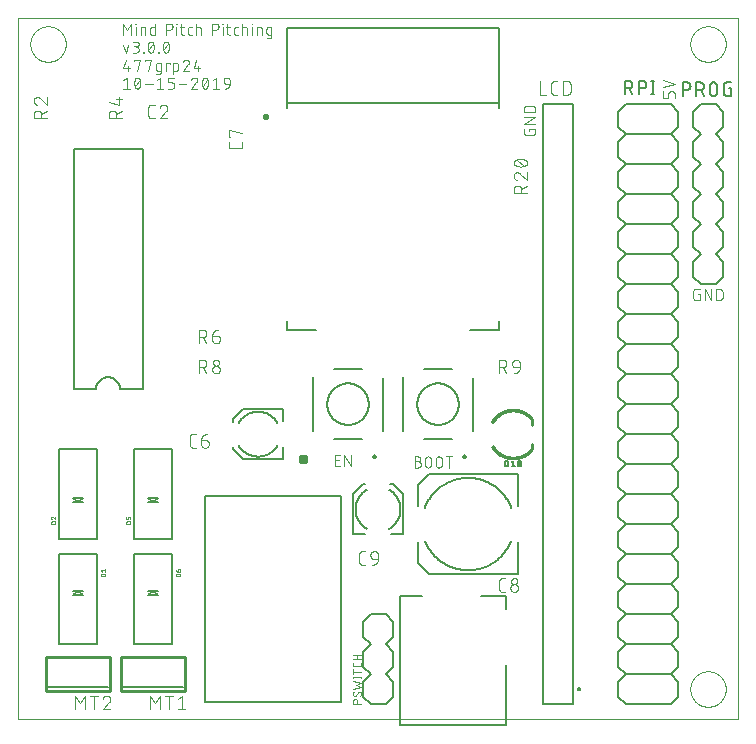
<source format=gto>
G75*
%MOIN*%
%OFA0B0*%
%FSLAX25Y25*%
%IPPOS*%
%LPD*%
%AMOC8*
5,1,8,0,0,1.08239X$1,22.5*
%
%ADD10C,0.00000*%
%ADD11C,0.00300*%
%ADD12C,0.00500*%
%ADD13C,0.00787*%
%ADD14C,0.00400*%
%ADD15C,0.00800*%
%ADD16C,0.00100*%
%ADD17C,0.01000*%
%ADD18C,0.00600*%
%ADD19C,0.01181*%
%ADD20C,0.01575*%
D10*
X0001500Y0020000D02*
X0001500Y0253701D01*
X0241421Y0253701D01*
X0241421Y0020000D01*
X0001500Y0020000D01*
X0005595Y0245000D02*
X0005597Y0245153D01*
X0005603Y0245306D01*
X0005613Y0245459D01*
X0005627Y0245612D01*
X0005645Y0245764D01*
X0005667Y0245916D01*
X0005692Y0246067D01*
X0005722Y0246218D01*
X0005755Y0246367D01*
X0005793Y0246516D01*
X0005834Y0246664D01*
X0005879Y0246810D01*
X0005928Y0246955D01*
X0005981Y0247099D01*
X0006037Y0247242D01*
X0006097Y0247383D01*
X0006161Y0247523D01*
X0006228Y0247660D01*
X0006299Y0247796D01*
X0006373Y0247930D01*
X0006451Y0248062D01*
X0006532Y0248192D01*
X0006617Y0248320D01*
X0006705Y0248446D01*
X0006796Y0248569D01*
X0006890Y0248690D01*
X0006987Y0248809D01*
X0007088Y0248925D01*
X0007191Y0249038D01*
X0007298Y0249148D01*
X0007407Y0249256D01*
X0007518Y0249361D01*
X0007633Y0249463D01*
X0007750Y0249562D01*
X0007870Y0249657D01*
X0007992Y0249750D01*
X0008117Y0249840D01*
X0008243Y0249926D01*
X0008372Y0250009D01*
X0008503Y0250088D01*
X0008636Y0250164D01*
X0008771Y0250237D01*
X0008908Y0250306D01*
X0009047Y0250371D01*
X0009187Y0250433D01*
X0009329Y0250491D01*
X0009472Y0250546D01*
X0009617Y0250597D01*
X0009763Y0250644D01*
X0009910Y0250687D01*
X0010058Y0250726D01*
X0010207Y0250762D01*
X0010357Y0250793D01*
X0010508Y0250821D01*
X0010660Y0250845D01*
X0010812Y0250865D01*
X0010964Y0250881D01*
X0011117Y0250893D01*
X0011270Y0250901D01*
X0011423Y0250905D01*
X0011577Y0250905D01*
X0011730Y0250901D01*
X0011883Y0250893D01*
X0012036Y0250881D01*
X0012188Y0250865D01*
X0012340Y0250845D01*
X0012492Y0250821D01*
X0012643Y0250793D01*
X0012793Y0250762D01*
X0012942Y0250726D01*
X0013090Y0250687D01*
X0013237Y0250644D01*
X0013383Y0250597D01*
X0013528Y0250546D01*
X0013671Y0250491D01*
X0013813Y0250433D01*
X0013953Y0250371D01*
X0014092Y0250306D01*
X0014229Y0250237D01*
X0014364Y0250164D01*
X0014497Y0250088D01*
X0014628Y0250009D01*
X0014757Y0249926D01*
X0014883Y0249840D01*
X0015008Y0249750D01*
X0015130Y0249657D01*
X0015250Y0249562D01*
X0015367Y0249463D01*
X0015482Y0249361D01*
X0015593Y0249256D01*
X0015702Y0249148D01*
X0015809Y0249038D01*
X0015912Y0248925D01*
X0016013Y0248809D01*
X0016110Y0248690D01*
X0016204Y0248569D01*
X0016295Y0248446D01*
X0016383Y0248320D01*
X0016468Y0248192D01*
X0016549Y0248062D01*
X0016627Y0247930D01*
X0016701Y0247796D01*
X0016772Y0247660D01*
X0016839Y0247523D01*
X0016903Y0247383D01*
X0016963Y0247242D01*
X0017019Y0247099D01*
X0017072Y0246955D01*
X0017121Y0246810D01*
X0017166Y0246664D01*
X0017207Y0246516D01*
X0017245Y0246367D01*
X0017278Y0246218D01*
X0017308Y0246067D01*
X0017333Y0245916D01*
X0017355Y0245764D01*
X0017373Y0245612D01*
X0017387Y0245459D01*
X0017397Y0245306D01*
X0017403Y0245153D01*
X0017405Y0245000D01*
X0017403Y0244847D01*
X0017397Y0244694D01*
X0017387Y0244541D01*
X0017373Y0244388D01*
X0017355Y0244236D01*
X0017333Y0244084D01*
X0017308Y0243933D01*
X0017278Y0243782D01*
X0017245Y0243633D01*
X0017207Y0243484D01*
X0017166Y0243336D01*
X0017121Y0243190D01*
X0017072Y0243045D01*
X0017019Y0242901D01*
X0016963Y0242758D01*
X0016903Y0242617D01*
X0016839Y0242477D01*
X0016772Y0242340D01*
X0016701Y0242204D01*
X0016627Y0242070D01*
X0016549Y0241938D01*
X0016468Y0241808D01*
X0016383Y0241680D01*
X0016295Y0241554D01*
X0016204Y0241431D01*
X0016110Y0241310D01*
X0016013Y0241191D01*
X0015912Y0241075D01*
X0015809Y0240962D01*
X0015702Y0240852D01*
X0015593Y0240744D01*
X0015482Y0240639D01*
X0015367Y0240537D01*
X0015250Y0240438D01*
X0015130Y0240343D01*
X0015008Y0240250D01*
X0014883Y0240160D01*
X0014757Y0240074D01*
X0014628Y0239991D01*
X0014497Y0239912D01*
X0014364Y0239836D01*
X0014229Y0239763D01*
X0014092Y0239694D01*
X0013953Y0239629D01*
X0013813Y0239567D01*
X0013671Y0239509D01*
X0013528Y0239454D01*
X0013383Y0239403D01*
X0013237Y0239356D01*
X0013090Y0239313D01*
X0012942Y0239274D01*
X0012793Y0239238D01*
X0012643Y0239207D01*
X0012492Y0239179D01*
X0012340Y0239155D01*
X0012188Y0239135D01*
X0012036Y0239119D01*
X0011883Y0239107D01*
X0011730Y0239099D01*
X0011577Y0239095D01*
X0011423Y0239095D01*
X0011270Y0239099D01*
X0011117Y0239107D01*
X0010964Y0239119D01*
X0010812Y0239135D01*
X0010660Y0239155D01*
X0010508Y0239179D01*
X0010357Y0239207D01*
X0010207Y0239238D01*
X0010058Y0239274D01*
X0009910Y0239313D01*
X0009763Y0239356D01*
X0009617Y0239403D01*
X0009472Y0239454D01*
X0009329Y0239509D01*
X0009187Y0239567D01*
X0009047Y0239629D01*
X0008908Y0239694D01*
X0008771Y0239763D01*
X0008636Y0239836D01*
X0008503Y0239912D01*
X0008372Y0239991D01*
X0008243Y0240074D01*
X0008117Y0240160D01*
X0007992Y0240250D01*
X0007870Y0240343D01*
X0007750Y0240438D01*
X0007633Y0240537D01*
X0007518Y0240639D01*
X0007407Y0240744D01*
X0007298Y0240852D01*
X0007191Y0240962D01*
X0007088Y0241075D01*
X0006987Y0241191D01*
X0006890Y0241310D01*
X0006796Y0241431D01*
X0006705Y0241554D01*
X0006617Y0241680D01*
X0006532Y0241808D01*
X0006451Y0241938D01*
X0006373Y0242070D01*
X0006299Y0242204D01*
X0006228Y0242340D01*
X0006161Y0242477D01*
X0006097Y0242617D01*
X0006037Y0242758D01*
X0005981Y0242901D01*
X0005928Y0243045D01*
X0005879Y0243190D01*
X0005834Y0243336D01*
X0005793Y0243484D01*
X0005755Y0243633D01*
X0005722Y0243782D01*
X0005692Y0243933D01*
X0005667Y0244084D01*
X0005645Y0244236D01*
X0005627Y0244388D01*
X0005613Y0244541D01*
X0005603Y0244694D01*
X0005597Y0244847D01*
X0005595Y0245000D01*
X0225595Y0245000D02*
X0225597Y0245153D01*
X0225603Y0245306D01*
X0225613Y0245459D01*
X0225627Y0245612D01*
X0225645Y0245764D01*
X0225667Y0245916D01*
X0225692Y0246067D01*
X0225722Y0246218D01*
X0225755Y0246367D01*
X0225793Y0246516D01*
X0225834Y0246664D01*
X0225879Y0246810D01*
X0225928Y0246955D01*
X0225981Y0247099D01*
X0226037Y0247242D01*
X0226097Y0247383D01*
X0226161Y0247523D01*
X0226228Y0247660D01*
X0226299Y0247796D01*
X0226373Y0247930D01*
X0226451Y0248062D01*
X0226532Y0248192D01*
X0226617Y0248320D01*
X0226705Y0248446D01*
X0226796Y0248569D01*
X0226890Y0248690D01*
X0226987Y0248809D01*
X0227088Y0248925D01*
X0227191Y0249038D01*
X0227298Y0249148D01*
X0227407Y0249256D01*
X0227518Y0249361D01*
X0227633Y0249463D01*
X0227750Y0249562D01*
X0227870Y0249657D01*
X0227992Y0249750D01*
X0228117Y0249840D01*
X0228243Y0249926D01*
X0228372Y0250009D01*
X0228503Y0250088D01*
X0228636Y0250164D01*
X0228771Y0250237D01*
X0228908Y0250306D01*
X0229047Y0250371D01*
X0229187Y0250433D01*
X0229329Y0250491D01*
X0229472Y0250546D01*
X0229617Y0250597D01*
X0229763Y0250644D01*
X0229910Y0250687D01*
X0230058Y0250726D01*
X0230207Y0250762D01*
X0230357Y0250793D01*
X0230508Y0250821D01*
X0230660Y0250845D01*
X0230812Y0250865D01*
X0230964Y0250881D01*
X0231117Y0250893D01*
X0231270Y0250901D01*
X0231423Y0250905D01*
X0231577Y0250905D01*
X0231730Y0250901D01*
X0231883Y0250893D01*
X0232036Y0250881D01*
X0232188Y0250865D01*
X0232340Y0250845D01*
X0232492Y0250821D01*
X0232643Y0250793D01*
X0232793Y0250762D01*
X0232942Y0250726D01*
X0233090Y0250687D01*
X0233237Y0250644D01*
X0233383Y0250597D01*
X0233528Y0250546D01*
X0233671Y0250491D01*
X0233813Y0250433D01*
X0233953Y0250371D01*
X0234092Y0250306D01*
X0234229Y0250237D01*
X0234364Y0250164D01*
X0234497Y0250088D01*
X0234628Y0250009D01*
X0234757Y0249926D01*
X0234883Y0249840D01*
X0235008Y0249750D01*
X0235130Y0249657D01*
X0235250Y0249562D01*
X0235367Y0249463D01*
X0235482Y0249361D01*
X0235593Y0249256D01*
X0235702Y0249148D01*
X0235809Y0249038D01*
X0235912Y0248925D01*
X0236013Y0248809D01*
X0236110Y0248690D01*
X0236204Y0248569D01*
X0236295Y0248446D01*
X0236383Y0248320D01*
X0236468Y0248192D01*
X0236549Y0248062D01*
X0236627Y0247930D01*
X0236701Y0247796D01*
X0236772Y0247660D01*
X0236839Y0247523D01*
X0236903Y0247383D01*
X0236963Y0247242D01*
X0237019Y0247099D01*
X0237072Y0246955D01*
X0237121Y0246810D01*
X0237166Y0246664D01*
X0237207Y0246516D01*
X0237245Y0246367D01*
X0237278Y0246218D01*
X0237308Y0246067D01*
X0237333Y0245916D01*
X0237355Y0245764D01*
X0237373Y0245612D01*
X0237387Y0245459D01*
X0237397Y0245306D01*
X0237403Y0245153D01*
X0237405Y0245000D01*
X0237403Y0244847D01*
X0237397Y0244694D01*
X0237387Y0244541D01*
X0237373Y0244388D01*
X0237355Y0244236D01*
X0237333Y0244084D01*
X0237308Y0243933D01*
X0237278Y0243782D01*
X0237245Y0243633D01*
X0237207Y0243484D01*
X0237166Y0243336D01*
X0237121Y0243190D01*
X0237072Y0243045D01*
X0237019Y0242901D01*
X0236963Y0242758D01*
X0236903Y0242617D01*
X0236839Y0242477D01*
X0236772Y0242340D01*
X0236701Y0242204D01*
X0236627Y0242070D01*
X0236549Y0241938D01*
X0236468Y0241808D01*
X0236383Y0241680D01*
X0236295Y0241554D01*
X0236204Y0241431D01*
X0236110Y0241310D01*
X0236013Y0241191D01*
X0235912Y0241075D01*
X0235809Y0240962D01*
X0235702Y0240852D01*
X0235593Y0240744D01*
X0235482Y0240639D01*
X0235367Y0240537D01*
X0235250Y0240438D01*
X0235130Y0240343D01*
X0235008Y0240250D01*
X0234883Y0240160D01*
X0234757Y0240074D01*
X0234628Y0239991D01*
X0234497Y0239912D01*
X0234364Y0239836D01*
X0234229Y0239763D01*
X0234092Y0239694D01*
X0233953Y0239629D01*
X0233813Y0239567D01*
X0233671Y0239509D01*
X0233528Y0239454D01*
X0233383Y0239403D01*
X0233237Y0239356D01*
X0233090Y0239313D01*
X0232942Y0239274D01*
X0232793Y0239238D01*
X0232643Y0239207D01*
X0232492Y0239179D01*
X0232340Y0239155D01*
X0232188Y0239135D01*
X0232036Y0239119D01*
X0231883Y0239107D01*
X0231730Y0239099D01*
X0231577Y0239095D01*
X0231423Y0239095D01*
X0231270Y0239099D01*
X0231117Y0239107D01*
X0230964Y0239119D01*
X0230812Y0239135D01*
X0230660Y0239155D01*
X0230508Y0239179D01*
X0230357Y0239207D01*
X0230207Y0239238D01*
X0230058Y0239274D01*
X0229910Y0239313D01*
X0229763Y0239356D01*
X0229617Y0239403D01*
X0229472Y0239454D01*
X0229329Y0239509D01*
X0229187Y0239567D01*
X0229047Y0239629D01*
X0228908Y0239694D01*
X0228771Y0239763D01*
X0228636Y0239836D01*
X0228503Y0239912D01*
X0228372Y0239991D01*
X0228243Y0240074D01*
X0228117Y0240160D01*
X0227992Y0240250D01*
X0227870Y0240343D01*
X0227750Y0240438D01*
X0227633Y0240537D01*
X0227518Y0240639D01*
X0227407Y0240744D01*
X0227298Y0240852D01*
X0227191Y0240962D01*
X0227088Y0241075D01*
X0226987Y0241191D01*
X0226890Y0241310D01*
X0226796Y0241431D01*
X0226705Y0241554D01*
X0226617Y0241680D01*
X0226532Y0241808D01*
X0226451Y0241938D01*
X0226373Y0242070D01*
X0226299Y0242204D01*
X0226228Y0242340D01*
X0226161Y0242477D01*
X0226097Y0242617D01*
X0226037Y0242758D01*
X0225981Y0242901D01*
X0225928Y0243045D01*
X0225879Y0243190D01*
X0225834Y0243336D01*
X0225793Y0243484D01*
X0225755Y0243633D01*
X0225722Y0243782D01*
X0225692Y0243933D01*
X0225667Y0244084D01*
X0225645Y0244236D01*
X0225627Y0244388D01*
X0225613Y0244541D01*
X0225603Y0244694D01*
X0225597Y0244847D01*
X0225595Y0245000D01*
X0225595Y0030000D02*
X0225597Y0030153D01*
X0225603Y0030306D01*
X0225613Y0030459D01*
X0225627Y0030612D01*
X0225645Y0030764D01*
X0225667Y0030916D01*
X0225692Y0031067D01*
X0225722Y0031218D01*
X0225755Y0031367D01*
X0225793Y0031516D01*
X0225834Y0031664D01*
X0225879Y0031810D01*
X0225928Y0031955D01*
X0225981Y0032099D01*
X0226037Y0032242D01*
X0226097Y0032383D01*
X0226161Y0032523D01*
X0226228Y0032660D01*
X0226299Y0032796D01*
X0226373Y0032930D01*
X0226451Y0033062D01*
X0226532Y0033192D01*
X0226617Y0033320D01*
X0226705Y0033446D01*
X0226796Y0033569D01*
X0226890Y0033690D01*
X0226987Y0033809D01*
X0227088Y0033925D01*
X0227191Y0034038D01*
X0227298Y0034148D01*
X0227407Y0034256D01*
X0227518Y0034361D01*
X0227633Y0034463D01*
X0227750Y0034562D01*
X0227870Y0034657D01*
X0227992Y0034750D01*
X0228117Y0034840D01*
X0228243Y0034926D01*
X0228372Y0035009D01*
X0228503Y0035088D01*
X0228636Y0035164D01*
X0228771Y0035237D01*
X0228908Y0035306D01*
X0229047Y0035371D01*
X0229187Y0035433D01*
X0229329Y0035491D01*
X0229472Y0035546D01*
X0229617Y0035597D01*
X0229763Y0035644D01*
X0229910Y0035687D01*
X0230058Y0035726D01*
X0230207Y0035762D01*
X0230357Y0035793D01*
X0230508Y0035821D01*
X0230660Y0035845D01*
X0230812Y0035865D01*
X0230964Y0035881D01*
X0231117Y0035893D01*
X0231270Y0035901D01*
X0231423Y0035905D01*
X0231577Y0035905D01*
X0231730Y0035901D01*
X0231883Y0035893D01*
X0232036Y0035881D01*
X0232188Y0035865D01*
X0232340Y0035845D01*
X0232492Y0035821D01*
X0232643Y0035793D01*
X0232793Y0035762D01*
X0232942Y0035726D01*
X0233090Y0035687D01*
X0233237Y0035644D01*
X0233383Y0035597D01*
X0233528Y0035546D01*
X0233671Y0035491D01*
X0233813Y0035433D01*
X0233953Y0035371D01*
X0234092Y0035306D01*
X0234229Y0035237D01*
X0234364Y0035164D01*
X0234497Y0035088D01*
X0234628Y0035009D01*
X0234757Y0034926D01*
X0234883Y0034840D01*
X0235008Y0034750D01*
X0235130Y0034657D01*
X0235250Y0034562D01*
X0235367Y0034463D01*
X0235482Y0034361D01*
X0235593Y0034256D01*
X0235702Y0034148D01*
X0235809Y0034038D01*
X0235912Y0033925D01*
X0236013Y0033809D01*
X0236110Y0033690D01*
X0236204Y0033569D01*
X0236295Y0033446D01*
X0236383Y0033320D01*
X0236468Y0033192D01*
X0236549Y0033062D01*
X0236627Y0032930D01*
X0236701Y0032796D01*
X0236772Y0032660D01*
X0236839Y0032523D01*
X0236903Y0032383D01*
X0236963Y0032242D01*
X0237019Y0032099D01*
X0237072Y0031955D01*
X0237121Y0031810D01*
X0237166Y0031664D01*
X0237207Y0031516D01*
X0237245Y0031367D01*
X0237278Y0031218D01*
X0237308Y0031067D01*
X0237333Y0030916D01*
X0237355Y0030764D01*
X0237373Y0030612D01*
X0237387Y0030459D01*
X0237397Y0030306D01*
X0237403Y0030153D01*
X0237405Y0030000D01*
X0237403Y0029847D01*
X0237397Y0029694D01*
X0237387Y0029541D01*
X0237373Y0029388D01*
X0237355Y0029236D01*
X0237333Y0029084D01*
X0237308Y0028933D01*
X0237278Y0028782D01*
X0237245Y0028633D01*
X0237207Y0028484D01*
X0237166Y0028336D01*
X0237121Y0028190D01*
X0237072Y0028045D01*
X0237019Y0027901D01*
X0236963Y0027758D01*
X0236903Y0027617D01*
X0236839Y0027477D01*
X0236772Y0027340D01*
X0236701Y0027204D01*
X0236627Y0027070D01*
X0236549Y0026938D01*
X0236468Y0026808D01*
X0236383Y0026680D01*
X0236295Y0026554D01*
X0236204Y0026431D01*
X0236110Y0026310D01*
X0236013Y0026191D01*
X0235912Y0026075D01*
X0235809Y0025962D01*
X0235702Y0025852D01*
X0235593Y0025744D01*
X0235482Y0025639D01*
X0235367Y0025537D01*
X0235250Y0025438D01*
X0235130Y0025343D01*
X0235008Y0025250D01*
X0234883Y0025160D01*
X0234757Y0025074D01*
X0234628Y0024991D01*
X0234497Y0024912D01*
X0234364Y0024836D01*
X0234229Y0024763D01*
X0234092Y0024694D01*
X0233953Y0024629D01*
X0233813Y0024567D01*
X0233671Y0024509D01*
X0233528Y0024454D01*
X0233383Y0024403D01*
X0233237Y0024356D01*
X0233090Y0024313D01*
X0232942Y0024274D01*
X0232793Y0024238D01*
X0232643Y0024207D01*
X0232492Y0024179D01*
X0232340Y0024155D01*
X0232188Y0024135D01*
X0232036Y0024119D01*
X0231883Y0024107D01*
X0231730Y0024099D01*
X0231577Y0024095D01*
X0231423Y0024095D01*
X0231270Y0024099D01*
X0231117Y0024107D01*
X0230964Y0024119D01*
X0230812Y0024135D01*
X0230660Y0024155D01*
X0230508Y0024179D01*
X0230357Y0024207D01*
X0230207Y0024238D01*
X0230058Y0024274D01*
X0229910Y0024313D01*
X0229763Y0024356D01*
X0229617Y0024403D01*
X0229472Y0024454D01*
X0229329Y0024509D01*
X0229187Y0024567D01*
X0229047Y0024629D01*
X0228908Y0024694D01*
X0228771Y0024763D01*
X0228636Y0024836D01*
X0228503Y0024912D01*
X0228372Y0024991D01*
X0228243Y0025074D01*
X0228117Y0025160D01*
X0227992Y0025250D01*
X0227870Y0025343D01*
X0227750Y0025438D01*
X0227633Y0025537D01*
X0227518Y0025639D01*
X0227407Y0025744D01*
X0227298Y0025852D01*
X0227191Y0025962D01*
X0227088Y0026075D01*
X0226987Y0026191D01*
X0226890Y0026310D01*
X0226796Y0026431D01*
X0226705Y0026554D01*
X0226617Y0026680D01*
X0226532Y0026808D01*
X0226451Y0026938D01*
X0226373Y0027070D01*
X0226299Y0027204D01*
X0226228Y0027340D01*
X0226161Y0027477D01*
X0226097Y0027617D01*
X0226037Y0027758D01*
X0225981Y0027901D01*
X0225928Y0028045D01*
X0225879Y0028190D01*
X0225834Y0028336D01*
X0225793Y0028484D01*
X0225755Y0028633D01*
X0225722Y0028782D01*
X0225692Y0028933D01*
X0225667Y0029084D01*
X0225645Y0029236D01*
X0225627Y0029388D01*
X0225613Y0029541D01*
X0225603Y0029694D01*
X0225597Y0029847D01*
X0225595Y0030000D01*
D11*
X0146153Y0107535D02*
X0144097Y0107535D01*
X0145125Y0107535D02*
X0145125Y0103835D01*
X0142793Y0104863D02*
X0142793Y0106507D01*
X0142791Y0106570D01*
X0142785Y0106633D01*
X0142775Y0106696D01*
X0142762Y0106758D01*
X0142745Y0106819D01*
X0142724Y0106878D01*
X0142699Y0106937D01*
X0142671Y0106993D01*
X0142639Y0107048D01*
X0142604Y0107101D01*
X0142566Y0107151D01*
X0142525Y0107200D01*
X0142481Y0107245D01*
X0142434Y0107288D01*
X0142385Y0107327D01*
X0142333Y0107364D01*
X0142279Y0107397D01*
X0142223Y0107427D01*
X0142166Y0107454D01*
X0142107Y0107477D01*
X0142046Y0107496D01*
X0141985Y0107511D01*
X0141923Y0107523D01*
X0141860Y0107531D01*
X0141797Y0107535D01*
X0141733Y0107535D01*
X0141670Y0107531D01*
X0141607Y0107523D01*
X0141545Y0107511D01*
X0141484Y0107496D01*
X0141423Y0107477D01*
X0141364Y0107454D01*
X0141307Y0107427D01*
X0141251Y0107397D01*
X0141197Y0107364D01*
X0141145Y0107327D01*
X0141096Y0107288D01*
X0141049Y0107245D01*
X0141005Y0107200D01*
X0140964Y0107151D01*
X0140926Y0107101D01*
X0140891Y0107048D01*
X0140859Y0106993D01*
X0140831Y0106937D01*
X0140806Y0106878D01*
X0140785Y0106819D01*
X0140768Y0106758D01*
X0140755Y0106696D01*
X0140745Y0106633D01*
X0140739Y0106570D01*
X0140737Y0106507D01*
X0140737Y0104863D01*
X0140739Y0104800D01*
X0140745Y0104737D01*
X0140755Y0104674D01*
X0140768Y0104612D01*
X0140785Y0104551D01*
X0140806Y0104492D01*
X0140831Y0104433D01*
X0140859Y0104377D01*
X0140891Y0104322D01*
X0140926Y0104269D01*
X0140964Y0104219D01*
X0141005Y0104170D01*
X0141049Y0104125D01*
X0141096Y0104082D01*
X0141145Y0104043D01*
X0141197Y0104006D01*
X0141251Y0103973D01*
X0141307Y0103943D01*
X0141364Y0103916D01*
X0141423Y0103893D01*
X0141484Y0103874D01*
X0141545Y0103859D01*
X0141607Y0103847D01*
X0141670Y0103839D01*
X0141733Y0103835D01*
X0141797Y0103835D01*
X0141860Y0103839D01*
X0141923Y0103847D01*
X0141985Y0103859D01*
X0142046Y0103874D01*
X0142107Y0103893D01*
X0142166Y0103916D01*
X0142223Y0103943D01*
X0142279Y0103973D01*
X0142333Y0104006D01*
X0142385Y0104043D01*
X0142434Y0104082D01*
X0142481Y0104125D01*
X0142525Y0104170D01*
X0142566Y0104219D01*
X0142604Y0104269D01*
X0142639Y0104322D01*
X0142671Y0104377D01*
X0142699Y0104433D01*
X0142724Y0104492D01*
X0142745Y0104551D01*
X0142762Y0104612D01*
X0142775Y0104674D01*
X0142785Y0104737D01*
X0142791Y0104800D01*
X0142793Y0104863D01*
X0139193Y0104863D02*
X0139193Y0106507D01*
X0139191Y0106570D01*
X0139185Y0106633D01*
X0139175Y0106696D01*
X0139162Y0106758D01*
X0139145Y0106819D01*
X0139124Y0106878D01*
X0139099Y0106937D01*
X0139071Y0106993D01*
X0139039Y0107048D01*
X0139004Y0107101D01*
X0138966Y0107151D01*
X0138925Y0107200D01*
X0138881Y0107245D01*
X0138834Y0107288D01*
X0138785Y0107327D01*
X0138733Y0107364D01*
X0138679Y0107397D01*
X0138623Y0107427D01*
X0138566Y0107454D01*
X0138507Y0107477D01*
X0138446Y0107496D01*
X0138385Y0107511D01*
X0138323Y0107523D01*
X0138260Y0107531D01*
X0138197Y0107535D01*
X0138133Y0107535D01*
X0138070Y0107531D01*
X0138007Y0107523D01*
X0137945Y0107511D01*
X0137884Y0107496D01*
X0137823Y0107477D01*
X0137764Y0107454D01*
X0137707Y0107427D01*
X0137651Y0107397D01*
X0137597Y0107364D01*
X0137545Y0107327D01*
X0137496Y0107288D01*
X0137449Y0107245D01*
X0137405Y0107200D01*
X0137364Y0107151D01*
X0137326Y0107101D01*
X0137291Y0107048D01*
X0137259Y0106993D01*
X0137231Y0106937D01*
X0137206Y0106878D01*
X0137185Y0106819D01*
X0137168Y0106758D01*
X0137155Y0106696D01*
X0137145Y0106633D01*
X0137139Y0106570D01*
X0137137Y0106507D01*
X0137137Y0104863D01*
X0137139Y0104800D01*
X0137145Y0104737D01*
X0137155Y0104674D01*
X0137168Y0104612D01*
X0137185Y0104551D01*
X0137206Y0104492D01*
X0137231Y0104433D01*
X0137259Y0104377D01*
X0137291Y0104322D01*
X0137326Y0104269D01*
X0137364Y0104219D01*
X0137405Y0104170D01*
X0137449Y0104125D01*
X0137496Y0104082D01*
X0137545Y0104043D01*
X0137597Y0104006D01*
X0137651Y0103973D01*
X0137707Y0103943D01*
X0137764Y0103916D01*
X0137823Y0103893D01*
X0137884Y0103874D01*
X0137945Y0103859D01*
X0138007Y0103847D01*
X0138070Y0103839D01*
X0138133Y0103835D01*
X0138197Y0103835D01*
X0138260Y0103839D01*
X0138323Y0103847D01*
X0138385Y0103859D01*
X0138446Y0103874D01*
X0138507Y0103893D01*
X0138566Y0103916D01*
X0138623Y0103943D01*
X0138679Y0103973D01*
X0138733Y0104006D01*
X0138785Y0104043D01*
X0138834Y0104082D01*
X0138881Y0104125D01*
X0138925Y0104170D01*
X0138966Y0104219D01*
X0139004Y0104269D01*
X0139039Y0104322D01*
X0139071Y0104377D01*
X0139099Y0104433D01*
X0139124Y0104492D01*
X0139145Y0104551D01*
X0139162Y0104612D01*
X0139175Y0104674D01*
X0139185Y0104737D01*
X0139191Y0104800D01*
X0139193Y0104863D01*
X0134737Y0103835D02*
X0134800Y0103837D01*
X0134863Y0103843D01*
X0134926Y0103853D01*
X0134988Y0103866D01*
X0135049Y0103883D01*
X0135108Y0103904D01*
X0135167Y0103929D01*
X0135223Y0103957D01*
X0135278Y0103989D01*
X0135331Y0104024D01*
X0135381Y0104062D01*
X0135430Y0104103D01*
X0135475Y0104147D01*
X0135518Y0104194D01*
X0135557Y0104243D01*
X0135594Y0104295D01*
X0135627Y0104349D01*
X0135657Y0104405D01*
X0135684Y0104462D01*
X0135707Y0104521D01*
X0135726Y0104582D01*
X0135741Y0104643D01*
X0135753Y0104705D01*
X0135761Y0104768D01*
X0135765Y0104831D01*
X0135765Y0104895D01*
X0135761Y0104958D01*
X0135753Y0105021D01*
X0135741Y0105083D01*
X0135726Y0105144D01*
X0135707Y0105205D01*
X0135684Y0105264D01*
X0135657Y0105321D01*
X0135627Y0105377D01*
X0135594Y0105431D01*
X0135557Y0105483D01*
X0135518Y0105532D01*
X0135475Y0105579D01*
X0135430Y0105623D01*
X0135381Y0105664D01*
X0135331Y0105702D01*
X0135278Y0105737D01*
X0135223Y0105769D01*
X0135167Y0105797D01*
X0135108Y0105822D01*
X0135049Y0105843D01*
X0134988Y0105860D01*
X0134926Y0105873D01*
X0134863Y0105883D01*
X0134800Y0105889D01*
X0134737Y0105891D01*
X0133709Y0105891D01*
X0134737Y0105891D02*
X0134793Y0105893D01*
X0134849Y0105899D01*
X0134904Y0105908D01*
X0134959Y0105921D01*
X0135012Y0105938D01*
X0135064Y0105959D01*
X0135115Y0105983D01*
X0135164Y0106011D01*
X0135211Y0106041D01*
X0135256Y0106075D01*
X0135298Y0106112D01*
X0135338Y0106152D01*
X0135375Y0106194D01*
X0135409Y0106239D01*
X0135439Y0106286D01*
X0135467Y0106335D01*
X0135491Y0106386D01*
X0135512Y0106438D01*
X0135529Y0106491D01*
X0135542Y0106546D01*
X0135551Y0106601D01*
X0135557Y0106657D01*
X0135559Y0106713D01*
X0135557Y0106769D01*
X0135551Y0106825D01*
X0135542Y0106880D01*
X0135529Y0106935D01*
X0135512Y0106988D01*
X0135491Y0107040D01*
X0135467Y0107091D01*
X0135439Y0107140D01*
X0135409Y0107187D01*
X0135375Y0107232D01*
X0135338Y0107274D01*
X0135298Y0107314D01*
X0135256Y0107351D01*
X0135211Y0107385D01*
X0135164Y0107415D01*
X0135115Y0107443D01*
X0135064Y0107467D01*
X0135012Y0107488D01*
X0134959Y0107505D01*
X0134904Y0107518D01*
X0134849Y0107527D01*
X0134793Y0107533D01*
X0134737Y0107535D01*
X0133709Y0107535D01*
X0133709Y0103835D01*
X0134737Y0103835D01*
X0112377Y0104335D02*
X0112377Y0108035D01*
X0110322Y0108035D02*
X0112377Y0104335D01*
X0110322Y0104335D02*
X0110322Y0108035D01*
X0108853Y0108035D02*
X0107209Y0108035D01*
X0107209Y0104335D01*
X0108853Y0104335D01*
X0108442Y0106391D02*
X0107209Y0106391D01*
X0113150Y0041455D02*
X0115850Y0041455D01*
X0114350Y0041455D02*
X0114350Y0039955D01*
X0113150Y0039955D02*
X0115850Y0039955D01*
X0115850Y0038806D02*
X0115850Y0038206D01*
X0115848Y0038159D01*
X0115843Y0038112D01*
X0115833Y0038066D01*
X0115821Y0038021D01*
X0115804Y0037976D01*
X0115785Y0037934D01*
X0115762Y0037893D01*
X0115735Y0037853D01*
X0115706Y0037816D01*
X0115674Y0037782D01*
X0115640Y0037750D01*
X0115603Y0037721D01*
X0115563Y0037694D01*
X0115522Y0037671D01*
X0115480Y0037652D01*
X0115435Y0037635D01*
X0115390Y0037623D01*
X0115344Y0037613D01*
X0115297Y0037608D01*
X0115250Y0037606D01*
X0113750Y0037606D01*
X0113703Y0037608D01*
X0113656Y0037613D01*
X0113610Y0037623D01*
X0113565Y0037635D01*
X0113520Y0037652D01*
X0113478Y0037671D01*
X0113437Y0037694D01*
X0113397Y0037721D01*
X0113360Y0037750D01*
X0113326Y0037782D01*
X0113294Y0037816D01*
X0113265Y0037853D01*
X0113238Y0037893D01*
X0113215Y0037934D01*
X0113196Y0037976D01*
X0113179Y0038021D01*
X0113167Y0038066D01*
X0113157Y0038112D01*
X0113152Y0038159D01*
X0113150Y0038206D01*
X0113150Y0038806D01*
X0113150Y0036595D02*
X0113150Y0035095D01*
X0113150Y0035845D02*
X0115850Y0035845D01*
X0115850Y0034165D02*
X0115850Y0033565D01*
X0115850Y0033865D02*
X0113150Y0033865D01*
X0113150Y0033565D02*
X0113150Y0034165D01*
X0113150Y0032545D02*
X0115850Y0031945D01*
X0114050Y0031345D01*
X0115850Y0030745D01*
X0113150Y0030145D01*
X0114275Y0028000D02*
X0114248Y0027959D01*
X0114219Y0027920D01*
X0114186Y0027884D01*
X0114151Y0027851D01*
X0114113Y0027820D01*
X0114073Y0027793D01*
X0114031Y0027769D01*
X0113987Y0027748D01*
X0113941Y0027731D01*
X0113895Y0027717D01*
X0113847Y0027708D01*
X0113799Y0027702D01*
X0113750Y0027700D01*
X0113703Y0027702D01*
X0113656Y0027707D01*
X0113610Y0027717D01*
X0113565Y0027729D01*
X0113520Y0027746D01*
X0113478Y0027765D01*
X0113437Y0027788D01*
X0113397Y0027815D01*
X0113360Y0027844D01*
X0113326Y0027876D01*
X0113294Y0027910D01*
X0113265Y0027947D01*
X0113238Y0027987D01*
X0113215Y0028028D01*
X0113196Y0028070D01*
X0113179Y0028115D01*
X0113167Y0028160D01*
X0113157Y0028206D01*
X0113152Y0028253D01*
X0113150Y0028300D01*
X0113152Y0028366D01*
X0113158Y0028431D01*
X0113167Y0028496D01*
X0113181Y0028561D01*
X0113198Y0028624D01*
X0113219Y0028687D01*
X0113243Y0028748D01*
X0113271Y0028807D01*
X0113302Y0028865D01*
X0113337Y0028921D01*
X0113375Y0028975D01*
X0115475Y0027625D02*
X0115521Y0027674D01*
X0115565Y0027724D01*
X0115606Y0027777D01*
X0115643Y0027832D01*
X0115678Y0027888D01*
X0115710Y0027947D01*
X0115739Y0028007D01*
X0115765Y0028069D01*
X0115787Y0028131D01*
X0115806Y0028195D01*
X0115822Y0028260D01*
X0115834Y0028326D01*
X0115843Y0028392D01*
X0115848Y0028458D01*
X0115850Y0028525D01*
X0115848Y0028572D01*
X0115843Y0028619D01*
X0115833Y0028665D01*
X0115821Y0028710D01*
X0115804Y0028755D01*
X0115785Y0028797D01*
X0115762Y0028838D01*
X0115735Y0028878D01*
X0115706Y0028915D01*
X0115674Y0028949D01*
X0115640Y0028981D01*
X0115603Y0029010D01*
X0115563Y0029037D01*
X0115522Y0029060D01*
X0115480Y0029079D01*
X0115435Y0029096D01*
X0115390Y0029108D01*
X0115344Y0029118D01*
X0115297Y0029123D01*
X0115250Y0029125D01*
X0114725Y0028825D02*
X0114275Y0028000D01*
X0114725Y0028825D02*
X0114752Y0028866D01*
X0114781Y0028905D01*
X0114814Y0028941D01*
X0114849Y0028974D01*
X0114887Y0029005D01*
X0114927Y0029032D01*
X0114969Y0029056D01*
X0115013Y0029077D01*
X0115059Y0029094D01*
X0115105Y0029108D01*
X0115153Y0029117D01*
X0115201Y0029123D01*
X0115250Y0029125D01*
X0114650Y0025900D02*
X0114650Y0025150D01*
X0114650Y0025900D02*
X0114648Y0025954D01*
X0114642Y0026007D01*
X0114633Y0026059D01*
X0114620Y0026111D01*
X0114603Y0026162D01*
X0114582Y0026212D01*
X0114558Y0026259D01*
X0114531Y0026305D01*
X0114500Y0026349D01*
X0114467Y0026391D01*
X0114430Y0026430D01*
X0114391Y0026467D01*
X0114349Y0026500D01*
X0114305Y0026531D01*
X0114259Y0026558D01*
X0114212Y0026582D01*
X0114162Y0026603D01*
X0114111Y0026620D01*
X0114059Y0026633D01*
X0114007Y0026642D01*
X0113954Y0026648D01*
X0113900Y0026650D01*
X0113846Y0026648D01*
X0113793Y0026642D01*
X0113741Y0026633D01*
X0113689Y0026620D01*
X0113638Y0026603D01*
X0113588Y0026582D01*
X0113541Y0026558D01*
X0113495Y0026531D01*
X0113451Y0026500D01*
X0113409Y0026467D01*
X0113370Y0026430D01*
X0113333Y0026391D01*
X0113300Y0026349D01*
X0113269Y0026305D01*
X0113242Y0026259D01*
X0113218Y0026212D01*
X0113197Y0026162D01*
X0113180Y0026111D01*
X0113167Y0026059D01*
X0113158Y0026007D01*
X0113152Y0025954D01*
X0113150Y0025900D01*
X0113150Y0025150D01*
X0115850Y0025150D01*
X0227437Y0159650D02*
X0228670Y0159650D01*
X0228670Y0161706D01*
X0228053Y0161706D01*
X0226615Y0162528D02*
X0226617Y0162584D01*
X0226623Y0162640D01*
X0226632Y0162695D01*
X0226645Y0162750D01*
X0226662Y0162803D01*
X0226683Y0162855D01*
X0226707Y0162906D01*
X0226735Y0162955D01*
X0226765Y0163002D01*
X0226799Y0163047D01*
X0226836Y0163089D01*
X0226876Y0163129D01*
X0226918Y0163166D01*
X0226963Y0163200D01*
X0227010Y0163230D01*
X0227059Y0163258D01*
X0227110Y0163282D01*
X0227162Y0163303D01*
X0227215Y0163320D01*
X0227270Y0163333D01*
X0227325Y0163342D01*
X0227381Y0163348D01*
X0227437Y0163350D01*
X0228670Y0163350D01*
X0230454Y0163350D02*
X0232510Y0159650D01*
X0232510Y0163350D01*
X0234294Y0163350D02*
X0235322Y0163350D01*
X0234294Y0163350D02*
X0234294Y0159650D01*
X0235322Y0159650D01*
X0235384Y0159652D01*
X0235446Y0159657D01*
X0235507Y0159667D01*
X0235568Y0159680D01*
X0235628Y0159697D01*
X0235687Y0159717D01*
X0235744Y0159741D01*
X0235800Y0159768D01*
X0235854Y0159798D01*
X0235906Y0159832D01*
X0235956Y0159869D01*
X0236004Y0159909D01*
X0236049Y0159951D01*
X0236091Y0159996D01*
X0236131Y0160044D01*
X0236168Y0160094D01*
X0236202Y0160146D01*
X0236232Y0160200D01*
X0236259Y0160256D01*
X0236283Y0160313D01*
X0236303Y0160372D01*
X0236320Y0160432D01*
X0236333Y0160493D01*
X0236343Y0160554D01*
X0236348Y0160616D01*
X0236350Y0160678D01*
X0236350Y0162322D01*
X0236348Y0162384D01*
X0236343Y0162446D01*
X0236333Y0162507D01*
X0236320Y0162568D01*
X0236303Y0162628D01*
X0236283Y0162687D01*
X0236259Y0162744D01*
X0236232Y0162800D01*
X0236202Y0162854D01*
X0236168Y0162906D01*
X0236131Y0162956D01*
X0236091Y0163004D01*
X0236049Y0163049D01*
X0236004Y0163091D01*
X0235956Y0163131D01*
X0235906Y0163168D01*
X0235854Y0163202D01*
X0235800Y0163232D01*
X0235744Y0163259D01*
X0235687Y0163283D01*
X0235628Y0163303D01*
X0235568Y0163320D01*
X0235507Y0163333D01*
X0235446Y0163343D01*
X0235384Y0163348D01*
X0235322Y0163350D01*
X0230454Y0163350D02*
X0230454Y0159650D01*
X0227437Y0159650D02*
X0227381Y0159652D01*
X0227325Y0159658D01*
X0227270Y0159667D01*
X0227215Y0159680D01*
X0227162Y0159697D01*
X0227110Y0159718D01*
X0227059Y0159742D01*
X0227010Y0159770D01*
X0226963Y0159800D01*
X0226918Y0159834D01*
X0226876Y0159871D01*
X0226836Y0159911D01*
X0226799Y0159953D01*
X0226765Y0159998D01*
X0226735Y0160045D01*
X0226707Y0160094D01*
X0226683Y0160145D01*
X0226662Y0160197D01*
X0226645Y0160250D01*
X0226632Y0160305D01*
X0226623Y0160360D01*
X0226617Y0160416D01*
X0226615Y0160472D01*
X0226614Y0160472D02*
X0226614Y0162528D01*
X0173850Y0215472D02*
X0173850Y0216706D01*
X0171794Y0216706D01*
X0171794Y0216089D01*
X0170972Y0214650D02*
X0170916Y0214652D01*
X0170860Y0214658D01*
X0170805Y0214667D01*
X0170750Y0214680D01*
X0170697Y0214697D01*
X0170645Y0214718D01*
X0170594Y0214742D01*
X0170545Y0214770D01*
X0170498Y0214800D01*
X0170453Y0214834D01*
X0170411Y0214871D01*
X0170371Y0214911D01*
X0170334Y0214953D01*
X0170300Y0214998D01*
X0170270Y0215045D01*
X0170242Y0215094D01*
X0170218Y0215144D01*
X0170197Y0215197D01*
X0170180Y0215250D01*
X0170167Y0215305D01*
X0170158Y0215360D01*
X0170152Y0215416D01*
X0170150Y0215472D01*
X0170150Y0216706D01*
X0170150Y0218490D02*
X0173850Y0220546D01*
X0170150Y0220546D01*
X0170150Y0222330D02*
X0170150Y0223358D01*
X0170152Y0223420D01*
X0170157Y0223482D01*
X0170167Y0223543D01*
X0170180Y0223604D01*
X0170197Y0223664D01*
X0170217Y0223723D01*
X0170241Y0223780D01*
X0170268Y0223836D01*
X0170298Y0223890D01*
X0170332Y0223942D01*
X0170369Y0223992D01*
X0170409Y0224040D01*
X0170451Y0224085D01*
X0170496Y0224127D01*
X0170544Y0224167D01*
X0170594Y0224204D01*
X0170646Y0224238D01*
X0170700Y0224268D01*
X0170756Y0224295D01*
X0170813Y0224319D01*
X0170872Y0224339D01*
X0170932Y0224356D01*
X0170993Y0224369D01*
X0171054Y0224379D01*
X0171116Y0224384D01*
X0171178Y0224386D01*
X0172822Y0224386D01*
X0172884Y0224384D01*
X0172946Y0224379D01*
X0173007Y0224369D01*
X0173068Y0224356D01*
X0173128Y0224339D01*
X0173187Y0224319D01*
X0173244Y0224295D01*
X0173300Y0224268D01*
X0173354Y0224238D01*
X0173406Y0224204D01*
X0173456Y0224167D01*
X0173504Y0224127D01*
X0173549Y0224085D01*
X0173591Y0224040D01*
X0173631Y0223992D01*
X0173668Y0223942D01*
X0173702Y0223890D01*
X0173732Y0223836D01*
X0173759Y0223780D01*
X0173783Y0223723D01*
X0173803Y0223664D01*
X0173820Y0223604D01*
X0173833Y0223543D01*
X0173843Y0223482D01*
X0173848Y0223420D01*
X0173850Y0223358D01*
X0173850Y0222330D01*
X0170150Y0222330D01*
X0170150Y0218490D02*
X0173850Y0218490D01*
X0173850Y0215472D02*
X0173848Y0215416D01*
X0173842Y0215360D01*
X0173833Y0215305D01*
X0173820Y0215250D01*
X0173803Y0215197D01*
X0173782Y0215145D01*
X0173758Y0215094D01*
X0173730Y0215045D01*
X0173700Y0214998D01*
X0173666Y0214953D01*
X0173629Y0214911D01*
X0173589Y0214871D01*
X0173547Y0214834D01*
X0173502Y0214800D01*
X0173455Y0214770D01*
X0173406Y0214742D01*
X0173355Y0214718D01*
X0173303Y0214697D01*
X0173250Y0214680D01*
X0173195Y0214667D01*
X0173140Y0214658D01*
X0173084Y0214652D01*
X0173028Y0214650D01*
X0170972Y0214650D01*
X0216650Y0227150D02*
X0216650Y0229206D01*
X0216650Y0230544D02*
X0220350Y0231778D01*
X0216650Y0233011D01*
X0219117Y0229206D02*
X0219528Y0229206D01*
X0219528Y0229205D02*
X0219584Y0229203D01*
X0219640Y0229197D01*
X0219695Y0229188D01*
X0219750Y0229175D01*
X0219803Y0229158D01*
X0219855Y0229137D01*
X0219906Y0229113D01*
X0219955Y0229085D01*
X0220002Y0229055D01*
X0220047Y0229021D01*
X0220089Y0228984D01*
X0220129Y0228944D01*
X0220166Y0228902D01*
X0220200Y0228857D01*
X0220230Y0228810D01*
X0220258Y0228761D01*
X0220282Y0228710D01*
X0220303Y0228658D01*
X0220320Y0228605D01*
X0220333Y0228550D01*
X0220342Y0228495D01*
X0220348Y0228439D01*
X0220350Y0228383D01*
X0220350Y0227150D01*
X0219117Y0229205D02*
X0219061Y0229203D01*
X0219005Y0229197D01*
X0218950Y0229188D01*
X0218895Y0229175D01*
X0218842Y0229158D01*
X0218790Y0229137D01*
X0218739Y0229113D01*
X0218690Y0229085D01*
X0218643Y0229055D01*
X0218598Y0229021D01*
X0218556Y0228984D01*
X0218516Y0228944D01*
X0218479Y0228902D01*
X0218445Y0228857D01*
X0218415Y0228810D01*
X0218387Y0228761D01*
X0218363Y0228710D01*
X0218342Y0228658D01*
X0218325Y0228605D01*
X0218312Y0228550D01*
X0218303Y0228495D01*
X0218297Y0228439D01*
X0218295Y0228383D01*
X0218294Y0228383D02*
X0218294Y0227150D01*
X0216650Y0227150D01*
X0085967Y0247533D02*
X0085967Y0250617D01*
X0084940Y0250617D01*
X0084892Y0250615D01*
X0084843Y0250609D01*
X0084796Y0250600D01*
X0084749Y0250587D01*
X0084704Y0250570D01*
X0084660Y0250550D01*
X0084618Y0250526D01*
X0084577Y0250499D01*
X0084539Y0250469D01*
X0084504Y0250436D01*
X0084471Y0250401D01*
X0084441Y0250363D01*
X0084414Y0250322D01*
X0084390Y0250280D01*
X0084370Y0250236D01*
X0084353Y0250191D01*
X0084340Y0250144D01*
X0084331Y0250097D01*
X0084325Y0250048D01*
X0084323Y0250000D01*
X0084323Y0248767D01*
X0084325Y0248719D01*
X0084331Y0248670D01*
X0084340Y0248623D01*
X0084353Y0248576D01*
X0084370Y0248531D01*
X0084390Y0248487D01*
X0084414Y0248445D01*
X0084441Y0248404D01*
X0084471Y0248366D01*
X0084504Y0248331D01*
X0084539Y0248298D01*
X0084577Y0248268D01*
X0084618Y0248241D01*
X0084660Y0248217D01*
X0084704Y0248197D01*
X0084749Y0248180D01*
X0084796Y0248167D01*
X0084843Y0248158D01*
X0084892Y0248152D01*
X0084940Y0248150D01*
X0085967Y0248150D01*
X0085968Y0247533D02*
X0085966Y0247485D01*
X0085960Y0247436D01*
X0085951Y0247389D01*
X0085938Y0247342D01*
X0085921Y0247297D01*
X0085901Y0247253D01*
X0085877Y0247211D01*
X0085850Y0247170D01*
X0085820Y0247132D01*
X0085787Y0247097D01*
X0085752Y0247064D01*
X0085714Y0247034D01*
X0085673Y0247007D01*
X0085631Y0246983D01*
X0085587Y0246963D01*
X0085542Y0246946D01*
X0085495Y0246933D01*
X0085448Y0246924D01*
X0085399Y0246918D01*
X0085351Y0246916D01*
X0085351Y0246917D02*
X0084528Y0246917D01*
X0082745Y0248150D02*
X0082745Y0250000D01*
X0082746Y0250000D02*
X0082744Y0250048D01*
X0082738Y0250097D01*
X0082729Y0250144D01*
X0082716Y0250191D01*
X0082699Y0250236D01*
X0082679Y0250280D01*
X0082655Y0250322D01*
X0082628Y0250363D01*
X0082598Y0250401D01*
X0082565Y0250436D01*
X0082530Y0250469D01*
X0082492Y0250499D01*
X0082451Y0250526D01*
X0082409Y0250550D01*
X0082365Y0250570D01*
X0082320Y0250587D01*
X0082273Y0250600D01*
X0082226Y0250609D01*
X0082177Y0250615D01*
X0082129Y0250617D01*
X0081101Y0250617D01*
X0081101Y0248150D01*
X0079523Y0248150D02*
X0079523Y0250617D01*
X0079626Y0251644D02*
X0079420Y0251644D01*
X0079420Y0251850D01*
X0079626Y0251850D01*
X0079626Y0251644D01*
X0077945Y0250000D02*
X0077945Y0248150D01*
X0076301Y0248150D02*
X0076301Y0251850D01*
X0076301Y0250617D02*
X0077329Y0250617D01*
X0077377Y0250615D01*
X0077426Y0250609D01*
X0077473Y0250600D01*
X0077520Y0250587D01*
X0077565Y0250570D01*
X0077609Y0250550D01*
X0077651Y0250526D01*
X0077692Y0250499D01*
X0077730Y0250469D01*
X0077765Y0250436D01*
X0077798Y0250401D01*
X0077828Y0250363D01*
X0077855Y0250322D01*
X0077879Y0250280D01*
X0077899Y0250236D01*
X0077916Y0250191D01*
X0077929Y0250144D01*
X0077938Y0250097D01*
X0077944Y0250048D01*
X0077946Y0250000D01*
X0074864Y0250617D02*
X0074042Y0250617D01*
X0073994Y0250615D01*
X0073945Y0250609D01*
X0073898Y0250600D01*
X0073851Y0250587D01*
X0073806Y0250570D01*
X0073762Y0250550D01*
X0073720Y0250526D01*
X0073679Y0250499D01*
X0073641Y0250469D01*
X0073606Y0250436D01*
X0073573Y0250401D01*
X0073543Y0250363D01*
X0073516Y0250322D01*
X0073492Y0250280D01*
X0073472Y0250236D01*
X0073455Y0250191D01*
X0073442Y0250144D01*
X0073433Y0250097D01*
X0073427Y0250048D01*
X0073425Y0250000D01*
X0073425Y0248767D01*
X0073427Y0248719D01*
X0073433Y0248670D01*
X0073442Y0248623D01*
X0073455Y0248576D01*
X0073472Y0248531D01*
X0073492Y0248487D01*
X0073516Y0248445D01*
X0073543Y0248404D01*
X0073573Y0248366D01*
X0073606Y0248331D01*
X0073641Y0248298D01*
X0073679Y0248268D01*
X0073720Y0248241D01*
X0073762Y0248217D01*
X0073806Y0248197D01*
X0073851Y0248180D01*
X0073898Y0248167D01*
X0073945Y0248158D01*
X0073994Y0248152D01*
X0074042Y0248150D01*
X0074864Y0248150D01*
X0072072Y0248150D02*
X0071866Y0248150D01*
X0071818Y0248152D01*
X0071769Y0248158D01*
X0071722Y0248167D01*
X0071675Y0248180D01*
X0071630Y0248197D01*
X0071586Y0248217D01*
X0071544Y0248241D01*
X0071503Y0248268D01*
X0071465Y0248298D01*
X0071430Y0248331D01*
X0071397Y0248366D01*
X0071367Y0248404D01*
X0071340Y0248445D01*
X0071316Y0248487D01*
X0071296Y0248531D01*
X0071279Y0248576D01*
X0071266Y0248623D01*
X0071257Y0248670D01*
X0071251Y0248719D01*
X0071249Y0248767D01*
X0071249Y0251850D01*
X0070838Y0250617D02*
X0072072Y0250617D01*
X0069683Y0250617D02*
X0069683Y0248150D01*
X0067335Y0249794D02*
X0066307Y0249794D01*
X0067335Y0249794D02*
X0067398Y0249796D01*
X0067461Y0249802D01*
X0067524Y0249812D01*
X0067586Y0249825D01*
X0067647Y0249842D01*
X0067706Y0249863D01*
X0067765Y0249888D01*
X0067821Y0249916D01*
X0067876Y0249948D01*
X0067929Y0249983D01*
X0067979Y0250021D01*
X0068028Y0250062D01*
X0068073Y0250106D01*
X0068116Y0250153D01*
X0068155Y0250202D01*
X0068192Y0250254D01*
X0068225Y0250308D01*
X0068255Y0250364D01*
X0068282Y0250421D01*
X0068305Y0250480D01*
X0068324Y0250541D01*
X0068339Y0250602D01*
X0068351Y0250664D01*
X0068359Y0250727D01*
X0068363Y0250790D01*
X0068363Y0250854D01*
X0068359Y0250917D01*
X0068351Y0250980D01*
X0068339Y0251042D01*
X0068324Y0251103D01*
X0068305Y0251164D01*
X0068282Y0251223D01*
X0068255Y0251280D01*
X0068225Y0251336D01*
X0068192Y0251390D01*
X0068155Y0251442D01*
X0068116Y0251491D01*
X0068073Y0251538D01*
X0068028Y0251582D01*
X0067979Y0251623D01*
X0067929Y0251661D01*
X0067876Y0251696D01*
X0067821Y0251728D01*
X0067765Y0251756D01*
X0067706Y0251781D01*
X0067647Y0251802D01*
X0067586Y0251819D01*
X0067524Y0251832D01*
X0067461Y0251842D01*
X0067398Y0251848D01*
X0067335Y0251850D01*
X0066307Y0251850D01*
X0066307Y0248150D01*
X0069580Y0251644D02*
X0069786Y0251644D01*
X0069786Y0251850D01*
X0069580Y0251850D01*
X0069580Y0251644D01*
X0062585Y0250000D02*
X0062585Y0248150D01*
X0060941Y0248150D02*
X0060941Y0251850D01*
X0060941Y0250617D02*
X0061969Y0250617D01*
X0062017Y0250615D01*
X0062066Y0250609D01*
X0062113Y0250600D01*
X0062160Y0250587D01*
X0062205Y0250570D01*
X0062249Y0250550D01*
X0062291Y0250526D01*
X0062332Y0250499D01*
X0062370Y0250469D01*
X0062405Y0250436D01*
X0062438Y0250401D01*
X0062468Y0250363D01*
X0062495Y0250322D01*
X0062519Y0250280D01*
X0062539Y0250236D01*
X0062556Y0250191D01*
X0062569Y0250144D01*
X0062578Y0250097D01*
X0062584Y0250048D01*
X0062586Y0250000D01*
X0059504Y0250617D02*
X0058682Y0250617D01*
X0058634Y0250615D01*
X0058585Y0250609D01*
X0058538Y0250600D01*
X0058491Y0250587D01*
X0058446Y0250570D01*
X0058402Y0250550D01*
X0058360Y0250526D01*
X0058319Y0250499D01*
X0058281Y0250469D01*
X0058246Y0250436D01*
X0058213Y0250401D01*
X0058183Y0250363D01*
X0058156Y0250322D01*
X0058132Y0250280D01*
X0058112Y0250236D01*
X0058095Y0250191D01*
X0058082Y0250144D01*
X0058073Y0250097D01*
X0058067Y0250048D01*
X0058065Y0250000D01*
X0058065Y0248767D01*
X0058067Y0248719D01*
X0058073Y0248670D01*
X0058082Y0248623D01*
X0058095Y0248576D01*
X0058112Y0248531D01*
X0058132Y0248487D01*
X0058156Y0248445D01*
X0058183Y0248404D01*
X0058213Y0248366D01*
X0058246Y0248331D01*
X0058281Y0248298D01*
X0058319Y0248268D01*
X0058360Y0248241D01*
X0058402Y0248217D01*
X0058446Y0248197D01*
X0058491Y0248180D01*
X0058538Y0248167D01*
X0058585Y0248158D01*
X0058634Y0248152D01*
X0058682Y0248150D01*
X0059504Y0248150D01*
X0056712Y0248150D02*
X0056506Y0248150D01*
X0056458Y0248152D01*
X0056409Y0248158D01*
X0056362Y0248167D01*
X0056315Y0248180D01*
X0056270Y0248197D01*
X0056226Y0248217D01*
X0056184Y0248241D01*
X0056143Y0248268D01*
X0056105Y0248298D01*
X0056070Y0248331D01*
X0056037Y0248366D01*
X0056007Y0248404D01*
X0055980Y0248445D01*
X0055956Y0248487D01*
X0055936Y0248531D01*
X0055919Y0248576D01*
X0055906Y0248623D01*
X0055897Y0248670D01*
X0055891Y0248719D01*
X0055889Y0248767D01*
X0055889Y0251850D01*
X0055478Y0250617D02*
X0056712Y0250617D01*
X0054323Y0250617D02*
X0054323Y0248150D01*
X0051975Y0249794D02*
X0050947Y0249794D01*
X0051975Y0249794D02*
X0052038Y0249796D01*
X0052101Y0249802D01*
X0052164Y0249812D01*
X0052226Y0249825D01*
X0052287Y0249842D01*
X0052346Y0249863D01*
X0052405Y0249888D01*
X0052461Y0249916D01*
X0052516Y0249948D01*
X0052569Y0249983D01*
X0052619Y0250021D01*
X0052668Y0250062D01*
X0052713Y0250106D01*
X0052756Y0250153D01*
X0052795Y0250202D01*
X0052832Y0250254D01*
X0052865Y0250308D01*
X0052895Y0250364D01*
X0052922Y0250421D01*
X0052945Y0250480D01*
X0052964Y0250541D01*
X0052979Y0250602D01*
X0052991Y0250664D01*
X0052999Y0250727D01*
X0053003Y0250790D01*
X0053003Y0250854D01*
X0052999Y0250917D01*
X0052991Y0250980D01*
X0052979Y0251042D01*
X0052964Y0251103D01*
X0052945Y0251164D01*
X0052922Y0251223D01*
X0052895Y0251280D01*
X0052865Y0251336D01*
X0052832Y0251390D01*
X0052795Y0251442D01*
X0052756Y0251491D01*
X0052713Y0251538D01*
X0052668Y0251582D01*
X0052619Y0251623D01*
X0052569Y0251661D01*
X0052516Y0251696D01*
X0052461Y0251728D01*
X0052405Y0251756D01*
X0052346Y0251781D01*
X0052287Y0251802D01*
X0052226Y0251819D01*
X0052164Y0251832D01*
X0052101Y0251842D01*
X0052038Y0251848D01*
X0051975Y0251850D01*
X0050947Y0251850D01*
X0050947Y0248150D01*
X0050792Y0245850D02*
X0050844Y0245848D01*
X0050897Y0245843D01*
X0050948Y0245834D01*
X0050999Y0245821D01*
X0051049Y0245805D01*
X0051098Y0245786D01*
X0051145Y0245763D01*
X0051191Y0245737D01*
X0051234Y0245708D01*
X0051276Y0245676D01*
X0051315Y0245642D01*
X0051352Y0245604D01*
X0051386Y0245564D01*
X0051418Y0245522D01*
X0051446Y0245478D01*
X0051471Y0245432D01*
X0051493Y0245385D01*
X0051512Y0245336D01*
X0051614Y0245028D02*
X0049970Y0242972D01*
X0050792Y0242150D02*
X0050844Y0242152D01*
X0050897Y0242157D01*
X0050948Y0242166D01*
X0050999Y0242179D01*
X0051049Y0242195D01*
X0051098Y0242214D01*
X0051145Y0242237D01*
X0051191Y0242263D01*
X0051234Y0242292D01*
X0051276Y0242324D01*
X0051315Y0242358D01*
X0051352Y0242396D01*
X0051386Y0242436D01*
X0051418Y0242478D01*
X0051446Y0242522D01*
X0051471Y0242568D01*
X0051493Y0242615D01*
X0051512Y0242664D01*
X0050792Y0242150D02*
X0050740Y0242152D01*
X0050687Y0242157D01*
X0050636Y0242166D01*
X0050585Y0242179D01*
X0050535Y0242195D01*
X0050486Y0242214D01*
X0050439Y0242237D01*
X0050393Y0242263D01*
X0050350Y0242292D01*
X0050308Y0242324D01*
X0050269Y0242358D01*
X0050232Y0242396D01*
X0050198Y0242436D01*
X0050166Y0242478D01*
X0050138Y0242522D01*
X0050113Y0242568D01*
X0050091Y0242615D01*
X0050072Y0242664D01*
X0048375Y0242356D02*
X0048375Y0242150D01*
X0048169Y0242150D01*
X0048169Y0242356D01*
X0048375Y0242356D01*
X0051512Y0242664D02*
X0051557Y0242760D01*
X0051598Y0242858D01*
X0051636Y0242958D01*
X0051671Y0243058D01*
X0051702Y0243160D01*
X0051730Y0243263D01*
X0051753Y0243366D01*
X0051774Y0243471D01*
X0051790Y0243576D01*
X0051803Y0243681D01*
X0051813Y0243787D01*
X0051818Y0243894D01*
X0051820Y0244000D01*
X0049764Y0244000D02*
X0049766Y0244106D01*
X0049771Y0244213D01*
X0049781Y0244319D01*
X0049794Y0244424D01*
X0049810Y0244529D01*
X0049831Y0244634D01*
X0049854Y0244737D01*
X0049882Y0244840D01*
X0049913Y0244942D01*
X0049948Y0245042D01*
X0049986Y0245142D01*
X0050027Y0245240D01*
X0050072Y0245336D01*
X0050091Y0245385D01*
X0050113Y0245432D01*
X0050138Y0245478D01*
X0050166Y0245522D01*
X0050198Y0245564D01*
X0050232Y0245604D01*
X0050269Y0245642D01*
X0050308Y0245676D01*
X0050350Y0245708D01*
X0050393Y0245737D01*
X0050439Y0245763D01*
X0050486Y0245786D01*
X0050535Y0245805D01*
X0050585Y0245821D01*
X0050636Y0245834D01*
X0050687Y0245843D01*
X0050740Y0245848D01*
X0050792Y0245850D01*
X0051512Y0245336D02*
X0051557Y0245240D01*
X0051598Y0245142D01*
X0051636Y0245042D01*
X0051671Y0244942D01*
X0051702Y0244840D01*
X0051730Y0244737D01*
X0051753Y0244634D01*
X0051774Y0244529D01*
X0051790Y0244424D01*
X0051803Y0244319D01*
X0051813Y0244213D01*
X0051818Y0244106D01*
X0051820Y0244000D01*
X0049765Y0244000D02*
X0049767Y0243894D01*
X0049772Y0243787D01*
X0049782Y0243681D01*
X0049795Y0243576D01*
X0049811Y0243471D01*
X0049832Y0243366D01*
X0049855Y0243263D01*
X0049883Y0243160D01*
X0049914Y0243058D01*
X0049949Y0242958D01*
X0049987Y0242858D01*
X0050028Y0242760D01*
X0050073Y0242664D01*
X0045033Y0242664D02*
X0044988Y0242760D01*
X0044947Y0242858D01*
X0044909Y0242958D01*
X0044874Y0243058D01*
X0044843Y0243160D01*
X0044815Y0243263D01*
X0044792Y0243366D01*
X0044771Y0243471D01*
X0044755Y0243576D01*
X0044742Y0243681D01*
X0044732Y0243787D01*
X0044727Y0243894D01*
X0044725Y0244000D01*
X0046780Y0244000D02*
X0046778Y0244106D01*
X0046773Y0244213D01*
X0046763Y0244319D01*
X0046750Y0244424D01*
X0046734Y0244529D01*
X0046713Y0244634D01*
X0046690Y0244737D01*
X0046662Y0244840D01*
X0046631Y0244942D01*
X0046596Y0245042D01*
X0046558Y0245142D01*
X0046517Y0245240D01*
X0046472Y0245336D01*
X0046574Y0245028D02*
X0044930Y0242972D01*
X0045752Y0242150D02*
X0045804Y0242152D01*
X0045857Y0242157D01*
X0045908Y0242166D01*
X0045959Y0242179D01*
X0046009Y0242195D01*
X0046058Y0242214D01*
X0046105Y0242237D01*
X0046151Y0242263D01*
X0046194Y0242292D01*
X0046236Y0242324D01*
X0046275Y0242358D01*
X0046312Y0242396D01*
X0046346Y0242436D01*
X0046378Y0242478D01*
X0046406Y0242522D01*
X0046431Y0242568D01*
X0046453Y0242615D01*
X0046472Y0242664D01*
X0045752Y0242150D02*
X0045700Y0242152D01*
X0045647Y0242157D01*
X0045596Y0242166D01*
X0045545Y0242179D01*
X0045495Y0242195D01*
X0045446Y0242214D01*
X0045399Y0242237D01*
X0045353Y0242263D01*
X0045310Y0242292D01*
X0045268Y0242324D01*
X0045229Y0242358D01*
X0045192Y0242396D01*
X0045158Y0242436D01*
X0045126Y0242478D01*
X0045098Y0242522D01*
X0045073Y0242568D01*
X0045051Y0242615D01*
X0045032Y0242664D01*
X0043335Y0242356D02*
X0043335Y0242150D01*
X0043129Y0242150D01*
X0043129Y0242356D01*
X0043335Y0242356D01*
X0046472Y0242664D02*
X0046517Y0242760D01*
X0046558Y0242858D01*
X0046596Y0242958D01*
X0046631Y0243058D01*
X0046662Y0243160D01*
X0046690Y0243263D01*
X0046713Y0243366D01*
X0046734Y0243471D01*
X0046750Y0243576D01*
X0046763Y0243681D01*
X0046773Y0243787D01*
X0046778Y0243894D01*
X0046780Y0244000D01*
X0044724Y0244000D02*
X0044726Y0244106D01*
X0044731Y0244213D01*
X0044741Y0244319D01*
X0044754Y0244424D01*
X0044770Y0244529D01*
X0044791Y0244634D01*
X0044814Y0244737D01*
X0044842Y0244840D01*
X0044873Y0244942D01*
X0044908Y0245042D01*
X0044946Y0245142D01*
X0044987Y0245240D01*
X0045032Y0245336D01*
X0045752Y0245850D02*
X0045804Y0245848D01*
X0045857Y0245843D01*
X0045908Y0245834D01*
X0045959Y0245821D01*
X0046009Y0245805D01*
X0046058Y0245786D01*
X0046105Y0245763D01*
X0046151Y0245737D01*
X0046194Y0245708D01*
X0046236Y0245676D01*
X0046275Y0245642D01*
X0046312Y0245604D01*
X0046346Y0245564D01*
X0046378Y0245522D01*
X0046406Y0245478D01*
X0046431Y0245432D01*
X0046453Y0245385D01*
X0046472Y0245336D01*
X0045752Y0245850D02*
X0045700Y0245848D01*
X0045647Y0245843D01*
X0045596Y0245834D01*
X0045545Y0245821D01*
X0045495Y0245805D01*
X0045446Y0245786D01*
X0045399Y0245763D01*
X0045353Y0245737D01*
X0045310Y0245708D01*
X0045268Y0245676D01*
X0045229Y0245642D01*
X0045192Y0245604D01*
X0045158Y0245564D01*
X0045126Y0245522D01*
X0045098Y0245478D01*
X0045073Y0245432D01*
X0045051Y0245385D01*
X0045032Y0245336D01*
X0043986Y0248150D02*
X0043986Y0250000D01*
X0043984Y0250048D01*
X0043978Y0250097D01*
X0043969Y0250144D01*
X0043956Y0250191D01*
X0043939Y0250236D01*
X0043919Y0250280D01*
X0043895Y0250322D01*
X0043868Y0250363D01*
X0043838Y0250401D01*
X0043805Y0250436D01*
X0043770Y0250469D01*
X0043732Y0250499D01*
X0043691Y0250526D01*
X0043649Y0250550D01*
X0043605Y0250570D01*
X0043560Y0250587D01*
X0043513Y0250600D01*
X0043466Y0250609D01*
X0043417Y0250615D01*
X0043369Y0250617D01*
X0042341Y0250617D01*
X0042341Y0248150D01*
X0040763Y0248150D02*
X0040763Y0250617D01*
X0040866Y0251644D02*
X0040661Y0251644D01*
X0040661Y0251850D01*
X0040866Y0251850D01*
X0040866Y0251644D01*
X0039117Y0251850D02*
X0039117Y0248150D01*
X0037883Y0249794D02*
X0039117Y0251850D01*
X0037883Y0249794D02*
X0036650Y0251850D01*
X0036650Y0248150D01*
X0036650Y0244617D02*
X0037472Y0242150D01*
X0038294Y0244617D01*
X0040096Y0244206D02*
X0040918Y0244206D01*
X0040974Y0244208D01*
X0041030Y0244214D01*
X0041085Y0244223D01*
X0041140Y0244236D01*
X0041193Y0244253D01*
X0041245Y0244274D01*
X0041296Y0244298D01*
X0041345Y0244326D01*
X0041392Y0244356D01*
X0041437Y0244390D01*
X0041479Y0244427D01*
X0041519Y0244467D01*
X0041556Y0244509D01*
X0041590Y0244554D01*
X0041620Y0244601D01*
X0041648Y0244650D01*
X0041672Y0244701D01*
X0041693Y0244753D01*
X0041710Y0244806D01*
X0041723Y0244861D01*
X0041732Y0244916D01*
X0041738Y0244972D01*
X0041740Y0245028D01*
X0041738Y0245084D01*
X0041732Y0245140D01*
X0041723Y0245195D01*
X0041710Y0245250D01*
X0041693Y0245303D01*
X0041672Y0245355D01*
X0041648Y0245406D01*
X0041620Y0245455D01*
X0041590Y0245502D01*
X0041556Y0245547D01*
X0041519Y0245589D01*
X0041479Y0245629D01*
X0041437Y0245666D01*
X0041392Y0245700D01*
X0041345Y0245730D01*
X0041296Y0245758D01*
X0041245Y0245782D01*
X0041193Y0245803D01*
X0041140Y0245820D01*
X0041085Y0245833D01*
X0041030Y0245842D01*
X0040974Y0245848D01*
X0040918Y0245850D01*
X0039684Y0245850D01*
X0040712Y0244206D02*
X0040775Y0244204D01*
X0040838Y0244198D01*
X0040901Y0244188D01*
X0040963Y0244175D01*
X0041024Y0244158D01*
X0041083Y0244137D01*
X0041142Y0244112D01*
X0041198Y0244084D01*
X0041253Y0244052D01*
X0041306Y0244017D01*
X0041356Y0243979D01*
X0041405Y0243938D01*
X0041450Y0243894D01*
X0041493Y0243847D01*
X0041532Y0243798D01*
X0041569Y0243746D01*
X0041602Y0243692D01*
X0041632Y0243636D01*
X0041659Y0243579D01*
X0041682Y0243520D01*
X0041701Y0243459D01*
X0041716Y0243398D01*
X0041728Y0243336D01*
X0041736Y0243273D01*
X0041740Y0243210D01*
X0041740Y0243146D01*
X0041736Y0243083D01*
X0041728Y0243020D01*
X0041716Y0242958D01*
X0041701Y0242897D01*
X0041682Y0242836D01*
X0041659Y0242777D01*
X0041632Y0242720D01*
X0041602Y0242664D01*
X0041569Y0242610D01*
X0041532Y0242558D01*
X0041493Y0242509D01*
X0041450Y0242462D01*
X0041405Y0242418D01*
X0041356Y0242377D01*
X0041306Y0242339D01*
X0041253Y0242304D01*
X0041198Y0242272D01*
X0041142Y0242244D01*
X0041083Y0242219D01*
X0041024Y0242198D01*
X0040963Y0242181D01*
X0040901Y0242168D01*
X0040838Y0242158D01*
X0040775Y0242152D01*
X0040712Y0242150D01*
X0039684Y0242150D01*
X0040250Y0239850D02*
X0042306Y0239850D01*
X0041278Y0236150D01*
X0038706Y0236972D02*
X0036650Y0236972D01*
X0037472Y0239850D01*
X0038089Y0237794D02*
X0038089Y0236150D01*
X0037678Y0233850D02*
X0037678Y0230150D01*
X0036650Y0230150D02*
X0038706Y0230150D01*
X0041997Y0230664D02*
X0042042Y0230760D01*
X0042083Y0230858D01*
X0042121Y0230958D01*
X0042156Y0231058D01*
X0042187Y0231160D01*
X0042215Y0231263D01*
X0042238Y0231366D01*
X0042259Y0231471D01*
X0042275Y0231576D01*
X0042288Y0231681D01*
X0042298Y0231787D01*
X0042303Y0231894D01*
X0042305Y0232000D01*
X0040250Y0232000D02*
X0040252Y0232106D01*
X0040257Y0232213D01*
X0040267Y0232319D01*
X0040280Y0232424D01*
X0040296Y0232529D01*
X0040317Y0232634D01*
X0040340Y0232737D01*
X0040368Y0232840D01*
X0040399Y0232942D01*
X0040434Y0233042D01*
X0040472Y0233142D01*
X0040513Y0233240D01*
X0040558Y0233336D01*
X0041278Y0233850D02*
X0041330Y0233848D01*
X0041383Y0233843D01*
X0041434Y0233834D01*
X0041485Y0233821D01*
X0041535Y0233805D01*
X0041584Y0233786D01*
X0041631Y0233763D01*
X0041677Y0233737D01*
X0041720Y0233708D01*
X0041762Y0233676D01*
X0041801Y0233642D01*
X0041838Y0233604D01*
X0041872Y0233564D01*
X0041904Y0233522D01*
X0041932Y0233478D01*
X0041957Y0233432D01*
X0041979Y0233385D01*
X0041998Y0233336D01*
X0042100Y0233028D02*
X0040456Y0230972D01*
X0041278Y0230150D02*
X0041330Y0230152D01*
X0041383Y0230157D01*
X0041434Y0230166D01*
X0041485Y0230179D01*
X0041535Y0230195D01*
X0041584Y0230214D01*
X0041631Y0230237D01*
X0041677Y0230263D01*
X0041720Y0230292D01*
X0041762Y0230324D01*
X0041801Y0230358D01*
X0041838Y0230396D01*
X0041872Y0230436D01*
X0041904Y0230478D01*
X0041932Y0230522D01*
X0041957Y0230568D01*
X0041979Y0230615D01*
X0041998Y0230664D01*
X0041278Y0230150D02*
X0041226Y0230152D01*
X0041173Y0230157D01*
X0041122Y0230166D01*
X0041071Y0230179D01*
X0041021Y0230195D01*
X0040972Y0230214D01*
X0040925Y0230237D01*
X0040879Y0230263D01*
X0040836Y0230292D01*
X0040794Y0230324D01*
X0040755Y0230358D01*
X0040718Y0230396D01*
X0040684Y0230436D01*
X0040652Y0230478D01*
X0040624Y0230522D01*
X0040599Y0230568D01*
X0040577Y0230615D01*
X0040558Y0230664D01*
X0042305Y0232000D02*
X0042303Y0232106D01*
X0042298Y0232213D01*
X0042288Y0232319D01*
X0042275Y0232424D01*
X0042259Y0232529D01*
X0042238Y0232634D01*
X0042215Y0232737D01*
X0042187Y0232840D01*
X0042156Y0232942D01*
X0042121Y0233042D01*
X0042083Y0233142D01*
X0042042Y0233240D01*
X0041997Y0233336D01*
X0041278Y0233850D02*
X0041226Y0233848D01*
X0041173Y0233843D01*
X0041122Y0233834D01*
X0041071Y0233821D01*
X0041021Y0233805D01*
X0040972Y0233786D01*
X0040925Y0233763D01*
X0040879Y0233737D01*
X0040836Y0233708D01*
X0040794Y0233676D01*
X0040755Y0233642D01*
X0040718Y0233604D01*
X0040684Y0233564D01*
X0040652Y0233522D01*
X0040624Y0233478D01*
X0040599Y0233432D01*
X0040577Y0233385D01*
X0040558Y0233336D01*
X0037678Y0233850D02*
X0036650Y0233028D01*
X0040250Y0232000D02*
X0040252Y0231894D01*
X0040257Y0231787D01*
X0040267Y0231681D01*
X0040280Y0231576D01*
X0040296Y0231471D01*
X0040317Y0231366D01*
X0040340Y0231263D01*
X0040368Y0231160D01*
X0040399Y0231058D01*
X0040434Y0230958D01*
X0040472Y0230858D01*
X0040513Y0230760D01*
X0040558Y0230664D01*
X0043884Y0231589D02*
X0046351Y0231589D01*
X0047930Y0233028D02*
X0048958Y0233850D01*
X0048958Y0230150D01*
X0047930Y0230150D02*
X0049986Y0230150D01*
X0051530Y0230150D02*
X0052763Y0230150D01*
X0052819Y0230152D01*
X0052875Y0230158D01*
X0052930Y0230167D01*
X0052985Y0230180D01*
X0053038Y0230197D01*
X0053090Y0230218D01*
X0053141Y0230242D01*
X0053190Y0230270D01*
X0053237Y0230300D01*
X0053282Y0230334D01*
X0053324Y0230371D01*
X0053364Y0230411D01*
X0053401Y0230453D01*
X0053435Y0230498D01*
X0053465Y0230545D01*
X0053493Y0230594D01*
X0053517Y0230645D01*
X0053538Y0230697D01*
X0053555Y0230750D01*
X0053568Y0230805D01*
X0053577Y0230860D01*
X0053583Y0230916D01*
X0053585Y0230972D01*
X0053586Y0230972D02*
X0053586Y0231383D01*
X0053585Y0231383D02*
X0053583Y0231439D01*
X0053577Y0231495D01*
X0053568Y0231550D01*
X0053555Y0231605D01*
X0053538Y0231658D01*
X0053517Y0231710D01*
X0053493Y0231761D01*
X0053465Y0231810D01*
X0053435Y0231857D01*
X0053401Y0231902D01*
X0053364Y0231944D01*
X0053324Y0231984D01*
X0053282Y0232021D01*
X0053237Y0232055D01*
X0053190Y0232085D01*
X0053141Y0232113D01*
X0053090Y0232137D01*
X0053038Y0232158D01*
X0052985Y0232175D01*
X0052930Y0232188D01*
X0052875Y0232197D01*
X0052819Y0232203D01*
X0052763Y0232205D01*
X0052763Y0232206D02*
X0051530Y0232206D01*
X0051530Y0233850D01*
X0053586Y0233850D01*
X0053313Y0234917D02*
X0053313Y0238617D01*
X0054341Y0238617D01*
X0054389Y0238615D01*
X0054438Y0238609D01*
X0054485Y0238600D01*
X0054532Y0238587D01*
X0054577Y0238570D01*
X0054621Y0238550D01*
X0054663Y0238526D01*
X0054704Y0238499D01*
X0054742Y0238469D01*
X0054777Y0238436D01*
X0054810Y0238401D01*
X0054840Y0238363D01*
X0054867Y0238322D01*
X0054891Y0238280D01*
X0054911Y0238236D01*
X0054928Y0238191D01*
X0054941Y0238144D01*
X0054950Y0238097D01*
X0054956Y0238048D01*
X0054958Y0238000D01*
X0054958Y0236767D01*
X0054956Y0236719D01*
X0054950Y0236670D01*
X0054941Y0236623D01*
X0054928Y0236576D01*
X0054911Y0236531D01*
X0054891Y0236487D01*
X0054867Y0236445D01*
X0054840Y0236404D01*
X0054810Y0236366D01*
X0054777Y0236331D01*
X0054742Y0236298D01*
X0054704Y0236268D01*
X0054663Y0236241D01*
X0054621Y0236217D01*
X0054577Y0236197D01*
X0054532Y0236180D01*
X0054485Y0236167D01*
X0054438Y0236158D01*
X0054389Y0236152D01*
X0054341Y0236150D01*
X0053313Y0236150D01*
X0052029Y0238206D02*
X0052029Y0238617D01*
X0050796Y0238617D01*
X0050796Y0236150D01*
X0049042Y0236150D02*
X0048014Y0236150D01*
X0047966Y0236152D01*
X0047917Y0236158D01*
X0047870Y0236167D01*
X0047823Y0236180D01*
X0047778Y0236197D01*
X0047734Y0236217D01*
X0047692Y0236241D01*
X0047651Y0236268D01*
X0047613Y0236298D01*
X0047578Y0236331D01*
X0047545Y0236366D01*
X0047515Y0236404D01*
X0047488Y0236445D01*
X0047464Y0236487D01*
X0047444Y0236531D01*
X0047427Y0236576D01*
X0047414Y0236623D01*
X0047405Y0236670D01*
X0047399Y0236719D01*
X0047397Y0236767D01*
X0047398Y0236767D02*
X0047398Y0238000D01*
X0047397Y0238000D02*
X0047399Y0238048D01*
X0047405Y0238097D01*
X0047414Y0238144D01*
X0047427Y0238191D01*
X0047444Y0238236D01*
X0047464Y0238280D01*
X0047488Y0238322D01*
X0047515Y0238363D01*
X0047545Y0238401D01*
X0047578Y0238436D01*
X0047613Y0238469D01*
X0047651Y0238499D01*
X0047692Y0238526D01*
X0047734Y0238550D01*
X0047778Y0238570D01*
X0047823Y0238587D01*
X0047870Y0238600D01*
X0047917Y0238609D01*
X0047966Y0238615D01*
X0048014Y0238617D01*
X0049042Y0238617D01*
X0049042Y0235533D01*
X0049040Y0235485D01*
X0049034Y0235436D01*
X0049025Y0235389D01*
X0049012Y0235342D01*
X0048995Y0235297D01*
X0048975Y0235253D01*
X0048951Y0235211D01*
X0048924Y0235170D01*
X0048894Y0235132D01*
X0048861Y0235097D01*
X0048826Y0235064D01*
X0048788Y0235034D01*
X0048747Y0235007D01*
X0048705Y0234983D01*
X0048661Y0234963D01*
X0048616Y0234946D01*
X0048569Y0234933D01*
X0048522Y0234924D01*
X0048473Y0234918D01*
X0048425Y0234916D01*
X0048425Y0234917D02*
X0047603Y0234917D01*
X0044878Y0236150D02*
X0045906Y0239850D01*
X0043850Y0239850D01*
X0043850Y0239439D01*
X0040250Y0239439D02*
X0040250Y0239850D01*
X0046180Y0248150D02*
X0047208Y0248150D01*
X0047208Y0251850D01*
X0047208Y0250617D02*
X0046180Y0250617D01*
X0046132Y0250615D01*
X0046083Y0250609D01*
X0046036Y0250600D01*
X0045989Y0250587D01*
X0045944Y0250570D01*
X0045900Y0250550D01*
X0045858Y0250526D01*
X0045817Y0250499D01*
X0045779Y0250469D01*
X0045744Y0250436D01*
X0045711Y0250401D01*
X0045681Y0250363D01*
X0045654Y0250322D01*
X0045630Y0250280D01*
X0045610Y0250236D01*
X0045593Y0250191D01*
X0045580Y0250144D01*
X0045571Y0250097D01*
X0045565Y0250048D01*
X0045563Y0250000D01*
X0045563Y0248767D01*
X0045565Y0248719D01*
X0045571Y0248670D01*
X0045580Y0248623D01*
X0045593Y0248576D01*
X0045610Y0248531D01*
X0045630Y0248487D01*
X0045654Y0248445D01*
X0045681Y0248404D01*
X0045711Y0248366D01*
X0045744Y0248331D01*
X0045779Y0248298D01*
X0045817Y0248268D01*
X0045858Y0248241D01*
X0045900Y0248217D01*
X0045944Y0248197D01*
X0045989Y0248180D01*
X0046036Y0248167D01*
X0046083Y0248158D01*
X0046132Y0248152D01*
X0046180Y0248150D01*
X0054220Y0251644D02*
X0054426Y0251644D01*
X0054426Y0251850D01*
X0054220Y0251850D01*
X0054220Y0251644D01*
X0060872Y0239850D02*
X0060050Y0236972D01*
X0062105Y0236972D01*
X0061489Y0237794D02*
X0061489Y0236150D01*
X0058505Y0236150D02*
X0056450Y0236150D01*
X0058197Y0238206D01*
X0057580Y0239850D02*
X0057512Y0239848D01*
X0057444Y0239842D01*
X0057377Y0239833D01*
X0057311Y0239819D01*
X0057245Y0239802D01*
X0057180Y0239781D01*
X0057117Y0239756D01*
X0057055Y0239728D01*
X0056995Y0239696D01*
X0056937Y0239661D01*
X0056881Y0239623D01*
X0056828Y0239581D01*
X0056776Y0239537D01*
X0056728Y0239489D01*
X0056682Y0239439D01*
X0056639Y0239387D01*
X0056599Y0239332D01*
X0056562Y0239275D01*
X0056529Y0239216D01*
X0056499Y0239155D01*
X0056473Y0239092D01*
X0056450Y0239028D01*
X0058198Y0238205D02*
X0058241Y0238249D01*
X0058282Y0238296D01*
X0058319Y0238345D01*
X0058354Y0238396D01*
X0058385Y0238450D01*
X0058413Y0238505D01*
X0058437Y0238562D01*
X0058458Y0238620D01*
X0058475Y0238680D01*
X0058489Y0238740D01*
X0058498Y0238801D01*
X0058504Y0238863D01*
X0058506Y0238925D01*
X0058505Y0238925D02*
X0058503Y0238983D01*
X0058498Y0239041D01*
X0058489Y0239098D01*
X0058476Y0239155D01*
X0058460Y0239211D01*
X0058440Y0239266D01*
X0058417Y0239319D01*
X0058391Y0239371D01*
X0058361Y0239421D01*
X0058328Y0239469D01*
X0058293Y0239515D01*
X0058254Y0239558D01*
X0058213Y0239599D01*
X0058170Y0239638D01*
X0058124Y0239673D01*
X0058076Y0239706D01*
X0058026Y0239736D01*
X0057974Y0239762D01*
X0057921Y0239785D01*
X0057866Y0239805D01*
X0057810Y0239821D01*
X0057753Y0239834D01*
X0057696Y0239843D01*
X0057638Y0239848D01*
X0057580Y0239850D01*
X0061266Y0232925D02*
X0061264Y0232863D01*
X0061258Y0232801D01*
X0061249Y0232740D01*
X0061235Y0232680D01*
X0061218Y0232620D01*
X0061197Y0232562D01*
X0061173Y0232505D01*
X0061145Y0232450D01*
X0061114Y0232396D01*
X0061079Y0232345D01*
X0061042Y0232296D01*
X0061001Y0232249D01*
X0060958Y0232205D01*
X0060957Y0232206D02*
X0059210Y0230150D01*
X0061265Y0230150D01*
X0064557Y0230664D02*
X0064602Y0230760D01*
X0064643Y0230858D01*
X0064681Y0230958D01*
X0064716Y0231058D01*
X0064747Y0231160D01*
X0064775Y0231263D01*
X0064798Y0231366D01*
X0064819Y0231471D01*
X0064835Y0231576D01*
X0064848Y0231681D01*
X0064858Y0231787D01*
X0064863Y0231894D01*
X0064865Y0232000D01*
X0062810Y0232000D02*
X0062812Y0232106D01*
X0062817Y0232213D01*
X0062827Y0232319D01*
X0062840Y0232424D01*
X0062856Y0232529D01*
X0062877Y0232634D01*
X0062900Y0232737D01*
X0062928Y0232840D01*
X0062959Y0232942D01*
X0062994Y0233042D01*
X0063032Y0233142D01*
X0063073Y0233240D01*
X0063118Y0233336D01*
X0063838Y0233850D02*
X0063890Y0233848D01*
X0063943Y0233843D01*
X0063994Y0233834D01*
X0064045Y0233821D01*
X0064095Y0233805D01*
X0064144Y0233786D01*
X0064191Y0233763D01*
X0064237Y0233737D01*
X0064280Y0233708D01*
X0064322Y0233676D01*
X0064361Y0233642D01*
X0064398Y0233604D01*
X0064432Y0233564D01*
X0064464Y0233522D01*
X0064492Y0233478D01*
X0064517Y0233432D01*
X0064539Y0233385D01*
X0064558Y0233336D01*
X0064660Y0233028D02*
X0063015Y0230972D01*
X0063838Y0230150D02*
X0063890Y0230152D01*
X0063943Y0230157D01*
X0063994Y0230166D01*
X0064045Y0230179D01*
X0064095Y0230195D01*
X0064144Y0230214D01*
X0064191Y0230237D01*
X0064237Y0230263D01*
X0064280Y0230292D01*
X0064322Y0230324D01*
X0064361Y0230358D01*
X0064398Y0230396D01*
X0064432Y0230436D01*
X0064464Y0230478D01*
X0064492Y0230522D01*
X0064517Y0230568D01*
X0064539Y0230615D01*
X0064558Y0230664D01*
X0063838Y0230150D02*
X0063786Y0230152D01*
X0063733Y0230157D01*
X0063682Y0230166D01*
X0063631Y0230179D01*
X0063581Y0230195D01*
X0063532Y0230214D01*
X0063485Y0230237D01*
X0063439Y0230263D01*
X0063396Y0230292D01*
X0063354Y0230324D01*
X0063315Y0230358D01*
X0063278Y0230396D01*
X0063244Y0230436D01*
X0063212Y0230478D01*
X0063184Y0230522D01*
X0063159Y0230568D01*
X0063137Y0230615D01*
X0063118Y0230664D01*
X0064865Y0232000D02*
X0064863Y0232106D01*
X0064858Y0232213D01*
X0064848Y0232319D01*
X0064835Y0232424D01*
X0064819Y0232529D01*
X0064798Y0232634D01*
X0064775Y0232737D01*
X0064747Y0232840D01*
X0064716Y0232942D01*
X0064681Y0233042D01*
X0064643Y0233142D01*
X0064602Y0233240D01*
X0064557Y0233336D01*
X0063838Y0233850D02*
X0063786Y0233848D01*
X0063733Y0233843D01*
X0063682Y0233834D01*
X0063631Y0233821D01*
X0063581Y0233805D01*
X0063532Y0233786D01*
X0063485Y0233763D01*
X0063439Y0233737D01*
X0063396Y0233708D01*
X0063354Y0233676D01*
X0063315Y0233642D01*
X0063278Y0233604D01*
X0063244Y0233564D01*
X0063212Y0233522D01*
X0063184Y0233478D01*
X0063159Y0233432D01*
X0063137Y0233385D01*
X0063118Y0233336D01*
X0061265Y0232925D02*
X0061263Y0232983D01*
X0061258Y0233041D01*
X0061249Y0233098D01*
X0061236Y0233155D01*
X0061220Y0233211D01*
X0061200Y0233266D01*
X0061177Y0233319D01*
X0061151Y0233371D01*
X0061121Y0233421D01*
X0061088Y0233469D01*
X0061053Y0233515D01*
X0061014Y0233558D01*
X0060973Y0233599D01*
X0060930Y0233638D01*
X0060884Y0233673D01*
X0060836Y0233706D01*
X0060786Y0233736D01*
X0060734Y0233762D01*
X0060681Y0233785D01*
X0060626Y0233805D01*
X0060570Y0233821D01*
X0060513Y0233834D01*
X0060456Y0233843D01*
X0060398Y0233848D01*
X0060340Y0233850D01*
X0060272Y0233848D01*
X0060204Y0233842D01*
X0060137Y0233833D01*
X0060071Y0233819D01*
X0060005Y0233802D01*
X0059940Y0233781D01*
X0059877Y0233756D01*
X0059815Y0233728D01*
X0059755Y0233696D01*
X0059697Y0233661D01*
X0059641Y0233623D01*
X0059588Y0233581D01*
X0059536Y0233537D01*
X0059488Y0233489D01*
X0059442Y0233439D01*
X0059399Y0233387D01*
X0059359Y0233332D01*
X0059322Y0233275D01*
X0059289Y0233216D01*
X0059259Y0233155D01*
X0059233Y0233092D01*
X0059210Y0233028D01*
X0057631Y0231589D02*
X0055164Y0231589D01*
X0062810Y0232000D02*
X0062812Y0231894D01*
X0062817Y0231787D01*
X0062827Y0231681D01*
X0062840Y0231576D01*
X0062856Y0231471D01*
X0062877Y0231366D01*
X0062900Y0231263D01*
X0062928Y0231160D01*
X0062959Y0231058D01*
X0062994Y0230958D01*
X0063032Y0230858D01*
X0063073Y0230760D01*
X0063118Y0230664D01*
X0066410Y0230150D02*
X0068465Y0230150D01*
X0067438Y0230150D02*
X0067438Y0233850D01*
X0066410Y0233028D01*
X0070010Y0232822D02*
X0070010Y0232617D01*
X0070012Y0232561D01*
X0070018Y0232505D01*
X0070027Y0232450D01*
X0070040Y0232395D01*
X0070057Y0232342D01*
X0070078Y0232290D01*
X0070102Y0232239D01*
X0070130Y0232190D01*
X0070160Y0232143D01*
X0070194Y0232098D01*
X0070231Y0232056D01*
X0070271Y0232016D01*
X0070313Y0231979D01*
X0070358Y0231945D01*
X0070405Y0231915D01*
X0070454Y0231887D01*
X0070505Y0231863D01*
X0070557Y0231842D01*
X0070610Y0231825D01*
X0070665Y0231812D01*
X0070720Y0231803D01*
X0070776Y0231797D01*
X0070832Y0231795D01*
X0070832Y0231794D02*
X0072065Y0231794D01*
X0072065Y0232822D01*
X0072066Y0232822D02*
X0072064Y0232885D01*
X0072058Y0232948D01*
X0072048Y0233011D01*
X0072035Y0233073D01*
X0072018Y0233134D01*
X0071997Y0233193D01*
X0071972Y0233252D01*
X0071944Y0233308D01*
X0071912Y0233363D01*
X0071877Y0233416D01*
X0071839Y0233466D01*
X0071798Y0233515D01*
X0071754Y0233560D01*
X0071707Y0233603D01*
X0071658Y0233642D01*
X0071606Y0233679D01*
X0071552Y0233712D01*
X0071496Y0233742D01*
X0071439Y0233769D01*
X0071380Y0233792D01*
X0071319Y0233811D01*
X0071258Y0233826D01*
X0071196Y0233838D01*
X0071133Y0233846D01*
X0071070Y0233850D01*
X0071006Y0233850D01*
X0070943Y0233846D01*
X0070880Y0233838D01*
X0070818Y0233826D01*
X0070757Y0233811D01*
X0070696Y0233792D01*
X0070637Y0233769D01*
X0070580Y0233742D01*
X0070524Y0233712D01*
X0070470Y0233679D01*
X0070418Y0233642D01*
X0070369Y0233603D01*
X0070322Y0233560D01*
X0070278Y0233515D01*
X0070237Y0233466D01*
X0070199Y0233416D01*
X0070164Y0233363D01*
X0070132Y0233308D01*
X0070104Y0233252D01*
X0070079Y0233193D01*
X0070058Y0233134D01*
X0070041Y0233073D01*
X0070028Y0233011D01*
X0070018Y0232948D01*
X0070012Y0232885D01*
X0070010Y0232822D01*
X0072065Y0231794D02*
X0072063Y0231716D01*
X0072058Y0231638D01*
X0072048Y0231560D01*
X0072035Y0231483D01*
X0072019Y0231406D01*
X0071998Y0231331D01*
X0071975Y0231256D01*
X0071947Y0231183D01*
X0071916Y0231111D01*
X0071882Y0231041D01*
X0071845Y0230972D01*
X0071804Y0230905D01*
X0071760Y0230840D01*
X0071713Y0230778D01*
X0071663Y0230717D01*
X0071611Y0230660D01*
X0071555Y0230604D01*
X0071498Y0230552D01*
X0071437Y0230502D01*
X0071375Y0230455D01*
X0071310Y0230411D01*
X0071243Y0230370D01*
X0071174Y0230333D01*
X0071104Y0230299D01*
X0071032Y0230268D01*
X0070959Y0230240D01*
X0070884Y0230217D01*
X0070809Y0230196D01*
X0070732Y0230180D01*
X0070655Y0230167D01*
X0070577Y0230157D01*
X0070499Y0230152D01*
X0070421Y0230150D01*
D12*
X0091224Y0225394D02*
X0161776Y0225394D01*
X0161933Y0223622D02*
X0161933Y0250197D01*
X0091067Y0250197D01*
X0091067Y0223622D01*
X0091067Y0152756D02*
X0091067Y0149803D01*
X0100909Y0149803D01*
X0106972Y0136791D02*
X0116028Y0136791D01*
X0123291Y0133661D02*
X0123291Y0115945D01*
X0129709Y0115945D02*
X0129709Y0134055D01*
X0136972Y0136791D02*
X0146028Y0136791D01*
X0153291Y0133661D02*
X0153291Y0115945D01*
X0146028Y0113189D02*
X0136972Y0113189D01*
X0134591Y0125000D02*
X0134593Y0125170D01*
X0134599Y0125339D01*
X0134610Y0125508D01*
X0134624Y0125677D01*
X0134643Y0125846D01*
X0134666Y0126014D01*
X0134693Y0126181D01*
X0134724Y0126348D01*
X0134759Y0126514D01*
X0134798Y0126679D01*
X0134841Y0126843D01*
X0134888Y0127006D01*
X0134940Y0127167D01*
X0134995Y0127328D01*
X0135054Y0127487D01*
X0135117Y0127644D01*
X0135184Y0127800D01*
X0135254Y0127954D01*
X0135329Y0128106D01*
X0135407Y0128257D01*
X0135489Y0128405D01*
X0135574Y0128552D01*
X0135663Y0128696D01*
X0135755Y0128838D01*
X0135851Y0128978D01*
X0135951Y0129116D01*
X0136053Y0129251D01*
X0136159Y0129383D01*
X0136268Y0129513D01*
X0136381Y0129640D01*
X0136496Y0129764D01*
X0136615Y0129885D01*
X0136736Y0130004D01*
X0136860Y0130119D01*
X0136987Y0130232D01*
X0137117Y0130341D01*
X0137249Y0130447D01*
X0137384Y0130549D01*
X0137522Y0130649D01*
X0137662Y0130745D01*
X0137804Y0130837D01*
X0137948Y0130926D01*
X0138095Y0131011D01*
X0138243Y0131093D01*
X0138394Y0131171D01*
X0138546Y0131246D01*
X0138700Y0131316D01*
X0138856Y0131383D01*
X0139013Y0131446D01*
X0139172Y0131505D01*
X0139333Y0131560D01*
X0139494Y0131612D01*
X0139657Y0131659D01*
X0139821Y0131702D01*
X0139986Y0131741D01*
X0140152Y0131776D01*
X0140319Y0131807D01*
X0140486Y0131834D01*
X0140654Y0131857D01*
X0140823Y0131876D01*
X0140992Y0131890D01*
X0141161Y0131901D01*
X0141330Y0131907D01*
X0141500Y0131909D01*
X0141670Y0131907D01*
X0141839Y0131901D01*
X0142008Y0131890D01*
X0142177Y0131876D01*
X0142346Y0131857D01*
X0142514Y0131834D01*
X0142681Y0131807D01*
X0142848Y0131776D01*
X0143014Y0131741D01*
X0143179Y0131702D01*
X0143343Y0131659D01*
X0143506Y0131612D01*
X0143667Y0131560D01*
X0143828Y0131505D01*
X0143987Y0131446D01*
X0144144Y0131383D01*
X0144300Y0131316D01*
X0144454Y0131246D01*
X0144606Y0131171D01*
X0144757Y0131093D01*
X0144905Y0131011D01*
X0145052Y0130926D01*
X0145196Y0130837D01*
X0145338Y0130745D01*
X0145478Y0130649D01*
X0145616Y0130549D01*
X0145751Y0130447D01*
X0145883Y0130341D01*
X0146013Y0130232D01*
X0146140Y0130119D01*
X0146264Y0130004D01*
X0146385Y0129885D01*
X0146504Y0129764D01*
X0146619Y0129640D01*
X0146732Y0129513D01*
X0146841Y0129383D01*
X0146947Y0129251D01*
X0147049Y0129116D01*
X0147149Y0128978D01*
X0147245Y0128838D01*
X0147337Y0128696D01*
X0147426Y0128552D01*
X0147511Y0128405D01*
X0147593Y0128257D01*
X0147671Y0128106D01*
X0147746Y0127954D01*
X0147816Y0127800D01*
X0147883Y0127644D01*
X0147946Y0127487D01*
X0148005Y0127328D01*
X0148060Y0127167D01*
X0148112Y0127006D01*
X0148159Y0126843D01*
X0148202Y0126679D01*
X0148241Y0126514D01*
X0148276Y0126348D01*
X0148307Y0126181D01*
X0148334Y0126014D01*
X0148357Y0125846D01*
X0148376Y0125677D01*
X0148390Y0125508D01*
X0148401Y0125339D01*
X0148407Y0125170D01*
X0148409Y0125000D01*
X0148407Y0124830D01*
X0148401Y0124661D01*
X0148390Y0124492D01*
X0148376Y0124323D01*
X0148357Y0124154D01*
X0148334Y0123986D01*
X0148307Y0123819D01*
X0148276Y0123652D01*
X0148241Y0123486D01*
X0148202Y0123321D01*
X0148159Y0123157D01*
X0148112Y0122994D01*
X0148060Y0122833D01*
X0148005Y0122672D01*
X0147946Y0122513D01*
X0147883Y0122356D01*
X0147816Y0122200D01*
X0147746Y0122046D01*
X0147671Y0121894D01*
X0147593Y0121743D01*
X0147511Y0121595D01*
X0147426Y0121448D01*
X0147337Y0121304D01*
X0147245Y0121162D01*
X0147149Y0121022D01*
X0147049Y0120884D01*
X0146947Y0120749D01*
X0146841Y0120617D01*
X0146732Y0120487D01*
X0146619Y0120360D01*
X0146504Y0120236D01*
X0146385Y0120115D01*
X0146264Y0119996D01*
X0146140Y0119881D01*
X0146013Y0119768D01*
X0145883Y0119659D01*
X0145751Y0119553D01*
X0145616Y0119451D01*
X0145478Y0119351D01*
X0145338Y0119255D01*
X0145196Y0119163D01*
X0145052Y0119074D01*
X0144905Y0118989D01*
X0144757Y0118907D01*
X0144606Y0118829D01*
X0144454Y0118754D01*
X0144300Y0118684D01*
X0144144Y0118617D01*
X0143987Y0118554D01*
X0143828Y0118495D01*
X0143667Y0118440D01*
X0143506Y0118388D01*
X0143343Y0118341D01*
X0143179Y0118298D01*
X0143014Y0118259D01*
X0142848Y0118224D01*
X0142681Y0118193D01*
X0142514Y0118166D01*
X0142346Y0118143D01*
X0142177Y0118124D01*
X0142008Y0118110D01*
X0141839Y0118099D01*
X0141670Y0118093D01*
X0141500Y0118091D01*
X0141330Y0118093D01*
X0141161Y0118099D01*
X0140992Y0118110D01*
X0140823Y0118124D01*
X0140654Y0118143D01*
X0140486Y0118166D01*
X0140319Y0118193D01*
X0140152Y0118224D01*
X0139986Y0118259D01*
X0139821Y0118298D01*
X0139657Y0118341D01*
X0139494Y0118388D01*
X0139333Y0118440D01*
X0139172Y0118495D01*
X0139013Y0118554D01*
X0138856Y0118617D01*
X0138700Y0118684D01*
X0138546Y0118754D01*
X0138394Y0118829D01*
X0138243Y0118907D01*
X0138095Y0118989D01*
X0137948Y0119074D01*
X0137804Y0119163D01*
X0137662Y0119255D01*
X0137522Y0119351D01*
X0137384Y0119451D01*
X0137249Y0119553D01*
X0137117Y0119659D01*
X0136987Y0119768D01*
X0136860Y0119881D01*
X0136736Y0119996D01*
X0136615Y0120115D01*
X0136496Y0120236D01*
X0136381Y0120360D01*
X0136268Y0120487D01*
X0136159Y0120617D01*
X0136053Y0120749D01*
X0135951Y0120884D01*
X0135851Y0121022D01*
X0135755Y0121162D01*
X0135663Y0121304D01*
X0135574Y0121448D01*
X0135489Y0121595D01*
X0135407Y0121743D01*
X0135329Y0121894D01*
X0135254Y0122046D01*
X0135184Y0122200D01*
X0135117Y0122356D01*
X0135054Y0122513D01*
X0134995Y0122672D01*
X0134940Y0122833D01*
X0134888Y0122994D01*
X0134841Y0123157D01*
X0134798Y0123321D01*
X0134759Y0123486D01*
X0134724Y0123652D01*
X0134693Y0123819D01*
X0134666Y0123986D01*
X0134643Y0124154D01*
X0134624Y0124323D01*
X0134610Y0124492D01*
X0134599Y0124661D01*
X0134593Y0124830D01*
X0134591Y0125000D01*
X0116028Y0113189D02*
X0106972Y0113189D01*
X0099709Y0115945D02*
X0099709Y0134055D01*
X0104591Y0125000D02*
X0104593Y0125170D01*
X0104599Y0125339D01*
X0104610Y0125508D01*
X0104624Y0125677D01*
X0104643Y0125846D01*
X0104666Y0126014D01*
X0104693Y0126181D01*
X0104724Y0126348D01*
X0104759Y0126514D01*
X0104798Y0126679D01*
X0104841Y0126843D01*
X0104888Y0127006D01*
X0104940Y0127167D01*
X0104995Y0127328D01*
X0105054Y0127487D01*
X0105117Y0127644D01*
X0105184Y0127800D01*
X0105254Y0127954D01*
X0105329Y0128106D01*
X0105407Y0128257D01*
X0105489Y0128405D01*
X0105574Y0128552D01*
X0105663Y0128696D01*
X0105755Y0128838D01*
X0105851Y0128978D01*
X0105951Y0129116D01*
X0106053Y0129251D01*
X0106159Y0129383D01*
X0106268Y0129513D01*
X0106381Y0129640D01*
X0106496Y0129764D01*
X0106615Y0129885D01*
X0106736Y0130004D01*
X0106860Y0130119D01*
X0106987Y0130232D01*
X0107117Y0130341D01*
X0107249Y0130447D01*
X0107384Y0130549D01*
X0107522Y0130649D01*
X0107662Y0130745D01*
X0107804Y0130837D01*
X0107948Y0130926D01*
X0108095Y0131011D01*
X0108243Y0131093D01*
X0108394Y0131171D01*
X0108546Y0131246D01*
X0108700Y0131316D01*
X0108856Y0131383D01*
X0109013Y0131446D01*
X0109172Y0131505D01*
X0109333Y0131560D01*
X0109494Y0131612D01*
X0109657Y0131659D01*
X0109821Y0131702D01*
X0109986Y0131741D01*
X0110152Y0131776D01*
X0110319Y0131807D01*
X0110486Y0131834D01*
X0110654Y0131857D01*
X0110823Y0131876D01*
X0110992Y0131890D01*
X0111161Y0131901D01*
X0111330Y0131907D01*
X0111500Y0131909D01*
X0111670Y0131907D01*
X0111839Y0131901D01*
X0112008Y0131890D01*
X0112177Y0131876D01*
X0112346Y0131857D01*
X0112514Y0131834D01*
X0112681Y0131807D01*
X0112848Y0131776D01*
X0113014Y0131741D01*
X0113179Y0131702D01*
X0113343Y0131659D01*
X0113506Y0131612D01*
X0113667Y0131560D01*
X0113828Y0131505D01*
X0113987Y0131446D01*
X0114144Y0131383D01*
X0114300Y0131316D01*
X0114454Y0131246D01*
X0114606Y0131171D01*
X0114757Y0131093D01*
X0114905Y0131011D01*
X0115052Y0130926D01*
X0115196Y0130837D01*
X0115338Y0130745D01*
X0115478Y0130649D01*
X0115616Y0130549D01*
X0115751Y0130447D01*
X0115883Y0130341D01*
X0116013Y0130232D01*
X0116140Y0130119D01*
X0116264Y0130004D01*
X0116385Y0129885D01*
X0116504Y0129764D01*
X0116619Y0129640D01*
X0116732Y0129513D01*
X0116841Y0129383D01*
X0116947Y0129251D01*
X0117049Y0129116D01*
X0117149Y0128978D01*
X0117245Y0128838D01*
X0117337Y0128696D01*
X0117426Y0128552D01*
X0117511Y0128405D01*
X0117593Y0128257D01*
X0117671Y0128106D01*
X0117746Y0127954D01*
X0117816Y0127800D01*
X0117883Y0127644D01*
X0117946Y0127487D01*
X0118005Y0127328D01*
X0118060Y0127167D01*
X0118112Y0127006D01*
X0118159Y0126843D01*
X0118202Y0126679D01*
X0118241Y0126514D01*
X0118276Y0126348D01*
X0118307Y0126181D01*
X0118334Y0126014D01*
X0118357Y0125846D01*
X0118376Y0125677D01*
X0118390Y0125508D01*
X0118401Y0125339D01*
X0118407Y0125170D01*
X0118409Y0125000D01*
X0118407Y0124830D01*
X0118401Y0124661D01*
X0118390Y0124492D01*
X0118376Y0124323D01*
X0118357Y0124154D01*
X0118334Y0123986D01*
X0118307Y0123819D01*
X0118276Y0123652D01*
X0118241Y0123486D01*
X0118202Y0123321D01*
X0118159Y0123157D01*
X0118112Y0122994D01*
X0118060Y0122833D01*
X0118005Y0122672D01*
X0117946Y0122513D01*
X0117883Y0122356D01*
X0117816Y0122200D01*
X0117746Y0122046D01*
X0117671Y0121894D01*
X0117593Y0121743D01*
X0117511Y0121595D01*
X0117426Y0121448D01*
X0117337Y0121304D01*
X0117245Y0121162D01*
X0117149Y0121022D01*
X0117049Y0120884D01*
X0116947Y0120749D01*
X0116841Y0120617D01*
X0116732Y0120487D01*
X0116619Y0120360D01*
X0116504Y0120236D01*
X0116385Y0120115D01*
X0116264Y0119996D01*
X0116140Y0119881D01*
X0116013Y0119768D01*
X0115883Y0119659D01*
X0115751Y0119553D01*
X0115616Y0119451D01*
X0115478Y0119351D01*
X0115338Y0119255D01*
X0115196Y0119163D01*
X0115052Y0119074D01*
X0114905Y0118989D01*
X0114757Y0118907D01*
X0114606Y0118829D01*
X0114454Y0118754D01*
X0114300Y0118684D01*
X0114144Y0118617D01*
X0113987Y0118554D01*
X0113828Y0118495D01*
X0113667Y0118440D01*
X0113506Y0118388D01*
X0113343Y0118341D01*
X0113179Y0118298D01*
X0113014Y0118259D01*
X0112848Y0118224D01*
X0112681Y0118193D01*
X0112514Y0118166D01*
X0112346Y0118143D01*
X0112177Y0118124D01*
X0112008Y0118110D01*
X0111839Y0118099D01*
X0111670Y0118093D01*
X0111500Y0118091D01*
X0111330Y0118093D01*
X0111161Y0118099D01*
X0110992Y0118110D01*
X0110823Y0118124D01*
X0110654Y0118143D01*
X0110486Y0118166D01*
X0110319Y0118193D01*
X0110152Y0118224D01*
X0109986Y0118259D01*
X0109821Y0118298D01*
X0109657Y0118341D01*
X0109494Y0118388D01*
X0109333Y0118440D01*
X0109172Y0118495D01*
X0109013Y0118554D01*
X0108856Y0118617D01*
X0108700Y0118684D01*
X0108546Y0118754D01*
X0108394Y0118829D01*
X0108243Y0118907D01*
X0108095Y0118989D01*
X0107948Y0119074D01*
X0107804Y0119163D01*
X0107662Y0119255D01*
X0107522Y0119351D01*
X0107384Y0119451D01*
X0107249Y0119553D01*
X0107117Y0119659D01*
X0106987Y0119768D01*
X0106860Y0119881D01*
X0106736Y0119996D01*
X0106615Y0120115D01*
X0106496Y0120236D01*
X0106381Y0120360D01*
X0106268Y0120487D01*
X0106159Y0120617D01*
X0106053Y0120749D01*
X0105951Y0120884D01*
X0105851Y0121022D01*
X0105755Y0121162D01*
X0105663Y0121304D01*
X0105574Y0121448D01*
X0105489Y0121595D01*
X0105407Y0121743D01*
X0105329Y0121894D01*
X0105254Y0122046D01*
X0105184Y0122200D01*
X0105117Y0122356D01*
X0105054Y0122513D01*
X0104995Y0122672D01*
X0104940Y0122833D01*
X0104888Y0122994D01*
X0104841Y0123157D01*
X0104798Y0123321D01*
X0104759Y0123486D01*
X0104724Y0123652D01*
X0104693Y0123819D01*
X0104666Y0123986D01*
X0104643Y0124154D01*
X0104624Y0124323D01*
X0104610Y0124492D01*
X0104599Y0124661D01*
X0104593Y0124830D01*
X0104591Y0125000D01*
X0109138Y0094449D02*
X0109138Y0025551D01*
X0063862Y0025551D01*
X0063862Y0094449D01*
X0109138Y0094449D01*
X0152091Y0149803D02*
X0161933Y0149803D01*
X0161933Y0152756D01*
X0163776Y0106150D02*
X0164304Y0106150D01*
X0163776Y0106150D02*
X0163776Y0104250D01*
X0164304Y0104250D01*
X0164348Y0104252D01*
X0164391Y0104257D01*
X0164434Y0104266D01*
X0164475Y0104279D01*
X0164516Y0104294D01*
X0164555Y0104314D01*
X0164593Y0104336D01*
X0164628Y0104361D01*
X0164662Y0104390D01*
X0164692Y0104420D01*
X0164721Y0104454D01*
X0164746Y0104489D01*
X0164768Y0104527D01*
X0164788Y0104566D01*
X0164803Y0104607D01*
X0164816Y0104648D01*
X0164825Y0104691D01*
X0164830Y0104734D01*
X0164832Y0104778D01*
X0164832Y0105622D01*
X0164830Y0105666D01*
X0164825Y0105709D01*
X0164816Y0105752D01*
X0164803Y0105793D01*
X0164788Y0105834D01*
X0164768Y0105873D01*
X0164746Y0105911D01*
X0164721Y0105946D01*
X0164692Y0105980D01*
X0164662Y0106010D01*
X0164628Y0106039D01*
X0164593Y0106064D01*
X0164555Y0106086D01*
X0164516Y0106106D01*
X0164475Y0106121D01*
X0164434Y0106134D01*
X0164391Y0106143D01*
X0164348Y0106148D01*
X0164304Y0106150D01*
X0166008Y0105728D02*
X0166536Y0106150D01*
X0166536Y0104250D01*
X0166008Y0104250D02*
X0167064Y0104250D01*
X0169066Y0104514D02*
X0169095Y0104578D01*
X0169122Y0104644D01*
X0169146Y0104711D01*
X0169166Y0104779D01*
X0169184Y0104848D01*
X0169198Y0104917D01*
X0169210Y0104988D01*
X0169218Y0105058D01*
X0169222Y0105129D01*
X0169224Y0105200D01*
X0168168Y0105200D02*
X0168170Y0105271D01*
X0168174Y0105342D01*
X0168182Y0105412D01*
X0168194Y0105483D01*
X0168208Y0105552D01*
X0168226Y0105621D01*
X0168246Y0105689D01*
X0168270Y0105756D01*
X0168297Y0105822D01*
X0168326Y0105886D01*
X0168696Y0106150D02*
X0168733Y0106148D01*
X0168770Y0106143D01*
X0168806Y0106134D01*
X0168842Y0106122D01*
X0168876Y0106106D01*
X0168908Y0106088D01*
X0168938Y0106066D01*
X0168966Y0106041D01*
X0168992Y0106014D01*
X0169015Y0105985D01*
X0169035Y0105954D01*
X0169052Y0105920D01*
X0169066Y0105886D01*
X0169118Y0105728D02*
X0168274Y0104672D01*
X0168696Y0104250D02*
X0168733Y0104252D01*
X0168770Y0104257D01*
X0168806Y0104266D01*
X0168842Y0104278D01*
X0168876Y0104294D01*
X0168908Y0104312D01*
X0168938Y0104334D01*
X0168966Y0104358D01*
X0168992Y0104386D01*
X0169015Y0104415D01*
X0169035Y0104446D01*
X0169052Y0104480D01*
X0169066Y0104514D01*
X0168696Y0104250D02*
X0168659Y0104252D01*
X0168622Y0104257D01*
X0168586Y0104266D01*
X0168550Y0104278D01*
X0168516Y0104294D01*
X0168484Y0104312D01*
X0168454Y0104334D01*
X0168426Y0104358D01*
X0168400Y0104386D01*
X0168377Y0104415D01*
X0168357Y0104446D01*
X0168340Y0104480D01*
X0168326Y0104514D01*
X0169224Y0105200D02*
X0169222Y0105271D01*
X0169218Y0105342D01*
X0169210Y0105412D01*
X0169198Y0105483D01*
X0169184Y0105552D01*
X0169166Y0105621D01*
X0169146Y0105689D01*
X0169122Y0105756D01*
X0169095Y0105822D01*
X0169066Y0105886D01*
X0168696Y0106150D02*
X0168659Y0106148D01*
X0168622Y0106143D01*
X0168586Y0106134D01*
X0168550Y0106122D01*
X0168516Y0106106D01*
X0168484Y0106088D01*
X0168454Y0106066D01*
X0168426Y0106041D01*
X0168400Y0106014D01*
X0168377Y0105985D01*
X0168357Y0105954D01*
X0168340Y0105920D01*
X0168326Y0105886D01*
X0168168Y0105200D02*
X0168170Y0105129D01*
X0168174Y0105058D01*
X0168182Y0104988D01*
X0168194Y0104917D01*
X0168208Y0104848D01*
X0168226Y0104779D01*
X0168246Y0104711D01*
X0168270Y0104644D01*
X0168297Y0104578D01*
X0168326Y0104514D01*
X0176500Y0025000D02*
X0176500Y0225000D01*
X0186500Y0225000D01*
X0186500Y0025000D01*
X0176500Y0025000D01*
X0052799Y0044976D02*
X0051988Y0044976D01*
X0040201Y0044976D01*
X0040201Y0074917D01*
X0041988Y0074917D01*
X0052799Y0074917D01*
X0052799Y0044976D01*
X0051988Y0044976D02*
X0051762Y0044976D01*
X0048250Y0061250D02*
X0044750Y0061250D01*
X0046500Y0062750D01*
X0048250Y0061250D01*
X0048250Y0062750D02*
X0044750Y0062750D01*
X0041988Y0074917D02*
X0041012Y0074917D01*
X0040201Y0080083D02*
X0040201Y0110024D01*
X0041012Y0110024D01*
X0052799Y0110024D01*
X0052799Y0080083D01*
X0051012Y0080083D01*
X0040201Y0080083D01*
X0051012Y0080083D02*
X0051988Y0080083D01*
X0048250Y0092250D02*
X0044750Y0092250D01*
X0044750Y0093750D02*
X0046500Y0092250D01*
X0048250Y0093750D01*
X0044750Y0093750D01*
X0041238Y0110024D02*
X0041012Y0110024D01*
X0027799Y0110024D02*
X0027799Y0080083D01*
X0026012Y0080083D01*
X0015201Y0080083D01*
X0015201Y0110024D01*
X0016012Y0110024D01*
X0027799Y0110024D01*
X0016238Y0110024D02*
X0016012Y0110024D01*
X0019750Y0093750D02*
X0021500Y0092250D01*
X0023250Y0093750D01*
X0019750Y0093750D01*
X0019750Y0092250D02*
X0023250Y0092250D01*
X0026012Y0080083D02*
X0026988Y0080083D01*
X0027799Y0074917D02*
X0027799Y0044976D01*
X0026988Y0044976D01*
X0015201Y0044976D01*
X0015201Y0074917D01*
X0016988Y0074917D01*
X0027799Y0074917D01*
X0016988Y0074917D02*
X0016012Y0074917D01*
X0019750Y0062750D02*
X0023250Y0062750D01*
X0023250Y0061250D02*
X0021500Y0062750D01*
X0019750Y0061250D01*
X0023250Y0061250D01*
X0026762Y0044976D02*
X0026988Y0044976D01*
X0203750Y0228250D02*
X0203750Y0232750D01*
X0205000Y0232750D01*
X0205069Y0232748D01*
X0205138Y0232742D01*
X0205206Y0232733D01*
X0205273Y0232720D01*
X0205340Y0232703D01*
X0205406Y0232682D01*
X0205470Y0232658D01*
X0205533Y0232630D01*
X0205595Y0232599D01*
X0205655Y0232565D01*
X0205712Y0232527D01*
X0205768Y0232486D01*
X0205821Y0232443D01*
X0205872Y0232396D01*
X0205920Y0232347D01*
X0205965Y0232295D01*
X0206007Y0232240D01*
X0206046Y0232184D01*
X0206083Y0232125D01*
X0206115Y0232064D01*
X0206145Y0232002D01*
X0206171Y0231938D01*
X0206193Y0231873D01*
X0206212Y0231807D01*
X0206227Y0231740D01*
X0206238Y0231672D01*
X0206246Y0231603D01*
X0206250Y0231534D01*
X0206250Y0231466D01*
X0206246Y0231397D01*
X0206238Y0231328D01*
X0206227Y0231260D01*
X0206212Y0231193D01*
X0206193Y0231127D01*
X0206171Y0231062D01*
X0206145Y0230998D01*
X0206115Y0230936D01*
X0206083Y0230875D01*
X0206046Y0230816D01*
X0206007Y0230760D01*
X0205965Y0230705D01*
X0205920Y0230653D01*
X0205872Y0230604D01*
X0205821Y0230557D01*
X0205768Y0230514D01*
X0205712Y0230473D01*
X0205655Y0230435D01*
X0205595Y0230401D01*
X0205533Y0230370D01*
X0205470Y0230342D01*
X0205406Y0230318D01*
X0205340Y0230297D01*
X0205273Y0230280D01*
X0205206Y0230267D01*
X0205138Y0230258D01*
X0205069Y0230252D01*
X0205000Y0230250D01*
X0203750Y0230250D01*
X0205250Y0230250D02*
X0206250Y0228250D01*
X0208442Y0228250D02*
X0208442Y0232750D01*
X0209692Y0232750D01*
X0209761Y0232748D01*
X0209830Y0232742D01*
X0209898Y0232733D01*
X0209965Y0232720D01*
X0210032Y0232703D01*
X0210098Y0232682D01*
X0210162Y0232658D01*
X0210225Y0232630D01*
X0210287Y0232599D01*
X0210347Y0232565D01*
X0210404Y0232527D01*
X0210460Y0232486D01*
X0210513Y0232443D01*
X0210564Y0232396D01*
X0210612Y0232347D01*
X0210657Y0232295D01*
X0210699Y0232240D01*
X0210738Y0232184D01*
X0210775Y0232125D01*
X0210807Y0232064D01*
X0210837Y0232002D01*
X0210863Y0231938D01*
X0210885Y0231873D01*
X0210904Y0231807D01*
X0210919Y0231740D01*
X0210930Y0231672D01*
X0210938Y0231603D01*
X0210942Y0231534D01*
X0210942Y0231466D01*
X0210938Y0231397D01*
X0210930Y0231328D01*
X0210919Y0231260D01*
X0210904Y0231193D01*
X0210885Y0231127D01*
X0210863Y0231062D01*
X0210837Y0230998D01*
X0210807Y0230936D01*
X0210775Y0230875D01*
X0210738Y0230816D01*
X0210699Y0230760D01*
X0210657Y0230705D01*
X0210612Y0230653D01*
X0210564Y0230604D01*
X0210513Y0230557D01*
X0210460Y0230514D01*
X0210404Y0230473D01*
X0210347Y0230435D01*
X0210287Y0230401D01*
X0210225Y0230370D01*
X0210162Y0230342D01*
X0210098Y0230318D01*
X0210032Y0230297D01*
X0209965Y0230280D01*
X0209898Y0230267D01*
X0209830Y0230258D01*
X0209761Y0230252D01*
X0209692Y0230250D01*
X0208442Y0230250D01*
X0212567Y0228250D02*
X0213567Y0228250D01*
X0213067Y0228250D02*
X0213067Y0232750D01*
X0212567Y0232750D02*
X0213567Y0232750D01*
X0223175Y0232250D02*
X0223175Y0227750D01*
X0223175Y0229750D02*
X0224425Y0229750D01*
X0224494Y0229752D01*
X0224563Y0229758D01*
X0224631Y0229767D01*
X0224698Y0229780D01*
X0224765Y0229797D01*
X0224831Y0229818D01*
X0224895Y0229842D01*
X0224958Y0229870D01*
X0225020Y0229901D01*
X0225080Y0229935D01*
X0225137Y0229973D01*
X0225193Y0230014D01*
X0225246Y0230057D01*
X0225297Y0230104D01*
X0225345Y0230153D01*
X0225390Y0230205D01*
X0225432Y0230260D01*
X0225471Y0230316D01*
X0225508Y0230375D01*
X0225540Y0230436D01*
X0225570Y0230498D01*
X0225596Y0230562D01*
X0225618Y0230627D01*
X0225637Y0230693D01*
X0225652Y0230760D01*
X0225663Y0230828D01*
X0225671Y0230897D01*
X0225675Y0230966D01*
X0225675Y0231034D01*
X0225671Y0231103D01*
X0225663Y0231172D01*
X0225652Y0231240D01*
X0225637Y0231307D01*
X0225618Y0231373D01*
X0225596Y0231438D01*
X0225570Y0231502D01*
X0225540Y0231564D01*
X0225508Y0231625D01*
X0225471Y0231684D01*
X0225432Y0231740D01*
X0225390Y0231795D01*
X0225345Y0231847D01*
X0225297Y0231896D01*
X0225246Y0231943D01*
X0225193Y0231986D01*
X0225137Y0232027D01*
X0225080Y0232065D01*
X0225020Y0232099D01*
X0224958Y0232130D01*
X0224895Y0232158D01*
X0224831Y0232182D01*
X0224765Y0232203D01*
X0224698Y0232220D01*
X0224631Y0232233D01*
X0224563Y0232242D01*
X0224494Y0232248D01*
X0224425Y0232250D01*
X0223175Y0232250D01*
X0227633Y0232250D02*
X0227633Y0227750D01*
X0227633Y0229750D02*
X0228883Y0229750D01*
X0229133Y0229750D02*
X0230133Y0227750D01*
X0232100Y0229000D02*
X0232100Y0231000D01*
X0232102Y0231069D01*
X0232108Y0231138D01*
X0232117Y0231206D01*
X0232130Y0231273D01*
X0232147Y0231340D01*
X0232168Y0231406D01*
X0232192Y0231470D01*
X0232220Y0231533D01*
X0232251Y0231595D01*
X0232285Y0231655D01*
X0232323Y0231712D01*
X0232364Y0231768D01*
X0232407Y0231821D01*
X0232454Y0231872D01*
X0232503Y0231920D01*
X0232555Y0231965D01*
X0232610Y0232007D01*
X0232666Y0232046D01*
X0232725Y0232083D01*
X0232786Y0232115D01*
X0232848Y0232145D01*
X0232912Y0232171D01*
X0232977Y0232193D01*
X0233043Y0232212D01*
X0233110Y0232227D01*
X0233178Y0232238D01*
X0233247Y0232246D01*
X0233316Y0232250D01*
X0233384Y0232250D01*
X0233453Y0232246D01*
X0233522Y0232238D01*
X0233590Y0232227D01*
X0233657Y0232212D01*
X0233723Y0232193D01*
X0233788Y0232171D01*
X0233852Y0232145D01*
X0233914Y0232115D01*
X0233975Y0232083D01*
X0234034Y0232046D01*
X0234090Y0232007D01*
X0234145Y0231965D01*
X0234197Y0231920D01*
X0234246Y0231872D01*
X0234293Y0231821D01*
X0234336Y0231768D01*
X0234377Y0231712D01*
X0234415Y0231655D01*
X0234449Y0231595D01*
X0234480Y0231533D01*
X0234508Y0231470D01*
X0234532Y0231406D01*
X0234553Y0231340D01*
X0234570Y0231273D01*
X0234583Y0231206D01*
X0234592Y0231138D01*
X0234598Y0231069D01*
X0234600Y0231000D01*
X0234600Y0229000D01*
X0234598Y0228931D01*
X0234592Y0228862D01*
X0234583Y0228794D01*
X0234570Y0228727D01*
X0234553Y0228660D01*
X0234532Y0228594D01*
X0234508Y0228530D01*
X0234480Y0228467D01*
X0234449Y0228405D01*
X0234415Y0228345D01*
X0234377Y0228288D01*
X0234336Y0228232D01*
X0234293Y0228179D01*
X0234246Y0228128D01*
X0234197Y0228080D01*
X0234145Y0228035D01*
X0234090Y0227993D01*
X0234034Y0227954D01*
X0233975Y0227917D01*
X0233914Y0227885D01*
X0233852Y0227855D01*
X0233788Y0227829D01*
X0233723Y0227807D01*
X0233657Y0227788D01*
X0233590Y0227773D01*
X0233522Y0227762D01*
X0233453Y0227754D01*
X0233384Y0227750D01*
X0233316Y0227750D01*
X0233247Y0227754D01*
X0233178Y0227762D01*
X0233110Y0227773D01*
X0233043Y0227788D01*
X0232977Y0227807D01*
X0232912Y0227829D01*
X0232848Y0227855D01*
X0232786Y0227885D01*
X0232725Y0227917D01*
X0232666Y0227954D01*
X0232610Y0227993D01*
X0232555Y0228035D01*
X0232503Y0228080D01*
X0232454Y0228128D01*
X0232407Y0228179D01*
X0232364Y0228232D01*
X0232323Y0228288D01*
X0232285Y0228345D01*
X0232251Y0228405D01*
X0232220Y0228467D01*
X0232192Y0228530D01*
X0232168Y0228594D01*
X0232147Y0228660D01*
X0232130Y0228727D01*
X0232117Y0228794D01*
X0232108Y0228862D01*
X0232102Y0228931D01*
X0232100Y0229000D01*
X0228883Y0229750D02*
X0228952Y0229752D01*
X0229021Y0229758D01*
X0229089Y0229767D01*
X0229156Y0229780D01*
X0229223Y0229797D01*
X0229289Y0229818D01*
X0229353Y0229842D01*
X0229416Y0229870D01*
X0229478Y0229901D01*
X0229538Y0229935D01*
X0229595Y0229973D01*
X0229651Y0230014D01*
X0229704Y0230057D01*
X0229755Y0230104D01*
X0229803Y0230153D01*
X0229848Y0230205D01*
X0229890Y0230260D01*
X0229929Y0230316D01*
X0229966Y0230375D01*
X0229998Y0230436D01*
X0230028Y0230498D01*
X0230054Y0230562D01*
X0230076Y0230627D01*
X0230095Y0230693D01*
X0230110Y0230760D01*
X0230121Y0230828D01*
X0230129Y0230897D01*
X0230133Y0230966D01*
X0230133Y0231034D01*
X0230129Y0231103D01*
X0230121Y0231172D01*
X0230110Y0231240D01*
X0230095Y0231307D01*
X0230076Y0231373D01*
X0230054Y0231438D01*
X0230028Y0231502D01*
X0229998Y0231564D01*
X0229966Y0231625D01*
X0229929Y0231684D01*
X0229890Y0231740D01*
X0229848Y0231795D01*
X0229803Y0231847D01*
X0229755Y0231896D01*
X0229704Y0231943D01*
X0229651Y0231986D01*
X0229595Y0232027D01*
X0229538Y0232065D01*
X0229478Y0232099D01*
X0229416Y0232130D01*
X0229353Y0232158D01*
X0229289Y0232182D01*
X0229223Y0232203D01*
X0229156Y0232220D01*
X0229089Y0232233D01*
X0229021Y0232242D01*
X0228952Y0232248D01*
X0228883Y0232250D01*
X0227633Y0232250D01*
X0236750Y0231250D02*
X0236750Y0228750D01*
X0236752Y0228690D01*
X0236757Y0228629D01*
X0236766Y0228570D01*
X0236779Y0228511D01*
X0236795Y0228452D01*
X0236815Y0228395D01*
X0236838Y0228340D01*
X0236865Y0228285D01*
X0236894Y0228233D01*
X0236927Y0228182D01*
X0236963Y0228133D01*
X0237001Y0228087D01*
X0237043Y0228043D01*
X0237087Y0228001D01*
X0237133Y0227963D01*
X0237182Y0227927D01*
X0237233Y0227894D01*
X0237285Y0227865D01*
X0237340Y0227838D01*
X0237395Y0227815D01*
X0237452Y0227795D01*
X0237511Y0227779D01*
X0237570Y0227766D01*
X0237629Y0227757D01*
X0237690Y0227752D01*
X0237750Y0227750D01*
X0239250Y0227750D01*
X0239250Y0230250D01*
X0238500Y0230250D01*
X0236750Y0231250D02*
X0236752Y0231310D01*
X0236757Y0231371D01*
X0236766Y0231430D01*
X0236779Y0231489D01*
X0236795Y0231548D01*
X0236815Y0231605D01*
X0236838Y0231660D01*
X0236865Y0231715D01*
X0236894Y0231767D01*
X0236927Y0231818D01*
X0236963Y0231867D01*
X0237001Y0231913D01*
X0237043Y0231957D01*
X0237087Y0231999D01*
X0237133Y0232037D01*
X0237182Y0232073D01*
X0237233Y0232106D01*
X0237285Y0232135D01*
X0237340Y0232162D01*
X0237395Y0232185D01*
X0237452Y0232205D01*
X0237511Y0232221D01*
X0237570Y0232234D01*
X0237629Y0232243D01*
X0237690Y0232248D01*
X0237750Y0232250D01*
X0239250Y0232250D01*
D13*
X0149964Y0107500D02*
X0149966Y0107539D01*
X0149972Y0107578D01*
X0149982Y0107616D01*
X0149995Y0107653D01*
X0150012Y0107688D01*
X0150032Y0107722D01*
X0150056Y0107753D01*
X0150083Y0107782D01*
X0150112Y0107808D01*
X0150144Y0107831D01*
X0150178Y0107851D01*
X0150214Y0107867D01*
X0150251Y0107879D01*
X0150290Y0107888D01*
X0150329Y0107893D01*
X0150368Y0107894D01*
X0150407Y0107891D01*
X0150446Y0107884D01*
X0150483Y0107873D01*
X0150520Y0107859D01*
X0150555Y0107841D01*
X0150588Y0107820D01*
X0150619Y0107795D01*
X0150647Y0107768D01*
X0150672Y0107738D01*
X0150694Y0107705D01*
X0150713Y0107671D01*
X0150728Y0107635D01*
X0150740Y0107597D01*
X0150748Y0107559D01*
X0150752Y0107520D01*
X0150752Y0107480D01*
X0150748Y0107441D01*
X0150740Y0107403D01*
X0150728Y0107365D01*
X0150713Y0107329D01*
X0150694Y0107295D01*
X0150672Y0107262D01*
X0150647Y0107232D01*
X0150619Y0107205D01*
X0150588Y0107180D01*
X0150555Y0107159D01*
X0150520Y0107141D01*
X0150483Y0107127D01*
X0150446Y0107116D01*
X0150407Y0107109D01*
X0150368Y0107106D01*
X0150329Y0107107D01*
X0150290Y0107112D01*
X0150251Y0107121D01*
X0150214Y0107133D01*
X0150178Y0107149D01*
X0150144Y0107169D01*
X0150112Y0107192D01*
X0150083Y0107218D01*
X0150056Y0107247D01*
X0150032Y0107278D01*
X0150012Y0107312D01*
X0149995Y0107347D01*
X0149982Y0107384D01*
X0149972Y0107422D01*
X0149966Y0107461D01*
X0149964Y0107500D01*
X0119964Y0107500D02*
X0119966Y0107539D01*
X0119972Y0107578D01*
X0119982Y0107616D01*
X0119995Y0107653D01*
X0120012Y0107688D01*
X0120032Y0107722D01*
X0120056Y0107753D01*
X0120083Y0107782D01*
X0120112Y0107808D01*
X0120144Y0107831D01*
X0120178Y0107851D01*
X0120214Y0107867D01*
X0120251Y0107879D01*
X0120290Y0107888D01*
X0120329Y0107893D01*
X0120368Y0107894D01*
X0120407Y0107891D01*
X0120446Y0107884D01*
X0120483Y0107873D01*
X0120520Y0107859D01*
X0120555Y0107841D01*
X0120588Y0107820D01*
X0120619Y0107795D01*
X0120647Y0107768D01*
X0120672Y0107738D01*
X0120694Y0107705D01*
X0120713Y0107671D01*
X0120728Y0107635D01*
X0120740Y0107597D01*
X0120748Y0107559D01*
X0120752Y0107520D01*
X0120752Y0107480D01*
X0120748Y0107441D01*
X0120740Y0107403D01*
X0120728Y0107365D01*
X0120713Y0107329D01*
X0120694Y0107295D01*
X0120672Y0107262D01*
X0120647Y0107232D01*
X0120619Y0107205D01*
X0120588Y0107180D01*
X0120555Y0107159D01*
X0120520Y0107141D01*
X0120483Y0107127D01*
X0120446Y0107116D01*
X0120407Y0107109D01*
X0120368Y0107106D01*
X0120329Y0107107D01*
X0120290Y0107112D01*
X0120251Y0107121D01*
X0120214Y0107133D01*
X0120178Y0107149D01*
X0120144Y0107169D01*
X0120112Y0107192D01*
X0120083Y0107218D01*
X0120056Y0107247D01*
X0120032Y0107278D01*
X0120012Y0107312D01*
X0119995Y0107347D01*
X0119982Y0107384D01*
X0119972Y0107422D01*
X0119966Y0107461D01*
X0119964Y0107500D01*
X0188193Y0030118D02*
X0188195Y0030157D01*
X0188201Y0030196D01*
X0188211Y0030234D01*
X0188224Y0030271D01*
X0188241Y0030306D01*
X0188261Y0030340D01*
X0188285Y0030371D01*
X0188312Y0030400D01*
X0188341Y0030426D01*
X0188373Y0030449D01*
X0188407Y0030469D01*
X0188443Y0030485D01*
X0188480Y0030497D01*
X0188519Y0030506D01*
X0188558Y0030511D01*
X0188597Y0030512D01*
X0188636Y0030509D01*
X0188675Y0030502D01*
X0188712Y0030491D01*
X0188749Y0030477D01*
X0188784Y0030459D01*
X0188817Y0030438D01*
X0188848Y0030413D01*
X0188876Y0030386D01*
X0188901Y0030356D01*
X0188923Y0030323D01*
X0188942Y0030289D01*
X0188957Y0030253D01*
X0188969Y0030215D01*
X0188977Y0030177D01*
X0188981Y0030138D01*
X0188981Y0030098D01*
X0188977Y0030059D01*
X0188969Y0030021D01*
X0188957Y0029983D01*
X0188942Y0029947D01*
X0188923Y0029913D01*
X0188901Y0029880D01*
X0188876Y0029850D01*
X0188848Y0029823D01*
X0188817Y0029798D01*
X0188784Y0029777D01*
X0188749Y0029759D01*
X0188712Y0029745D01*
X0188675Y0029734D01*
X0188636Y0029727D01*
X0188597Y0029724D01*
X0188558Y0029725D01*
X0188519Y0029730D01*
X0188480Y0029739D01*
X0188443Y0029751D01*
X0188407Y0029767D01*
X0188373Y0029787D01*
X0188341Y0029810D01*
X0188312Y0029836D01*
X0188285Y0029865D01*
X0188261Y0029896D01*
X0188241Y0029930D01*
X0188224Y0029965D01*
X0188211Y0030002D01*
X0188201Y0030040D01*
X0188195Y0030079D01*
X0188193Y0030118D01*
D14*
X0168190Y0063643D02*
X0168188Y0063573D01*
X0168182Y0063502D01*
X0168173Y0063433D01*
X0168159Y0063364D01*
X0168142Y0063295D01*
X0168121Y0063228D01*
X0168096Y0063162D01*
X0168068Y0063098D01*
X0168036Y0063035D01*
X0168001Y0062974D01*
X0167962Y0062915D01*
X0167921Y0062858D01*
X0167876Y0062804D01*
X0167828Y0062752D01*
X0167778Y0062703D01*
X0167724Y0062656D01*
X0167669Y0062613D01*
X0167611Y0062573D01*
X0167551Y0062536D01*
X0167489Y0062503D01*
X0167425Y0062473D01*
X0167360Y0062446D01*
X0167294Y0062423D01*
X0167226Y0062404D01*
X0167157Y0062389D01*
X0167088Y0062377D01*
X0167018Y0062369D01*
X0166947Y0062365D01*
X0166877Y0062365D01*
X0166806Y0062369D01*
X0166736Y0062377D01*
X0166667Y0062389D01*
X0166598Y0062404D01*
X0166530Y0062423D01*
X0166464Y0062446D01*
X0166399Y0062473D01*
X0166335Y0062503D01*
X0166273Y0062536D01*
X0166213Y0062573D01*
X0166155Y0062613D01*
X0166100Y0062656D01*
X0166046Y0062703D01*
X0165996Y0062752D01*
X0165948Y0062804D01*
X0165903Y0062858D01*
X0165862Y0062915D01*
X0165823Y0062974D01*
X0165788Y0063035D01*
X0165756Y0063098D01*
X0165728Y0063162D01*
X0165703Y0063228D01*
X0165682Y0063295D01*
X0165665Y0063364D01*
X0165651Y0063433D01*
X0165642Y0063502D01*
X0165636Y0063573D01*
X0165634Y0063643D01*
X0165636Y0063713D01*
X0165642Y0063784D01*
X0165651Y0063853D01*
X0165665Y0063922D01*
X0165682Y0063991D01*
X0165703Y0064058D01*
X0165728Y0064124D01*
X0165756Y0064188D01*
X0165788Y0064251D01*
X0165823Y0064312D01*
X0165862Y0064371D01*
X0165903Y0064428D01*
X0165948Y0064482D01*
X0165996Y0064534D01*
X0166046Y0064583D01*
X0166100Y0064630D01*
X0166155Y0064673D01*
X0166213Y0064713D01*
X0166273Y0064750D01*
X0166335Y0064783D01*
X0166399Y0064813D01*
X0166464Y0064840D01*
X0166530Y0064863D01*
X0166598Y0064882D01*
X0166667Y0064897D01*
X0166736Y0064909D01*
X0166806Y0064917D01*
X0166877Y0064921D01*
X0166947Y0064921D01*
X0167018Y0064917D01*
X0167088Y0064909D01*
X0167157Y0064897D01*
X0167226Y0064882D01*
X0167294Y0064863D01*
X0167360Y0064840D01*
X0167425Y0064813D01*
X0167489Y0064783D01*
X0167551Y0064750D01*
X0167611Y0064713D01*
X0167669Y0064673D01*
X0167724Y0064630D01*
X0167778Y0064583D01*
X0167828Y0064534D01*
X0167876Y0064482D01*
X0167921Y0064428D01*
X0167962Y0064371D01*
X0168001Y0064312D01*
X0168036Y0064251D01*
X0168068Y0064188D01*
X0168096Y0064124D01*
X0168121Y0064058D01*
X0168142Y0063991D01*
X0168159Y0063922D01*
X0168173Y0063853D01*
X0168182Y0063784D01*
X0168188Y0063713D01*
X0168190Y0063643D01*
X0167934Y0065943D02*
X0167932Y0065880D01*
X0167926Y0065817D01*
X0167917Y0065755D01*
X0167903Y0065694D01*
X0167886Y0065633D01*
X0167865Y0065574D01*
X0167840Y0065516D01*
X0167812Y0065459D01*
X0167781Y0065405D01*
X0167746Y0065353D01*
X0167708Y0065302D01*
X0167667Y0065254D01*
X0167623Y0065209D01*
X0167577Y0065167D01*
X0167528Y0065127D01*
X0167477Y0065091D01*
X0167423Y0065058D01*
X0167368Y0065028D01*
X0167310Y0065002D01*
X0167252Y0064979D01*
X0167192Y0064960D01*
X0167131Y0064945D01*
X0167069Y0064933D01*
X0167006Y0064925D01*
X0166943Y0064921D01*
X0166881Y0064921D01*
X0166818Y0064925D01*
X0166755Y0064933D01*
X0166693Y0064945D01*
X0166632Y0064960D01*
X0166572Y0064979D01*
X0166514Y0065002D01*
X0166456Y0065028D01*
X0166401Y0065058D01*
X0166347Y0065091D01*
X0166296Y0065127D01*
X0166247Y0065167D01*
X0166201Y0065209D01*
X0166157Y0065254D01*
X0166116Y0065302D01*
X0166078Y0065353D01*
X0166043Y0065405D01*
X0166012Y0065459D01*
X0165984Y0065516D01*
X0165959Y0065574D01*
X0165938Y0065633D01*
X0165921Y0065694D01*
X0165907Y0065755D01*
X0165898Y0065817D01*
X0165892Y0065880D01*
X0165890Y0065943D01*
X0165892Y0066006D01*
X0165898Y0066069D01*
X0165907Y0066131D01*
X0165921Y0066192D01*
X0165938Y0066253D01*
X0165959Y0066312D01*
X0165984Y0066370D01*
X0166012Y0066427D01*
X0166043Y0066481D01*
X0166078Y0066533D01*
X0166116Y0066584D01*
X0166157Y0066632D01*
X0166201Y0066677D01*
X0166247Y0066719D01*
X0166296Y0066759D01*
X0166347Y0066795D01*
X0166401Y0066828D01*
X0166456Y0066858D01*
X0166514Y0066884D01*
X0166572Y0066907D01*
X0166632Y0066926D01*
X0166693Y0066941D01*
X0166755Y0066953D01*
X0166818Y0066961D01*
X0166881Y0066965D01*
X0166943Y0066965D01*
X0167006Y0066961D01*
X0167069Y0066953D01*
X0167131Y0066941D01*
X0167192Y0066926D01*
X0167252Y0066907D01*
X0167310Y0066884D01*
X0167368Y0066858D01*
X0167423Y0066828D01*
X0167477Y0066795D01*
X0167528Y0066759D01*
X0167577Y0066719D01*
X0167623Y0066677D01*
X0167667Y0066632D01*
X0167708Y0066584D01*
X0167746Y0066533D01*
X0167781Y0066481D01*
X0167812Y0066427D01*
X0167840Y0066370D01*
X0167865Y0066312D01*
X0167886Y0066253D01*
X0167903Y0066192D01*
X0167917Y0066131D01*
X0167926Y0066069D01*
X0167932Y0066006D01*
X0167934Y0065943D01*
X0163916Y0066965D02*
X0162893Y0066965D01*
X0162831Y0066963D01*
X0162770Y0066958D01*
X0162709Y0066948D01*
X0162648Y0066935D01*
X0162589Y0066919D01*
X0162531Y0066899D01*
X0162474Y0066875D01*
X0162418Y0066848D01*
X0162364Y0066818D01*
X0162312Y0066784D01*
X0162263Y0066747D01*
X0162215Y0066708D01*
X0162170Y0066666D01*
X0162128Y0066621D01*
X0162088Y0066573D01*
X0162052Y0066524D01*
X0162018Y0066472D01*
X0161988Y0066418D01*
X0161961Y0066362D01*
X0161937Y0066305D01*
X0161917Y0066247D01*
X0161901Y0066188D01*
X0161888Y0066127D01*
X0161878Y0066066D01*
X0161873Y0066005D01*
X0161871Y0065943D01*
X0161871Y0063388D01*
X0161873Y0063326D01*
X0161878Y0063265D01*
X0161888Y0063204D01*
X0161901Y0063143D01*
X0161917Y0063084D01*
X0161937Y0063026D01*
X0161961Y0062969D01*
X0161988Y0062913D01*
X0162018Y0062859D01*
X0162052Y0062807D01*
X0162088Y0062758D01*
X0162128Y0062710D01*
X0162170Y0062665D01*
X0162215Y0062623D01*
X0162263Y0062583D01*
X0162312Y0062547D01*
X0162364Y0062513D01*
X0162418Y0062483D01*
X0162474Y0062456D01*
X0162531Y0062432D01*
X0162589Y0062412D01*
X0162648Y0062396D01*
X0162709Y0062383D01*
X0162770Y0062373D01*
X0162831Y0062368D01*
X0162893Y0062366D01*
X0162893Y0062365D02*
X0163916Y0062365D01*
X0121536Y0073426D02*
X0121536Y0074703D01*
X0121536Y0073426D02*
X0120003Y0073426D01*
X0121536Y0073426D02*
X0121534Y0073337D01*
X0121528Y0073248D01*
X0121519Y0073159D01*
X0121505Y0073071D01*
X0121488Y0072984D01*
X0121466Y0072897D01*
X0121441Y0072811D01*
X0121413Y0072727D01*
X0121380Y0072644D01*
X0121344Y0072562D01*
X0121305Y0072482D01*
X0121262Y0072404D01*
X0121216Y0072328D01*
X0121166Y0072254D01*
X0121114Y0072182D01*
X0121058Y0072112D01*
X0120999Y0072045D01*
X0120937Y0071981D01*
X0120873Y0071919D01*
X0120806Y0071860D01*
X0120736Y0071804D01*
X0120664Y0071752D01*
X0120590Y0071702D01*
X0120514Y0071656D01*
X0120436Y0071613D01*
X0120356Y0071574D01*
X0120274Y0071538D01*
X0120191Y0071505D01*
X0120107Y0071477D01*
X0120021Y0071452D01*
X0119934Y0071430D01*
X0119847Y0071413D01*
X0119759Y0071399D01*
X0119670Y0071390D01*
X0119581Y0071384D01*
X0119492Y0071382D01*
X0117262Y0071381D02*
X0116240Y0071381D01*
X0116178Y0071383D01*
X0116117Y0071388D01*
X0116056Y0071398D01*
X0115995Y0071411D01*
X0115936Y0071427D01*
X0115878Y0071447D01*
X0115821Y0071471D01*
X0115765Y0071498D01*
X0115711Y0071528D01*
X0115659Y0071562D01*
X0115610Y0071598D01*
X0115562Y0071638D01*
X0115517Y0071680D01*
X0115475Y0071725D01*
X0115435Y0071773D01*
X0115399Y0071822D01*
X0115365Y0071874D01*
X0115335Y0071928D01*
X0115308Y0071984D01*
X0115284Y0072041D01*
X0115264Y0072099D01*
X0115248Y0072158D01*
X0115235Y0072219D01*
X0115225Y0072280D01*
X0115220Y0072341D01*
X0115218Y0072403D01*
X0115218Y0074959D01*
X0115220Y0075021D01*
X0115225Y0075082D01*
X0115235Y0075143D01*
X0115248Y0075204D01*
X0115264Y0075263D01*
X0115284Y0075321D01*
X0115308Y0075378D01*
X0115335Y0075434D01*
X0115365Y0075488D01*
X0115399Y0075540D01*
X0115435Y0075589D01*
X0115475Y0075637D01*
X0115517Y0075682D01*
X0115562Y0075724D01*
X0115610Y0075763D01*
X0115659Y0075800D01*
X0115711Y0075834D01*
X0115765Y0075864D01*
X0115821Y0075891D01*
X0115878Y0075915D01*
X0115936Y0075935D01*
X0115995Y0075951D01*
X0116056Y0075964D01*
X0116117Y0075974D01*
X0116178Y0075979D01*
X0116240Y0075981D01*
X0117262Y0075981D01*
X0118981Y0074703D02*
X0118981Y0074448D01*
X0118983Y0074386D01*
X0118988Y0074325D01*
X0118998Y0074264D01*
X0119011Y0074203D01*
X0119027Y0074144D01*
X0119047Y0074086D01*
X0119071Y0074029D01*
X0119098Y0073973D01*
X0119128Y0073919D01*
X0119162Y0073867D01*
X0119198Y0073818D01*
X0119238Y0073770D01*
X0119280Y0073725D01*
X0119325Y0073683D01*
X0119373Y0073643D01*
X0119422Y0073607D01*
X0119474Y0073573D01*
X0119528Y0073543D01*
X0119584Y0073516D01*
X0119641Y0073492D01*
X0119699Y0073472D01*
X0119758Y0073456D01*
X0119819Y0073443D01*
X0119880Y0073433D01*
X0119941Y0073428D01*
X0120003Y0073426D01*
X0118980Y0074703D02*
X0118982Y0074773D01*
X0118988Y0074844D01*
X0118997Y0074913D01*
X0119011Y0074982D01*
X0119028Y0075051D01*
X0119049Y0075118D01*
X0119074Y0075184D01*
X0119102Y0075248D01*
X0119134Y0075311D01*
X0119169Y0075372D01*
X0119208Y0075431D01*
X0119249Y0075488D01*
X0119294Y0075542D01*
X0119342Y0075594D01*
X0119392Y0075643D01*
X0119446Y0075690D01*
X0119501Y0075733D01*
X0119559Y0075773D01*
X0119619Y0075810D01*
X0119681Y0075843D01*
X0119745Y0075873D01*
X0119810Y0075900D01*
X0119876Y0075923D01*
X0119944Y0075942D01*
X0120013Y0075957D01*
X0120082Y0075969D01*
X0120152Y0075977D01*
X0120223Y0075981D01*
X0120293Y0075981D01*
X0120364Y0075977D01*
X0120434Y0075969D01*
X0120503Y0075957D01*
X0120572Y0075942D01*
X0120640Y0075923D01*
X0120706Y0075900D01*
X0120771Y0075873D01*
X0120835Y0075843D01*
X0120897Y0075810D01*
X0120957Y0075773D01*
X0121015Y0075733D01*
X0121070Y0075690D01*
X0121124Y0075643D01*
X0121174Y0075594D01*
X0121222Y0075542D01*
X0121267Y0075488D01*
X0121308Y0075431D01*
X0121347Y0075372D01*
X0121382Y0075311D01*
X0121414Y0075248D01*
X0121442Y0075184D01*
X0121467Y0075118D01*
X0121488Y0075051D01*
X0121505Y0074982D01*
X0121519Y0074913D01*
X0121528Y0074844D01*
X0121534Y0074773D01*
X0121536Y0074703D01*
X0065119Y0111714D02*
X0065119Y0111970D01*
X0065117Y0112032D01*
X0065112Y0112093D01*
X0065102Y0112154D01*
X0065089Y0112215D01*
X0065073Y0112274D01*
X0065053Y0112332D01*
X0065029Y0112389D01*
X0065002Y0112445D01*
X0064972Y0112499D01*
X0064938Y0112551D01*
X0064902Y0112600D01*
X0064862Y0112648D01*
X0064820Y0112693D01*
X0064775Y0112735D01*
X0064727Y0112775D01*
X0064678Y0112811D01*
X0064626Y0112845D01*
X0064572Y0112875D01*
X0064516Y0112902D01*
X0064459Y0112926D01*
X0064401Y0112946D01*
X0064342Y0112962D01*
X0064281Y0112975D01*
X0064220Y0112985D01*
X0064159Y0112990D01*
X0064097Y0112992D01*
X0062563Y0112992D01*
X0062563Y0111714D01*
X0062565Y0111644D01*
X0062571Y0111573D01*
X0062580Y0111504D01*
X0062594Y0111435D01*
X0062611Y0111366D01*
X0062632Y0111299D01*
X0062657Y0111233D01*
X0062685Y0111169D01*
X0062717Y0111106D01*
X0062752Y0111045D01*
X0062791Y0110986D01*
X0062832Y0110929D01*
X0062877Y0110875D01*
X0062925Y0110823D01*
X0062975Y0110774D01*
X0063029Y0110727D01*
X0063084Y0110684D01*
X0063142Y0110644D01*
X0063202Y0110607D01*
X0063264Y0110574D01*
X0063328Y0110544D01*
X0063393Y0110517D01*
X0063459Y0110494D01*
X0063527Y0110475D01*
X0063596Y0110460D01*
X0063665Y0110448D01*
X0063735Y0110440D01*
X0063806Y0110436D01*
X0063876Y0110436D01*
X0063947Y0110440D01*
X0064017Y0110448D01*
X0064086Y0110460D01*
X0064155Y0110475D01*
X0064223Y0110494D01*
X0064289Y0110517D01*
X0064354Y0110544D01*
X0064418Y0110574D01*
X0064480Y0110607D01*
X0064540Y0110644D01*
X0064598Y0110684D01*
X0064653Y0110727D01*
X0064707Y0110774D01*
X0064757Y0110823D01*
X0064805Y0110875D01*
X0064850Y0110929D01*
X0064891Y0110986D01*
X0064930Y0111045D01*
X0064965Y0111106D01*
X0064997Y0111169D01*
X0065025Y0111233D01*
X0065050Y0111299D01*
X0065071Y0111366D01*
X0065088Y0111435D01*
X0065102Y0111504D01*
X0065111Y0111573D01*
X0065117Y0111644D01*
X0065119Y0111714D01*
X0062564Y0112992D02*
X0062566Y0113081D01*
X0062572Y0113170D01*
X0062581Y0113259D01*
X0062595Y0113347D01*
X0062612Y0113434D01*
X0062634Y0113521D01*
X0062659Y0113607D01*
X0062687Y0113691D01*
X0062720Y0113774D01*
X0062756Y0113856D01*
X0062795Y0113936D01*
X0062838Y0114014D01*
X0062884Y0114090D01*
X0062934Y0114164D01*
X0062986Y0114236D01*
X0063042Y0114306D01*
X0063101Y0114373D01*
X0063163Y0114437D01*
X0063227Y0114499D01*
X0063294Y0114558D01*
X0063364Y0114614D01*
X0063436Y0114666D01*
X0063510Y0114716D01*
X0063586Y0114762D01*
X0063664Y0114805D01*
X0063744Y0114844D01*
X0063826Y0114880D01*
X0063909Y0114913D01*
X0063993Y0114941D01*
X0064079Y0114966D01*
X0064166Y0114988D01*
X0064253Y0115005D01*
X0064341Y0115019D01*
X0064430Y0115028D01*
X0064519Y0115034D01*
X0064608Y0115036D01*
X0060845Y0115036D02*
X0059823Y0115036D01*
X0059761Y0115034D01*
X0059700Y0115029D01*
X0059639Y0115019D01*
X0059578Y0115006D01*
X0059519Y0114990D01*
X0059461Y0114970D01*
X0059404Y0114946D01*
X0059348Y0114919D01*
X0059294Y0114889D01*
X0059242Y0114855D01*
X0059193Y0114818D01*
X0059145Y0114779D01*
X0059100Y0114737D01*
X0059058Y0114692D01*
X0059018Y0114644D01*
X0058982Y0114595D01*
X0058948Y0114543D01*
X0058918Y0114489D01*
X0058891Y0114433D01*
X0058867Y0114376D01*
X0058847Y0114318D01*
X0058831Y0114259D01*
X0058818Y0114198D01*
X0058808Y0114137D01*
X0058803Y0114076D01*
X0058801Y0114014D01*
X0058800Y0114014D02*
X0058800Y0111458D01*
X0058801Y0111458D02*
X0058803Y0111396D01*
X0058808Y0111335D01*
X0058818Y0111274D01*
X0058831Y0111213D01*
X0058847Y0111154D01*
X0058867Y0111096D01*
X0058891Y0111039D01*
X0058918Y0110983D01*
X0058948Y0110929D01*
X0058982Y0110877D01*
X0059018Y0110828D01*
X0059058Y0110780D01*
X0059100Y0110735D01*
X0059145Y0110693D01*
X0059193Y0110653D01*
X0059242Y0110617D01*
X0059294Y0110583D01*
X0059348Y0110553D01*
X0059404Y0110526D01*
X0059461Y0110502D01*
X0059519Y0110482D01*
X0059578Y0110466D01*
X0059639Y0110453D01*
X0059700Y0110443D01*
X0059761Y0110438D01*
X0059823Y0110436D01*
X0060845Y0110436D01*
X0061773Y0135200D02*
X0061773Y0139800D01*
X0063051Y0139800D01*
X0063121Y0139798D01*
X0063192Y0139792D01*
X0063261Y0139783D01*
X0063330Y0139769D01*
X0063399Y0139752D01*
X0063466Y0139731D01*
X0063532Y0139706D01*
X0063596Y0139678D01*
X0063659Y0139646D01*
X0063720Y0139611D01*
X0063779Y0139572D01*
X0063836Y0139531D01*
X0063890Y0139486D01*
X0063942Y0139438D01*
X0063991Y0139388D01*
X0064038Y0139334D01*
X0064081Y0139279D01*
X0064121Y0139221D01*
X0064158Y0139161D01*
X0064191Y0139099D01*
X0064221Y0139035D01*
X0064248Y0138970D01*
X0064271Y0138904D01*
X0064290Y0138836D01*
X0064305Y0138767D01*
X0064317Y0138698D01*
X0064325Y0138628D01*
X0064329Y0138557D01*
X0064329Y0138487D01*
X0064325Y0138416D01*
X0064317Y0138346D01*
X0064305Y0138277D01*
X0064290Y0138208D01*
X0064271Y0138140D01*
X0064248Y0138074D01*
X0064221Y0138009D01*
X0064191Y0137945D01*
X0064158Y0137883D01*
X0064121Y0137823D01*
X0064081Y0137765D01*
X0064038Y0137710D01*
X0063991Y0137656D01*
X0063942Y0137606D01*
X0063890Y0137558D01*
X0063836Y0137513D01*
X0063779Y0137472D01*
X0063720Y0137433D01*
X0063659Y0137398D01*
X0063596Y0137366D01*
X0063532Y0137338D01*
X0063466Y0137313D01*
X0063399Y0137292D01*
X0063330Y0137275D01*
X0063261Y0137261D01*
X0063192Y0137252D01*
X0063121Y0137246D01*
X0063051Y0137244D01*
X0061773Y0137244D01*
X0063307Y0137244D02*
X0064329Y0135200D01*
X0066244Y0136478D02*
X0066246Y0136408D01*
X0066252Y0136337D01*
X0066261Y0136268D01*
X0066275Y0136199D01*
X0066292Y0136130D01*
X0066313Y0136063D01*
X0066338Y0135997D01*
X0066366Y0135933D01*
X0066398Y0135870D01*
X0066433Y0135809D01*
X0066472Y0135750D01*
X0066513Y0135693D01*
X0066558Y0135639D01*
X0066606Y0135587D01*
X0066656Y0135538D01*
X0066710Y0135491D01*
X0066765Y0135448D01*
X0066823Y0135408D01*
X0066883Y0135371D01*
X0066945Y0135338D01*
X0067009Y0135308D01*
X0067074Y0135281D01*
X0067140Y0135258D01*
X0067208Y0135239D01*
X0067277Y0135224D01*
X0067346Y0135212D01*
X0067416Y0135204D01*
X0067487Y0135200D01*
X0067557Y0135200D01*
X0067628Y0135204D01*
X0067698Y0135212D01*
X0067767Y0135224D01*
X0067836Y0135239D01*
X0067904Y0135258D01*
X0067970Y0135281D01*
X0068035Y0135308D01*
X0068099Y0135338D01*
X0068161Y0135371D01*
X0068221Y0135408D01*
X0068279Y0135448D01*
X0068334Y0135491D01*
X0068388Y0135538D01*
X0068438Y0135587D01*
X0068486Y0135639D01*
X0068531Y0135693D01*
X0068572Y0135750D01*
X0068611Y0135809D01*
X0068646Y0135870D01*
X0068678Y0135933D01*
X0068706Y0135997D01*
X0068731Y0136063D01*
X0068752Y0136130D01*
X0068769Y0136199D01*
X0068783Y0136268D01*
X0068792Y0136337D01*
X0068798Y0136408D01*
X0068800Y0136478D01*
X0068798Y0136548D01*
X0068792Y0136619D01*
X0068783Y0136688D01*
X0068769Y0136757D01*
X0068752Y0136826D01*
X0068731Y0136893D01*
X0068706Y0136959D01*
X0068678Y0137023D01*
X0068646Y0137086D01*
X0068611Y0137147D01*
X0068572Y0137206D01*
X0068531Y0137263D01*
X0068486Y0137317D01*
X0068438Y0137369D01*
X0068388Y0137418D01*
X0068334Y0137465D01*
X0068279Y0137508D01*
X0068221Y0137548D01*
X0068161Y0137585D01*
X0068099Y0137618D01*
X0068035Y0137648D01*
X0067970Y0137675D01*
X0067904Y0137698D01*
X0067836Y0137717D01*
X0067767Y0137732D01*
X0067698Y0137744D01*
X0067628Y0137752D01*
X0067557Y0137756D01*
X0067487Y0137756D01*
X0067416Y0137752D01*
X0067346Y0137744D01*
X0067277Y0137732D01*
X0067208Y0137717D01*
X0067140Y0137698D01*
X0067074Y0137675D01*
X0067009Y0137648D01*
X0066945Y0137618D01*
X0066883Y0137585D01*
X0066823Y0137548D01*
X0066765Y0137508D01*
X0066710Y0137465D01*
X0066656Y0137418D01*
X0066606Y0137369D01*
X0066558Y0137317D01*
X0066513Y0137263D01*
X0066472Y0137206D01*
X0066433Y0137147D01*
X0066398Y0137086D01*
X0066366Y0137023D01*
X0066338Y0136959D01*
X0066313Y0136893D01*
X0066292Y0136826D01*
X0066275Y0136757D01*
X0066261Y0136688D01*
X0066252Y0136619D01*
X0066246Y0136548D01*
X0066244Y0136478D01*
X0066500Y0138778D02*
X0066502Y0138715D01*
X0066508Y0138652D01*
X0066517Y0138590D01*
X0066531Y0138529D01*
X0066548Y0138468D01*
X0066569Y0138409D01*
X0066594Y0138351D01*
X0066622Y0138294D01*
X0066653Y0138240D01*
X0066688Y0138188D01*
X0066726Y0138137D01*
X0066767Y0138089D01*
X0066811Y0138044D01*
X0066857Y0138002D01*
X0066906Y0137962D01*
X0066957Y0137926D01*
X0067011Y0137893D01*
X0067066Y0137863D01*
X0067124Y0137837D01*
X0067182Y0137814D01*
X0067242Y0137795D01*
X0067303Y0137780D01*
X0067365Y0137768D01*
X0067428Y0137760D01*
X0067491Y0137756D01*
X0067553Y0137756D01*
X0067616Y0137760D01*
X0067679Y0137768D01*
X0067741Y0137780D01*
X0067802Y0137795D01*
X0067862Y0137814D01*
X0067920Y0137837D01*
X0067978Y0137863D01*
X0068033Y0137893D01*
X0068087Y0137926D01*
X0068138Y0137962D01*
X0068187Y0138002D01*
X0068233Y0138044D01*
X0068277Y0138089D01*
X0068318Y0138137D01*
X0068356Y0138188D01*
X0068391Y0138240D01*
X0068422Y0138294D01*
X0068450Y0138351D01*
X0068475Y0138409D01*
X0068496Y0138468D01*
X0068513Y0138529D01*
X0068527Y0138590D01*
X0068536Y0138652D01*
X0068542Y0138715D01*
X0068544Y0138778D01*
X0068542Y0138841D01*
X0068536Y0138904D01*
X0068527Y0138966D01*
X0068513Y0139027D01*
X0068496Y0139088D01*
X0068475Y0139147D01*
X0068450Y0139205D01*
X0068422Y0139262D01*
X0068391Y0139316D01*
X0068356Y0139368D01*
X0068318Y0139419D01*
X0068277Y0139467D01*
X0068233Y0139512D01*
X0068187Y0139554D01*
X0068138Y0139594D01*
X0068087Y0139630D01*
X0068033Y0139663D01*
X0067978Y0139693D01*
X0067920Y0139719D01*
X0067862Y0139742D01*
X0067802Y0139761D01*
X0067741Y0139776D01*
X0067679Y0139788D01*
X0067616Y0139796D01*
X0067553Y0139800D01*
X0067491Y0139800D01*
X0067428Y0139796D01*
X0067365Y0139788D01*
X0067303Y0139776D01*
X0067242Y0139761D01*
X0067182Y0139742D01*
X0067124Y0139719D01*
X0067066Y0139693D01*
X0067011Y0139663D01*
X0066957Y0139630D01*
X0066906Y0139594D01*
X0066857Y0139554D01*
X0066811Y0139512D01*
X0066767Y0139467D01*
X0066726Y0139419D01*
X0066688Y0139368D01*
X0066653Y0139316D01*
X0066622Y0139262D01*
X0066594Y0139205D01*
X0066569Y0139147D01*
X0066548Y0139088D01*
X0066531Y0139027D01*
X0066517Y0138966D01*
X0066508Y0138904D01*
X0066502Y0138841D01*
X0066500Y0138778D01*
X0064329Y0145200D02*
X0063307Y0147244D01*
X0063051Y0147244D02*
X0061773Y0147244D01*
X0063051Y0147244D02*
X0063121Y0147246D01*
X0063192Y0147252D01*
X0063261Y0147261D01*
X0063330Y0147275D01*
X0063399Y0147292D01*
X0063466Y0147313D01*
X0063532Y0147338D01*
X0063596Y0147366D01*
X0063659Y0147398D01*
X0063720Y0147433D01*
X0063779Y0147472D01*
X0063836Y0147513D01*
X0063890Y0147558D01*
X0063942Y0147606D01*
X0063991Y0147656D01*
X0064038Y0147710D01*
X0064081Y0147765D01*
X0064121Y0147823D01*
X0064158Y0147883D01*
X0064191Y0147945D01*
X0064221Y0148009D01*
X0064248Y0148074D01*
X0064271Y0148140D01*
X0064290Y0148208D01*
X0064305Y0148277D01*
X0064317Y0148346D01*
X0064325Y0148416D01*
X0064329Y0148487D01*
X0064329Y0148557D01*
X0064325Y0148628D01*
X0064317Y0148698D01*
X0064305Y0148767D01*
X0064290Y0148836D01*
X0064271Y0148904D01*
X0064248Y0148970D01*
X0064221Y0149035D01*
X0064191Y0149099D01*
X0064158Y0149161D01*
X0064121Y0149221D01*
X0064081Y0149279D01*
X0064038Y0149334D01*
X0063991Y0149388D01*
X0063942Y0149438D01*
X0063890Y0149486D01*
X0063836Y0149531D01*
X0063779Y0149572D01*
X0063720Y0149611D01*
X0063659Y0149646D01*
X0063596Y0149678D01*
X0063532Y0149706D01*
X0063466Y0149731D01*
X0063399Y0149752D01*
X0063330Y0149769D01*
X0063261Y0149783D01*
X0063192Y0149792D01*
X0063121Y0149798D01*
X0063051Y0149800D01*
X0061773Y0149800D01*
X0061773Y0145200D01*
X0066244Y0146478D02*
X0066244Y0147756D01*
X0067778Y0147756D01*
X0066245Y0147756D02*
X0066247Y0147845D01*
X0066253Y0147934D01*
X0066262Y0148023D01*
X0066276Y0148111D01*
X0066293Y0148198D01*
X0066315Y0148285D01*
X0066340Y0148371D01*
X0066368Y0148455D01*
X0066401Y0148538D01*
X0066437Y0148620D01*
X0066476Y0148700D01*
X0066519Y0148778D01*
X0066565Y0148854D01*
X0066615Y0148928D01*
X0066667Y0149000D01*
X0066723Y0149070D01*
X0066782Y0149137D01*
X0066844Y0149201D01*
X0066908Y0149263D01*
X0066975Y0149322D01*
X0067045Y0149378D01*
X0067117Y0149430D01*
X0067191Y0149480D01*
X0067267Y0149526D01*
X0067345Y0149569D01*
X0067425Y0149608D01*
X0067507Y0149644D01*
X0067590Y0149677D01*
X0067674Y0149705D01*
X0067760Y0149730D01*
X0067847Y0149752D01*
X0067934Y0149769D01*
X0068022Y0149783D01*
X0068111Y0149792D01*
X0068200Y0149798D01*
X0068289Y0149800D01*
X0068800Y0146733D02*
X0068800Y0146478D01*
X0068800Y0146733D02*
X0068798Y0146795D01*
X0068793Y0146856D01*
X0068783Y0146917D01*
X0068770Y0146978D01*
X0068754Y0147037D01*
X0068734Y0147095D01*
X0068710Y0147152D01*
X0068683Y0147208D01*
X0068653Y0147262D01*
X0068619Y0147314D01*
X0068583Y0147363D01*
X0068543Y0147411D01*
X0068501Y0147456D01*
X0068456Y0147498D01*
X0068408Y0147538D01*
X0068359Y0147574D01*
X0068307Y0147608D01*
X0068253Y0147638D01*
X0068197Y0147665D01*
X0068140Y0147689D01*
X0068082Y0147709D01*
X0068023Y0147725D01*
X0067962Y0147738D01*
X0067901Y0147748D01*
X0067840Y0147753D01*
X0067778Y0147755D01*
X0068800Y0146478D02*
X0068798Y0146408D01*
X0068792Y0146337D01*
X0068783Y0146268D01*
X0068769Y0146199D01*
X0068752Y0146130D01*
X0068731Y0146063D01*
X0068706Y0145997D01*
X0068678Y0145933D01*
X0068646Y0145870D01*
X0068611Y0145809D01*
X0068572Y0145750D01*
X0068531Y0145693D01*
X0068486Y0145639D01*
X0068438Y0145587D01*
X0068388Y0145538D01*
X0068334Y0145491D01*
X0068279Y0145448D01*
X0068221Y0145408D01*
X0068161Y0145371D01*
X0068099Y0145338D01*
X0068035Y0145308D01*
X0067970Y0145281D01*
X0067904Y0145258D01*
X0067836Y0145239D01*
X0067767Y0145224D01*
X0067698Y0145212D01*
X0067628Y0145204D01*
X0067557Y0145200D01*
X0067487Y0145200D01*
X0067416Y0145204D01*
X0067346Y0145212D01*
X0067277Y0145224D01*
X0067208Y0145239D01*
X0067140Y0145258D01*
X0067074Y0145281D01*
X0067009Y0145308D01*
X0066945Y0145338D01*
X0066883Y0145371D01*
X0066823Y0145408D01*
X0066765Y0145448D01*
X0066710Y0145491D01*
X0066656Y0145538D01*
X0066606Y0145587D01*
X0066558Y0145639D01*
X0066513Y0145693D01*
X0066472Y0145750D01*
X0066433Y0145809D01*
X0066398Y0145870D01*
X0066366Y0145933D01*
X0066338Y0145997D01*
X0066313Y0146063D01*
X0066292Y0146130D01*
X0066275Y0146199D01*
X0066261Y0146268D01*
X0066252Y0146337D01*
X0066246Y0146408D01*
X0066244Y0146478D01*
X0072722Y0210200D02*
X0075278Y0210200D01*
X0075340Y0210202D01*
X0075401Y0210207D01*
X0075462Y0210217D01*
X0075523Y0210230D01*
X0075582Y0210246D01*
X0075640Y0210266D01*
X0075697Y0210290D01*
X0075753Y0210317D01*
X0075807Y0210347D01*
X0075859Y0210381D01*
X0075908Y0210417D01*
X0075956Y0210457D01*
X0076001Y0210499D01*
X0076043Y0210544D01*
X0076083Y0210592D01*
X0076119Y0210641D01*
X0076153Y0210693D01*
X0076183Y0210747D01*
X0076210Y0210803D01*
X0076234Y0210860D01*
X0076254Y0210918D01*
X0076270Y0210977D01*
X0076283Y0211038D01*
X0076293Y0211099D01*
X0076298Y0211160D01*
X0076300Y0211222D01*
X0076300Y0212244D01*
X0076300Y0215241D02*
X0071700Y0216519D01*
X0071700Y0213963D01*
X0072211Y0213963D01*
X0071700Y0212244D02*
X0071700Y0211222D01*
X0071702Y0211160D01*
X0071707Y0211099D01*
X0071717Y0211038D01*
X0071730Y0210977D01*
X0071746Y0210918D01*
X0071766Y0210860D01*
X0071790Y0210803D01*
X0071817Y0210747D01*
X0071847Y0210693D01*
X0071881Y0210641D01*
X0071918Y0210592D01*
X0071957Y0210544D01*
X0071999Y0210499D01*
X0072044Y0210457D01*
X0072092Y0210417D01*
X0072141Y0210381D01*
X0072193Y0210347D01*
X0072247Y0210317D01*
X0072303Y0210290D01*
X0072360Y0210266D01*
X0072418Y0210246D01*
X0072477Y0210230D01*
X0072538Y0210217D01*
X0072599Y0210207D01*
X0072660Y0210202D01*
X0072722Y0210200D01*
X0051300Y0220200D02*
X0048744Y0220200D01*
X0050917Y0222756D01*
X0050150Y0224800D02*
X0050076Y0224798D01*
X0050002Y0224793D01*
X0049928Y0224783D01*
X0049855Y0224770D01*
X0049782Y0224754D01*
X0049711Y0224733D01*
X0049641Y0224709D01*
X0049572Y0224682D01*
X0049504Y0224651D01*
X0049438Y0224617D01*
X0049374Y0224580D01*
X0049312Y0224539D01*
X0049252Y0224495D01*
X0049194Y0224449D01*
X0049138Y0224399D01*
X0049085Y0224347D01*
X0049035Y0224292D01*
X0048988Y0224235D01*
X0048944Y0224175D01*
X0048902Y0224113D01*
X0048864Y0224050D01*
X0048829Y0223984D01*
X0048798Y0223917D01*
X0048770Y0223848D01*
X0048745Y0223778D01*
X0050917Y0222756D02*
X0050964Y0222803D01*
X0051008Y0222853D01*
X0051050Y0222905D01*
X0051089Y0222959D01*
X0051124Y0223015D01*
X0051157Y0223073D01*
X0051187Y0223133D01*
X0051213Y0223194D01*
X0051236Y0223257D01*
X0051255Y0223321D01*
X0051271Y0223385D01*
X0051284Y0223451D01*
X0051293Y0223517D01*
X0051298Y0223583D01*
X0051300Y0223650D01*
X0051298Y0223717D01*
X0051292Y0223784D01*
X0051283Y0223850D01*
X0051269Y0223915D01*
X0051252Y0223980D01*
X0051231Y0224043D01*
X0051206Y0224105D01*
X0051178Y0224166D01*
X0051146Y0224225D01*
X0051111Y0224282D01*
X0051072Y0224337D01*
X0051031Y0224389D01*
X0050986Y0224439D01*
X0050939Y0224486D01*
X0050889Y0224531D01*
X0050837Y0224572D01*
X0050782Y0224611D01*
X0050725Y0224646D01*
X0050666Y0224678D01*
X0050605Y0224706D01*
X0050543Y0224731D01*
X0050480Y0224752D01*
X0050415Y0224769D01*
X0050350Y0224783D01*
X0050284Y0224792D01*
X0050217Y0224798D01*
X0050150Y0224800D01*
X0047026Y0224800D02*
X0046004Y0224800D01*
X0045942Y0224798D01*
X0045881Y0224793D01*
X0045820Y0224783D01*
X0045759Y0224770D01*
X0045700Y0224754D01*
X0045642Y0224734D01*
X0045585Y0224710D01*
X0045529Y0224683D01*
X0045475Y0224653D01*
X0045423Y0224619D01*
X0045374Y0224582D01*
X0045326Y0224543D01*
X0045281Y0224501D01*
X0045239Y0224456D01*
X0045199Y0224408D01*
X0045163Y0224359D01*
X0045129Y0224307D01*
X0045099Y0224253D01*
X0045072Y0224197D01*
X0045048Y0224140D01*
X0045028Y0224082D01*
X0045012Y0224023D01*
X0044999Y0223962D01*
X0044989Y0223901D01*
X0044984Y0223840D01*
X0044982Y0223778D01*
X0044981Y0223778D02*
X0044981Y0221222D01*
X0044982Y0221222D02*
X0044984Y0221160D01*
X0044989Y0221099D01*
X0044999Y0221038D01*
X0045012Y0220977D01*
X0045028Y0220918D01*
X0045048Y0220860D01*
X0045072Y0220803D01*
X0045099Y0220747D01*
X0045129Y0220693D01*
X0045163Y0220641D01*
X0045199Y0220592D01*
X0045239Y0220544D01*
X0045281Y0220499D01*
X0045326Y0220457D01*
X0045374Y0220417D01*
X0045423Y0220381D01*
X0045475Y0220347D01*
X0045529Y0220317D01*
X0045585Y0220290D01*
X0045642Y0220266D01*
X0045700Y0220246D01*
X0045759Y0220230D01*
X0045820Y0220217D01*
X0045881Y0220207D01*
X0045942Y0220202D01*
X0046004Y0220200D01*
X0047026Y0220200D01*
X0036300Y0220273D02*
X0031700Y0220273D01*
X0031700Y0221551D01*
X0031702Y0221621D01*
X0031708Y0221692D01*
X0031717Y0221761D01*
X0031731Y0221830D01*
X0031748Y0221899D01*
X0031769Y0221966D01*
X0031794Y0222032D01*
X0031822Y0222096D01*
X0031854Y0222159D01*
X0031889Y0222220D01*
X0031928Y0222279D01*
X0031969Y0222336D01*
X0032014Y0222390D01*
X0032062Y0222442D01*
X0032112Y0222491D01*
X0032166Y0222538D01*
X0032221Y0222581D01*
X0032279Y0222621D01*
X0032339Y0222658D01*
X0032401Y0222691D01*
X0032465Y0222721D01*
X0032530Y0222748D01*
X0032596Y0222771D01*
X0032664Y0222790D01*
X0032733Y0222805D01*
X0032802Y0222817D01*
X0032872Y0222825D01*
X0032943Y0222829D01*
X0033013Y0222829D01*
X0033084Y0222825D01*
X0033154Y0222817D01*
X0033223Y0222805D01*
X0033292Y0222790D01*
X0033360Y0222771D01*
X0033426Y0222748D01*
X0033491Y0222721D01*
X0033555Y0222691D01*
X0033617Y0222658D01*
X0033677Y0222621D01*
X0033735Y0222581D01*
X0033790Y0222538D01*
X0033844Y0222491D01*
X0033894Y0222442D01*
X0033942Y0222390D01*
X0033987Y0222336D01*
X0034028Y0222279D01*
X0034067Y0222220D01*
X0034102Y0222159D01*
X0034134Y0222096D01*
X0034162Y0222032D01*
X0034187Y0221966D01*
X0034208Y0221899D01*
X0034225Y0221830D01*
X0034239Y0221761D01*
X0034248Y0221692D01*
X0034254Y0221621D01*
X0034256Y0221551D01*
X0034256Y0220273D01*
X0034256Y0221807D02*
X0036300Y0222829D01*
X0035278Y0224744D02*
X0031700Y0225767D01*
X0034256Y0226533D02*
X0036300Y0226533D01*
X0035278Y0227300D02*
X0035278Y0224744D01*
X0011300Y0224744D02*
X0011300Y0227300D01*
X0011300Y0224744D02*
X0008744Y0226917D01*
X0006700Y0226150D02*
X0006702Y0226076D01*
X0006707Y0226002D01*
X0006717Y0225928D01*
X0006730Y0225855D01*
X0006746Y0225782D01*
X0006767Y0225711D01*
X0006791Y0225641D01*
X0006818Y0225572D01*
X0006849Y0225504D01*
X0006883Y0225438D01*
X0006920Y0225374D01*
X0006961Y0225312D01*
X0007005Y0225251D01*
X0007051Y0225194D01*
X0007101Y0225138D01*
X0007153Y0225085D01*
X0007208Y0225035D01*
X0007265Y0224988D01*
X0007325Y0224944D01*
X0007387Y0224902D01*
X0007450Y0224864D01*
X0007516Y0224829D01*
X0007583Y0224798D01*
X0007652Y0224770D01*
X0007722Y0224745D01*
X0008744Y0226917D02*
X0008697Y0226964D01*
X0008647Y0227008D01*
X0008595Y0227050D01*
X0008541Y0227089D01*
X0008485Y0227124D01*
X0008427Y0227157D01*
X0008367Y0227187D01*
X0008306Y0227213D01*
X0008243Y0227236D01*
X0008179Y0227255D01*
X0008115Y0227271D01*
X0008049Y0227284D01*
X0007983Y0227293D01*
X0007917Y0227298D01*
X0007850Y0227300D01*
X0007783Y0227298D01*
X0007716Y0227292D01*
X0007650Y0227283D01*
X0007585Y0227269D01*
X0007520Y0227252D01*
X0007457Y0227231D01*
X0007395Y0227206D01*
X0007334Y0227178D01*
X0007275Y0227146D01*
X0007218Y0227111D01*
X0007163Y0227072D01*
X0007111Y0227031D01*
X0007061Y0226986D01*
X0007014Y0226939D01*
X0006969Y0226889D01*
X0006928Y0226837D01*
X0006889Y0226782D01*
X0006854Y0226725D01*
X0006822Y0226666D01*
X0006794Y0226605D01*
X0006769Y0226543D01*
X0006748Y0226480D01*
X0006731Y0226415D01*
X0006717Y0226350D01*
X0006708Y0226284D01*
X0006702Y0226217D01*
X0006700Y0226150D01*
X0009256Y0221807D02*
X0011300Y0222829D01*
X0009256Y0221551D02*
X0009256Y0220273D01*
X0009256Y0221551D02*
X0009254Y0221621D01*
X0009248Y0221692D01*
X0009239Y0221761D01*
X0009225Y0221830D01*
X0009208Y0221899D01*
X0009187Y0221966D01*
X0009162Y0222032D01*
X0009134Y0222096D01*
X0009102Y0222159D01*
X0009067Y0222220D01*
X0009028Y0222279D01*
X0008987Y0222336D01*
X0008942Y0222390D01*
X0008894Y0222442D01*
X0008844Y0222491D01*
X0008790Y0222538D01*
X0008735Y0222581D01*
X0008677Y0222621D01*
X0008617Y0222658D01*
X0008555Y0222691D01*
X0008491Y0222721D01*
X0008426Y0222748D01*
X0008360Y0222771D01*
X0008292Y0222790D01*
X0008223Y0222805D01*
X0008154Y0222817D01*
X0008084Y0222825D01*
X0008013Y0222829D01*
X0007943Y0222829D01*
X0007872Y0222825D01*
X0007802Y0222817D01*
X0007733Y0222805D01*
X0007664Y0222790D01*
X0007596Y0222771D01*
X0007530Y0222748D01*
X0007465Y0222721D01*
X0007401Y0222691D01*
X0007339Y0222658D01*
X0007279Y0222621D01*
X0007221Y0222581D01*
X0007166Y0222538D01*
X0007112Y0222491D01*
X0007062Y0222442D01*
X0007014Y0222390D01*
X0006969Y0222336D01*
X0006928Y0222279D01*
X0006889Y0222220D01*
X0006854Y0222159D01*
X0006822Y0222096D01*
X0006794Y0222032D01*
X0006769Y0221966D01*
X0006748Y0221899D01*
X0006731Y0221830D01*
X0006717Y0221761D01*
X0006708Y0221692D01*
X0006702Y0221621D01*
X0006700Y0221551D01*
X0006700Y0220273D01*
X0011300Y0220273D01*
X0161773Y0139800D02*
X0161773Y0135200D01*
X0161773Y0137244D02*
X0163051Y0137244D01*
X0163307Y0137244D02*
X0164329Y0135200D01*
X0166756Y0135200D02*
X0166845Y0135202D01*
X0166934Y0135208D01*
X0167023Y0135217D01*
X0167111Y0135231D01*
X0167198Y0135248D01*
X0167285Y0135270D01*
X0167371Y0135295D01*
X0167455Y0135323D01*
X0167538Y0135356D01*
X0167620Y0135392D01*
X0167700Y0135431D01*
X0167778Y0135474D01*
X0167854Y0135520D01*
X0167928Y0135570D01*
X0168000Y0135622D01*
X0168070Y0135678D01*
X0168137Y0135737D01*
X0168201Y0135799D01*
X0168263Y0135863D01*
X0168322Y0135930D01*
X0168378Y0136000D01*
X0168430Y0136072D01*
X0168480Y0136146D01*
X0168526Y0136222D01*
X0168569Y0136300D01*
X0168608Y0136380D01*
X0168644Y0136462D01*
X0168677Y0136545D01*
X0168705Y0136629D01*
X0168730Y0136715D01*
X0168752Y0136802D01*
X0168769Y0136889D01*
X0168783Y0136977D01*
X0168792Y0137066D01*
X0168798Y0137155D01*
X0168800Y0137244D01*
X0168800Y0138522D01*
X0168800Y0137244D02*
X0167267Y0137244D01*
X0167267Y0137245D02*
X0167205Y0137247D01*
X0167144Y0137252D01*
X0167083Y0137262D01*
X0167022Y0137275D01*
X0166963Y0137291D01*
X0166905Y0137311D01*
X0166848Y0137335D01*
X0166792Y0137362D01*
X0166738Y0137392D01*
X0166686Y0137426D01*
X0166637Y0137462D01*
X0166589Y0137502D01*
X0166544Y0137544D01*
X0166502Y0137589D01*
X0166462Y0137637D01*
X0166426Y0137686D01*
X0166392Y0137738D01*
X0166362Y0137792D01*
X0166335Y0137848D01*
X0166311Y0137905D01*
X0166291Y0137963D01*
X0166275Y0138022D01*
X0166262Y0138083D01*
X0166252Y0138144D01*
X0166247Y0138205D01*
X0166245Y0138267D01*
X0166244Y0138267D02*
X0166244Y0138522D01*
X0166246Y0138592D01*
X0166252Y0138663D01*
X0166261Y0138732D01*
X0166275Y0138801D01*
X0166292Y0138870D01*
X0166313Y0138937D01*
X0166338Y0139003D01*
X0166366Y0139067D01*
X0166398Y0139130D01*
X0166433Y0139191D01*
X0166472Y0139250D01*
X0166513Y0139307D01*
X0166558Y0139361D01*
X0166606Y0139413D01*
X0166656Y0139462D01*
X0166710Y0139509D01*
X0166765Y0139552D01*
X0166823Y0139592D01*
X0166883Y0139629D01*
X0166945Y0139662D01*
X0167009Y0139692D01*
X0167074Y0139719D01*
X0167140Y0139742D01*
X0167208Y0139761D01*
X0167277Y0139776D01*
X0167346Y0139788D01*
X0167416Y0139796D01*
X0167487Y0139800D01*
X0167557Y0139800D01*
X0167628Y0139796D01*
X0167698Y0139788D01*
X0167767Y0139776D01*
X0167836Y0139761D01*
X0167904Y0139742D01*
X0167970Y0139719D01*
X0168035Y0139692D01*
X0168099Y0139662D01*
X0168161Y0139629D01*
X0168221Y0139592D01*
X0168279Y0139552D01*
X0168334Y0139509D01*
X0168388Y0139462D01*
X0168438Y0139413D01*
X0168486Y0139361D01*
X0168531Y0139307D01*
X0168572Y0139250D01*
X0168611Y0139191D01*
X0168646Y0139130D01*
X0168678Y0139067D01*
X0168706Y0139003D01*
X0168731Y0138937D01*
X0168752Y0138870D01*
X0168769Y0138801D01*
X0168783Y0138732D01*
X0168792Y0138663D01*
X0168798Y0138592D01*
X0168800Y0138522D01*
X0163051Y0137244D02*
X0163121Y0137246D01*
X0163192Y0137252D01*
X0163261Y0137261D01*
X0163330Y0137275D01*
X0163399Y0137292D01*
X0163466Y0137313D01*
X0163532Y0137338D01*
X0163596Y0137366D01*
X0163659Y0137398D01*
X0163720Y0137433D01*
X0163779Y0137472D01*
X0163836Y0137513D01*
X0163890Y0137558D01*
X0163942Y0137606D01*
X0163991Y0137656D01*
X0164038Y0137710D01*
X0164081Y0137765D01*
X0164121Y0137823D01*
X0164158Y0137883D01*
X0164191Y0137945D01*
X0164221Y0138009D01*
X0164248Y0138074D01*
X0164271Y0138140D01*
X0164290Y0138208D01*
X0164305Y0138277D01*
X0164317Y0138346D01*
X0164325Y0138416D01*
X0164329Y0138487D01*
X0164329Y0138557D01*
X0164325Y0138628D01*
X0164317Y0138698D01*
X0164305Y0138767D01*
X0164290Y0138836D01*
X0164271Y0138904D01*
X0164248Y0138970D01*
X0164221Y0139035D01*
X0164191Y0139099D01*
X0164158Y0139161D01*
X0164121Y0139221D01*
X0164081Y0139279D01*
X0164038Y0139334D01*
X0163991Y0139388D01*
X0163942Y0139438D01*
X0163890Y0139486D01*
X0163836Y0139531D01*
X0163779Y0139572D01*
X0163720Y0139611D01*
X0163659Y0139646D01*
X0163596Y0139678D01*
X0163532Y0139706D01*
X0163466Y0139731D01*
X0163399Y0139752D01*
X0163330Y0139769D01*
X0163261Y0139783D01*
X0163192Y0139792D01*
X0163121Y0139798D01*
X0163051Y0139800D01*
X0161773Y0139800D01*
X0166700Y0195200D02*
X0166700Y0196478D01*
X0166702Y0196548D01*
X0166708Y0196619D01*
X0166717Y0196688D01*
X0166731Y0196757D01*
X0166748Y0196826D01*
X0166769Y0196893D01*
X0166794Y0196959D01*
X0166822Y0197023D01*
X0166854Y0197086D01*
X0166889Y0197147D01*
X0166928Y0197206D01*
X0166969Y0197263D01*
X0167014Y0197317D01*
X0167062Y0197369D01*
X0167112Y0197418D01*
X0167166Y0197465D01*
X0167221Y0197508D01*
X0167279Y0197548D01*
X0167339Y0197585D01*
X0167401Y0197618D01*
X0167465Y0197648D01*
X0167530Y0197675D01*
X0167596Y0197698D01*
X0167664Y0197717D01*
X0167733Y0197732D01*
X0167802Y0197744D01*
X0167872Y0197752D01*
X0167943Y0197756D01*
X0168013Y0197756D01*
X0168084Y0197752D01*
X0168154Y0197744D01*
X0168223Y0197732D01*
X0168292Y0197717D01*
X0168360Y0197698D01*
X0168426Y0197675D01*
X0168491Y0197648D01*
X0168555Y0197618D01*
X0168617Y0197585D01*
X0168677Y0197548D01*
X0168735Y0197508D01*
X0168790Y0197465D01*
X0168844Y0197418D01*
X0168894Y0197369D01*
X0168942Y0197317D01*
X0168987Y0197263D01*
X0169028Y0197206D01*
X0169067Y0197147D01*
X0169102Y0197086D01*
X0169134Y0197023D01*
X0169162Y0196959D01*
X0169187Y0196893D01*
X0169208Y0196826D01*
X0169225Y0196757D01*
X0169239Y0196688D01*
X0169248Y0196619D01*
X0169254Y0196548D01*
X0169256Y0196478D01*
X0169256Y0195200D01*
X0169256Y0196733D02*
X0171300Y0197756D01*
X0171300Y0199671D02*
X0171300Y0202227D01*
X0170661Y0206344D02*
X0170557Y0206392D01*
X0170452Y0206438D01*
X0170346Y0206480D01*
X0170238Y0206519D01*
X0170129Y0206555D01*
X0170019Y0206587D01*
X0169908Y0206617D01*
X0169796Y0206642D01*
X0169684Y0206665D01*
X0169571Y0206684D01*
X0169457Y0206699D01*
X0169343Y0206711D01*
X0169229Y0206720D01*
X0169115Y0206725D01*
X0169000Y0206727D01*
X0169000Y0204171D02*
X0168885Y0204173D01*
X0168771Y0204178D01*
X0168657Y0204187D01*
X0168543Y0204199D01*
X0168429Y0204214D01*
X0168316Y0204233D01*
X0168204Y0204256D01*
X0168092Y0204281D01*
X0167981Y0204311D01*
X0167871Y0204343D01*
X0167762Y0204379D01*
X0167654Y0204418D01*
X0167548Y0204460D01*
X0167443Y0204506D01*
X0167339Y0204554D01*
X0166700Y0205449D02*
X0166702Y0205508D01*
X0166707Y0205566D01*
X0166716Y0205624D01*
X0166729Y0205681D01*
X0166745Y0205738D01*
X0166765Y0205793D01*
X0166788Y0205847D01*
X0166814Y0205899D01*
X0166844Y0205950D01*
X0166876Y0205999D01*
X0166912Y0206046D01*
X0166950Y0206090D01*
X0166991Y0206132D01*
X0167035Y0206171D01*
X0167081Y0206208D01*
X0167129Y0206241D01*
X0167179Y0206272D01*
X0167231Y0206299D01*
X0167284Y0206323D01*
X0167339Y0206344D01*
X0167722Y0206471D02*
X0170278Y0204427D01*
X0171300Y0205449D02*
X0171298Y0205508D01*
X0171293Y0205566D01*
X0171284Y0205624D01*
X0171271Y0205681D01*
X0171255Y0205738D01*
X0171235Y0205793D01*
X0171212Y0205847D01*
X0171186Y0205899D01*
X0171156Y0205950D01*
X0171124Y0205999D01*
X0171088Y0206046D01*
X0171050Y0206090D01*
X0171009Y0206132D01*
X0170965Y0206171D01*
X0170919Y0206208D01*
X0170871Y0206241D01*
X0170821Y0206272D01*
X0170769Y0206299D01*
X0170716Y0206323D01*
X0170661Y0206344D01*
X0171300Y0205449D02*
X0171298Y0205390D01*
X0171293Y0205332D01*
X0171284Y0205274D01*
X0171271Y0205217D01*
X0171255Y0205160D01*
X0171235Y0205105D01*
X0171212Y0205051D01*
X0171186Y0204999D01*
X0171156Y0204948D01*
X0171124Y0204899D01*
X0171088Y0204852D01*
X0171050Y0204808D01*
X0171009Y0204766D01*
X0170965Y0204727D01*
X0170919Y0204690D01*
X0170871Y0204657D01*
X0170821Y0204626D01*
X0170769Y0204599D01*
X0170716Y0204575D01*
X0170661Y0204554D01*
X0169000Y0206727D02*
X0168885Y0206725D01*
X0168771Y0206720D01*
X0168657Y0206711D01*
X0168543Y0206699D01*
X0168429Y0206684D01*
X0168316Y0206665D01*
X0168204Y0206642D01*
X0168092Y0206617D01*
X0167981Y0206587D01*
X0167871Y0206555D01*
X0167762Y0206519D01*
X0167654Y0206480D01*
X0167548Y0206438D01*
X0167443Y0206392D01*
X0167339Y0206344D01*
X0166700Y0205449D02*
X0166702Y0205390D01*
X0166707Y0205332D01*
X0166716Y0205274D01*
X0166729Y0205217D01*
X0166745Y0205160D01*
X0166765Y0205105D01*
X0166788Y0205051D01*
X0166814Y0204999D01*
X0166844Y0204948D01*
X0166876Y0204899D01*
X0166912Y0204852D01*
X0166950Y0204808D01*
X0166991Y0204766D01*
X0167035Y0204727D01*
X0167081Y0204690D01*
X0167129Y0204657D01*
X0167179Y0204626D01*
X0167231Y0204599D01*
X0167284Y0204575D01*
X0167339Y0204554D01*
X0168744Y0201843D02*
X0171300Y0199671D01*
X0167722Y0199672D02*
X0167652Y0199697D01*
X0167583Y0199725D01*
X0167516Y0199756D01*
X0167450Y0199791D01*
X0167387Y0199829D01*
X0167325Y0199871D01*
X0167265Y0199915D01*
X0167208Y0199962D01*
X0167153Y0200012D01*
X0167101Y0200065D01*
X0167051Y0200121D01*
X0167005Y0200178D01*
X0166961Y0200239D01*
X0166920Y0200301D01*
X0166883Y0200365D01*
X0166849Y0200431D01*
X0166818Y0200499D01*
X0166791Y0200568D01*
X0166767Y0200638D01*
X0166746Y0200709D01*
X0166730Y0200782D01*
X0166717Y0200855D01*
X0166707Y0200929D01*
X0166702Y0201003D01*
X0166700Y0201077D01*
X0166702Y0201144D01*
X0166708Y0201211D01*
X0166717Y0201277D01*
X0166731Y0201342D01*
X0166748Y0201407D01*
X0166769Y0201470D01*
X0166794Y0201532D01*
X0166822Y0201593D01*
X0166854Y0201652D01*
X0166889Y0201709D01*
X0166928Y0201764D01*
X0166969Y0201816D01*
X0167014Y0201866D01*
X0167061Y0201913D01*
X0167111Y0201958D01*
X0167163Y0201999D01*
X0167218Y0202038D01*
X0167275Y0202073D01*
X0167334Y0202105D01*
X0167395Y0202133D01*
X0167457Y0202158D01*
X0167520Y0202179D01*
X0167585Y0202196D01*
X0167650Y0202210D01*
X0167716Y0202219D01*
X0167783Y0202225D01*
X0167850Y0202227D01*
X0167850Y0202226D02*
X0167917Y0202224D01*
X0167983Y0202219D01*
X0168049Y0202210D01*
X0168115Y0202197D01*
X0168179Y0202181D01*
X0168243Y0202162D01*
X0168306Y0202139D01*
X0168367Y0202113D01*
X0168427Y0202083D01*
X0168485Y0202050D01*
X0168541Y0202015D01*
X0168595Y0201976D01*
X0168647Y0201934D01*
X0168697Y0201890D01*
X0168744Y0201843D01*
X0169000Y0204171D02*
X0169115Y0204173D01*
X0169229Y0204178D01*
X0169343Y0204187D01*
X0169457Y0204199D01*
X0169571Y0204214D01*
X0169684Y0204233D01*
X0169796Y0204256D01*
X0169908Y0204281D01*
X0170019Y0204311D01*
X0170129Y0204343D01*
X0170238Y0204379D01*
X0170346Y0204418D01*
X0170452Y0204460D01*
X0170557Y0204506D01*
X0170661Y0204554D01*
X0171300Y0195200D02*
X0166700Y0195200D01*
X0175519Y0228074D02*
X0177563Y0228074D01*
X0179247Y0229096D02*
X0179247Y0231652D01*
X0179249Y0231714D01*
X0179254Y0231775D01*
X0179264Y0231836D01*
X0179277Y0231897D01*
X0179293Y0231956D01*
X0179313Y0232014D01*
X0179337Y0232071D01*
X0179364Y0232127D01*
X0179394Y0232181D01*
X0179428Y0232233D01*
X0179464Y0232282D01*
X0179504Y0232330D01*
X0179546Y0232375D01*
X0179591Y0232417D01*
X0179639Y0232456D01*
X0179688Y0232493D01*
X0179740Y0232527D01*
X0179794Y0232557D01*
X0179850Y0232584D01*
X0179907Y0232608D01*
X0179965Y0232628D01*
X0180024Y0232644D01*
X0180085Y0232657D01*
X0180146Y0232667D01*
X0180207Y0232672D01*
X0180269Y0232674D01*
X0181291Y0232674D01*
X0183160Y0232674D02*
X0184438Y0232674D01*
X0184507Y0232672D01*
X0184576Y0232667D01*
X0184645Y0232657D01*
X0184713Y0232644D01*
X0184780Y0232627D01*
X0184846Y0232607D01*
X0184911Y0232583D01*
X0184975Y0232556D01*
X0185037Y0232525D01*
X0185097Y0232491D01*
X0185155Y0232454D01*
X0185211Y0232413D01*
X0185265Y0232370D01*
X0185317Y0232324D01*
X0185366Y0232275D01*
X0185412Y0232223D01*
X0185455Y0232169D01*
X0185496Y0232113D01*
X0185533Y0232055D01*
X0185567Y0231995D01*
X0185598Y0231933D01*
X0185625Y0231869D01*
X0185649Y0231804D01*
X0185669Y0231738D01*
X0185686Y0231671D01*
X0185699Y0231603D01*
X0185709Y0231534D01*
X0185714Y0231465D01*
X0185716Y0231396D01*
X0185716Y0229352D01*
X0185714Y0229283D01*
X0185709Y0229214D01*
X0185699Y0229145D01*
X0185686Y0229077D01*
X0185669Y0229010D01*
X0185649Y0228944D01*
X0185625Y0228879D01*
X0185598Y0228815D01*
X0185567Y0228753D01*
X0185533Y0228693D01*
X0185496Y0228635D01*
X0185455Y0228579D01*
X0185412Y0228525D01*
X0185366Y0228473D01*
X0185317Y0228424D01*
X0185265Y0228378D01*
X0185211Y0228335D01*
X0185155Y0228294D01*
X0185097Y0228257D01*
X0185037Y0228223D01*
X0184975Y0228192D01*
X0184911Y0228165D01*
X0184846Y0228141D01*
X0184780Y0228121D01*
X0184713Y0228104D01*
X0184645Y0228091D01*
X0184576Y0228081D01*
X0184507Y0228076D01*
X0184438Y0228074D01*
X0183160Y0228074D01*
X0183160Y0232674D01*
X0179247Y0229096D02*
X0179249Y0229034D01*
X0179254Y0228973D01*
X0179264Y0228912D01*
X0179277Y0228851D01*
X0179293Y0228792D01*
X0179313Y0228734D01*
X0179337Y0228677D01*
X0179364Y0228621D01*
X0179394Y0228567D01*
X0179428Y0228515D01*
X0179464Y0228466D01*
X0179504Y0228418D01*
X0179546Y0228373D01*
X0179591Y0228331D01*
X0179639Y0228291D01*
X0179688Y0228255D01*
X0179740Y0228221D01*
X0179794Y0228191D01*
X0179850Y0228164D01*
X0179907Y0228140D01*
X0179965Y0228120D01*
X0180024Y0228104D01*
X0180085Y0228091D01*
X0180146Y0228081D01*
X0180207Y0228076D01*
X0180269Y0228074D01*
X0181291Y0228074D01*
X0175519Y0228074D02*
X0175519Y0232674D01*
X0056022Y0027800D02*
X0054744Y0026778D01*
X0056022Y0027800D02*
X0056022Y0023200D01*
X0054744Y0023200D02*
X0057300Y0023200D01*
X0051822Y0023200D02*
X0051822Y0027800D01*
X0050544Y0027800D02*
X0053100Y0027800D01*
X0048706Y0027800D02*
X0048706Y0023200D01*
X0047172Y0025244D02*
X0048706Y0027800D01*
X0047172Y0025244D02*
X0045639Y0027800D01*
X0045639Y0023200D01*
X0032300Y0023200D02*
X0029744Y0023200D01*
X0031917Y0025756D01*
X0031150Y0027800D02*
X0031076Y0027798D01*
X0031002Y0027793D01*
X0030928Y0027783D01*
X0030855Y0027770D01*
X0030782Y0027754D01*
X0030711Y0027733D01*
X0030641Y0027709D01*
X0030572Y0027682D01*
X0030504Y0027651D01*
X0030438Y0027617D01*
X0030374Y0027580D01*
X0030312Y0027539D01*
X0030252Y0027495D01*
X0030194Y0027449D01*
X0030138Y0027399D01*
X0030085Y0027347D01*
X0030035Y0027292D01*
X0029988Y0027235D01*
X0029944Y0027175D01*
X0029902Y0027113D01*
X0029864Y0027050D01*
X0029829Y0026984D01*
X0029798Y0026917D01*
X0029770Y0026848D01*
X0029745Y0026778D01*
X0031917Y0025756D02*
X0031964Y0025803D01*
X0032008Y0025853D01*
X0032050Y0025905D01*
X0032089Y0025959D01*
X0032124Y0026015D01*
X0032157Y0026073D01*
X0032187Y0026133D01*
X0032213Y0026194D01*
X0032236Y0026257D01*
X0032255Y0026321D01*
X0032271Y0026385D01*
X0032284Y0026451D01*
X0032293Y0026517D01*
X0032298Y0026583D01*
X0032300Y0026650D01*
X0032298Y0026717D01*
X0032292Y0026784D01*
X0032283Y0026850D01*
X0032269Y0026915D01*
X0032252Y0026980D01*
X0032231Y0027043D01*
X0032206Y0027105D01*
X0032178Y0027166D01*
X0032146Y0027225D01*
X0032111Y0027282D01*
X0032072Y0027337D01*
X0032031Y0027389D01*
X0031986Y0027439D01*
X0031939Y0027486D01*
X0031889Y0027531D01*
X0031837Y0027572D01*
X0031782Y0027611D01*
X0031725Y0027646D01*
X0031666Y0027678D01*
X0031605Y0027706D01*
X0031543Y0027731D01*
X0031480Y0027752D01*
X0031415Y0027769D01*
X0031350Y0027783D01*
X0031284Y0027792D01*
X0031217Y0027798D01*
X0031150Y0027800D01*
X0028100Y0027800D02*
X0025544Y0027800D01*
X0026822Y0027800D02*
X0026822Y0023200D01*
X0023706Y0023200D02*
X0023706Y0027800D01*
X0022172Y0025244D01*
X0020639Y0027800D01*
X0020639Y0023200D01*
D15*
X0076579Y0106535D02*
X0073035Y0110079D01*
X0073035Y0110669D01*
X0076579Y0106535D02*
X0089965Y0106535D01*
X0089965Y0110669D01*
X0089965Y0119331D02*
X0089965Y0123465D01*
X0076579Y0123465D01*
X0073035Y0119921D01*
X0073035Y0119134D01*
X0075004Y0111260D02*
X0075097Y0111103D01*
X0075194Y0110948D01*
X0075294Y0110795D01*
X0075399Y0110645D01*
X0075507Y0110498D01*
X0075618Y0110353D01*
X0075733Y0110211D01*
X0075852Y0110072D01*
X0075974Y0109935D01*
X0076099Y0109802D01*
X0076227Y0109672D01*
X0076359Y0109545D01*
X0076493Y0109421D01*
X0076631Y0109301D01*
X0076771Y0109184D01*
X0076914Y0109070D01*
X0077060Y0108960D01*
X0077209Y0108854D01*
X0077360Y0108751D01*
X0077513Y0108652D01*
X0077669Y0108557D01*
X0077828Y0108465D01*
X0077988Y0108378D01*
X0078150Y0108294D01*
X0078315Y0108214D01*
X0078481Y0108139D01*
X0078649Y0108067D01*
X0078819Y0108000D01*
X0078991Y0107936D01*
X0079164Y0107877D01*
X0079338Y0107823D01*
X0079514Y0107772D01*
X0079690Y0107726D01*
X0079868Y0107684D01*
X0080047Y0107646D01*
X0080227Y0107613D01*
X0080407Y0107584D01*
X0080588Y0107560D01*
X0080770Y0107540D01*
X0080952Y0107524D01*
X0081135Y0107513D01*
X0081317Y0107506D01*
X0081500Y0107504D01*
X0081683Y0107506D01*
X0081865Y0107513D01*
X0082048Y0107524D01*
X0082230Y0107540D01*
X0082412Y0107560D01*
X0082593Y0107584D01*
X0082773Y0107613D01*
X0082953Y0107646D01*
X0083132Y0107684D01*
X0083310Y0107726D01*
X0083486Y0107772D01*
X0083662Y0107823D01*
X0083836Y0107877D01*
X0084009Y0107936D01*
X0084181Y0108000D01*
X0084351Y0108067D01*
X0084519Y0108139D01*
X0084685Y0108214D01*
X0084850Y0108294D01*
X0085012Y0108378D01*
X0085172Y0108465D01*
X0085331Y0108557D01*
X0085487Y0108652D01*
X0085640Y0108751D01*
X0085791Y0108854D01*
X0085940Y0108960D01*
X0086086Y0109070D01*
X0086229Y0109184D01*
X0086369Y0109301D01*
X0086507Y0109421D01*
X0086641Y0109545D01*
X0086773Y0109672D01*
X0086901Y0109802D01*
X0087026Y0109935D01*
X0087148Y0110072D01*
X0087267Y0110211D01*
X0087382Y0110353D01*
X0087493Y0110498D01*
X0087601Y0110645D01*
X0087706Y0110795D01*
X0087806Y0110948D01*
X0087903Y0111103D01*
X0087996Y0111260D01*
X0087996Y0118740D02*
X0087903Y0118897D01*
X0087806Y0119052D01*
X0087706Y0119205D01*
X0087601Y0119355D01*
X0087493Y0119502D01*
X0087382Y0119647D01*
X0087267Y0119789D01*
X0087148Y0119928D01*
X0087026Y0120065D01*
X0086901Y0120198D01*
X0086773Y0120328D01*
X0086641Y0120455D01*
X0086507Y0120579D01*
X0086369Y0120699D01*
X0086229Y0120816D01*
X0086086Y0120930D01*
X0085940Y0121040D01*
X0085791Y0121146D01*
X0085640Y0121249D01*
X0085487Y0121348D01*
X0085331Y0121443D01*
X0085172Y0121535D01*
X0085012Y0121622D01*
X0084850Y0121706D01*
X0084685Y0121786D01*
X0084519Y0121861D01*
X0084351Y0121933D01*
X0084181Y0122000D01*
X0084009Y0122064D01*
X0083836Y0122123D01*
X0083662Y0122177D01*
X0083486Y0122228D01*
X0083310Y0122274D01*
X0083132Y0122316D01*
X0082953Y0122354D01*
X0082773Y0122387D01*
X0082593Y0122416D01*
X0082412Y0122440D01*
X0082230Y0122460D01*
X0082048Y0122476D01*
X0081865Y0122487D01*
X0081683Y0122494D01*
X0081500Y0122496D01*
X0081317Y0122494D01*
X0081135Y0122487D01*
X0080952Y0122476D01*
X0080770Y0122460D01*
X0080588Y0122440D01*
X0080407Y0122416D01*
X0080227Y0122387D01*
X0080047Y0122354D01*
X0079868Y0122316D01*
X0079690Y0122274D01*
X0079514Y0122228D01*
X0079338Y0122177D01*
X0079164Y0122123D01*
X0078991Y0122064D01*
X0078819Y0122000D01*
X0078649Y0121933D01*
X0078481Y0121861D01*
X0078315Y0121786D01*
X0078150Y0121706D01*
X0077988Y0121622D01*
X0077828Y0121535D01*
X0077669Y0121443D01*
X0077513Y0121348D01*
X0077360Y0121249D01*
X0077209Y0121146D01*
X0077060Y0121040D01*
X0076914Y0120930D01*
X0076771Y0120816D01*
X0076631Y0120699D01*
X0076493Y0120579D01*
X0076359Y0120455D01*
X0076227Y0120328D01*
X0076099Y0120198D01*
X0075974Y0120065D01*
X0075852Y0119928D01*
X0075733Y0119789D01*
X0075618Y0119647D01*
X0075507Y0119502D01*
X0075399Y0119355D01*
X0075294Y0119205D01*
X0075194Y0119052D01*
X0075097Y0118897D01*
X0075004Y0118740D01*
X0113035Y0094921D02*
X0113035Y0081535D01*
X0117169Y0081535D01*
X0125831Y0081535D02*
X0129965Y0081535D01*
X0129965Y0094921D01*
X0126421Y0098465D01*
X0125634Y0098465D01*
X0117169Y0098465D02*
X0116579Y0098465D01*
X0113035Y0094921D01*
X0125240Y0096496D02*
X0125397Y0096403D01*
X0125552Y0096306D01*
X0125705Y0096206D01*
X0125855Y0096101D01*
X0126002Y0095993D01*
X0126147Y0095882D01*
X0126289Y0095767D01*
X0126428Y0095648D01*
X0126565Y0095526D01*
X0126698Y0095401D01*
X0126828Y0095273D01*
X0126955Y0095141D01*
X0127079Y0095007D01*
X0127199Y0094869D01*
X0127316Y0094729D01*
X0127430Y0094586D01*
X0127540Y0094440D01*
X0127646Y0094291D01*
X0127749Y0094140D01*
X0127848Y0093987D01*
X0127943Y0093831D01*
X0128035Y0093672D01*
X0128122Y0093512D01*
X0128206Y0093350D01*
X0128286Y0093185D01*
X0128361Y0093019D01*
X0128433Y0092851D01*
X0128500Y0092681D01*
X0128564Y0092509D01*
X0128623Y0092336D01*
X0128677Y0092162D01*
X0128728Y0091986D01*
X0128774Y0091810D01*
X0128816Y0091632D01*
X0128854Y0091453D01*
X0128887Y0091273D01*
X0128916Y0091093D01*
X0128940Y0090912D01*
X0128960Y0090730D01*
X0128976Y0090548D01*
X0128987Y0090365D01*
X0128994Y0090183D01*
X0128996Y0090000D01*
X0128994Y0089817D01*
X0128987Y0089635D01*
X0128976Y0089452D01*
X0128960Y0089270D01*
X0128940Y0089088D01*
X0128916Y0088907D01*
X0128887Y0088727D01*
X0128854Y0088547D01*
X0128816Y0088368D01*
X0128774Y0088190D01*
X0128728Y0088014D01*
X0128677Y0087838D01*
X0128623Y0087664D01*
X0128564Y0087491D01*
X0128500Y0087319D01*
X0128433Y0087149D01*
X0128361Y0086981D01*
X0128286Y0086815D01*
X0128206Y0086650D01*
X0128122Y0086488D01*
X0128035Y0086328D01*
X0127943Y0086169D01*
X0127848Y0086013D01*
X0127749Y0085860D01*
X0127646Y0085709D01*
X0127540Y0085560D01*
X0127430Y0085414D01*
X0127316Y0085271D01*
X0127199Y0085131D01*
X0127079Y0084993D01*
X0126955Y0084859D01*
X0126828Y0084727D01*
X0126698Y0084599D01*
X0126565Y0084474D01*
X0126428Y0084352D01*
X0126289Y0084233D01*
X0126147Y0084118D01*
X0126002Y0084007D01*
X0125855Y0083899D01*
X0125705Y0083794D01*
X0125552Y0083694D01*
X0125397Y0083597D01*
X0125240Y0083504D01*
X0117760Y0083504D02*
X0117603Y0083597D01*
X0117448Y0083694D01*
X0117295Y0083794D01*
X0117145Y0083899D01*
X0116998Y0084007D01*
X0116853Y0084118D01*
X0116711Y0084233D01*
X0116572Y0084352D01*
X0116435Y0084474D01*
X0116302Y0084599D01*
X0116172Y0084727D01*
X0116045Y0084859D01*
X0115921Y0084993D01*
X0115801Y0085131D01*
X0115684Y0085271D01*
X0115570Y0085414D01*
X0115460Y0085560D01*
X0115354Y0085709D01*
X0115251Y0085860D01*
X0115152Y0086013D01*
X0115057Y0086169D01*
X0114965Y0086328D01*
X0114878Y0086488D01*
X0114794Y0086650D01*
X0114714Y0086815D01*
X0114639Y0086981D01*
X0114567Y0087149D01*
X0114500Y0087319D01*
X0114436Y0087491D01*
X0114377Y0087664D01*
X0114323Y0087838D01*
X0114272Y0088014D01*
X0114226Y0088190D01*
X0114184Y0088368D01*
X0114146Y0088547D01*
X0114113Y0088727D01*
X0114084Y0088907D01*
X0114060Y0089088D01*
X0114040Y0089270D01*
X0114024Y0089452D01*
X0114013Y0089635D01*
X0114006Y0089817D01*
X0114004Y0090000D01*
X0114006Y0090183D01*
X0114013Y0090365D01*
X0114024Y0090548D01*
X0114040Y0090730D01*
X0114060Y0090912D01*
X0114084Y0091093D01*
X0114113Y0091273D01*
X0114146Y0091453D01*
X0114184Y0091632D01*
X0114226Y0091810D01*
X0114272Y0091986D01*
X0114323Y0092162D01*
X0114377Y0092336D01*
X0114436Y0092509D01*
X0114500Y0092681D01*
X0114567Y0092851D01*
X0114639Y0093019D01*
X0114714Y0093185D01*
X0114794Y0093350D01*
X0114878Y0093512D01*
X0114965Y0093672D01*
X0115057Y0093831D01*
X0115152Y0093987D01*
X0115251Y0094140D01*
X0115354Y0094291D01*
X0115460Y0094440D01*
X0115570Y0094586D01*
X0115684Y0094729D01*
X0115801Y0094869D01*
X0115921Y0095007D01*
X0116045Y0095141D01*
X0116172Y0095273D01*
X0116302Y0095401D01*
X0116435Y0095526D01*
X0116572Y0095648D01*
X0116711Y0095767D01*
X0116853Y0095882D01*
X0116998Y0095993D01*
X0117145Y0096101D01*
X0117295Y0096206D01*
X0117448Y0096306D01*
X0117603Y0096403D01*
X0117760Y0096496D01*
X0134965Y0097992D02*
X0134965Y0090906D01*
X0134965Y0097992D02*
X0138508Y0101535D01*
X0168035Y0101535D01*
X0168035Y0090906D01*
X0168035Y0079094D02*
X0168035Y0068465D01*
X0138508Y0068465D01*
X0134965Y0072008D01*
X0134965Y0079094D01*
X0137130Y0090512D02*
X0137268Y0090860D01*
X0137415Y0091204D01*
X0137570Y0091545D01*
X0137733Y0091882D01*
X0137905Y0092215D01*
X0138085Y0092544D01*
X0138272Y0092868D01*
X0138467Y0093188D01*
X0138671Y0093502D01*
X0138881Y0093812D01*
X0139099Y0094116D01*
X0139325Y0094415D01*
X0139558Y0094709D01*
X0139797Y0094997D01*
X0140044Y0095278D01*
X0140298Y0095554D01*
X0140558Y0095823D01*
X0140824Y0096087D01*
X0141097Y0096343D01*
X0141376Y0096593D01*
X0141661Y0096836D01*
X0141952Y0097072D01*
X0142249Y0097300D01*
X0142551Y0097522D01*
X0142858Y0097736D01*
X0143171Y0097942D01*
X0143488Y0098141D01*
X0143810Y0098332D01*
X0144137Y0098515D01*
X0144468Y0098691D01*
X0144803Y0098858D01*
X0145142Y0099016D01*
X0145485Y0099167D01*
X0145832Y0099309D01*
X0146181Y0099443D01*
X0146534Y0099568D01*
X0146890Y0099684D01*
X0147249Y0099792D01*
X0147610Y0099891D01*
X0147974Y0099982D01*
X0148339Y0100063D01*
X0148707Y0100135D01*
X0149076Y0100199D01*
X0149446Y0100253D01*
X0149818Y0100299D01*
X0150191Y0100335D01*
X0150564Y0100363D01*
X0150938Y0100381D01*
X0151313Y0100390D01*
X0151687Y0100390D01*
X0152062Y0100381D01*
X0152436Y0100363D01*
X0152809Y0100335D01*
X0153182Y0100299D01*
X0153554Y0100253D01*
X0153924Y0100199D01*
X0154293Y0100135D01*
X0154661Y0100063D01*
X0155026Y0099982D01*
X0155390Y0099891D01*
X0155751Y0099792D01*
X0156110Y0099684D01*
X0156466Y0099568D01*
X0156819Y0099443D01*
X0157168Y0099309D01*
X0157515Y0099167D01*
X0157858Y0099016D01*
X0158197Y0098858D01*
X0158532Y0098691D01*
X0158863Y0098515D01*
X0159190Y0098332D01*
X0159512Y0098141D01*
X0159829Y0097942D01*
X0160142Y0097736D01*
X0160449Y0097522D01*
X0160751Y0097300D01*
X0161048Y0097072D01*
X0161339Y0096836D01*
X0161624Y0096593D01*
X0161903Y0096343D01*
X0162176Y0096087D01*
X0162442Y0095823D01*
X0162702Y0095554D01*
X0162956Y0095278D01*
X0163203Y0094997D01*
X0163442Y0094709D01*
X0163675Y0094415D01*
X0163901Y0094116D01*
X0164119Y0093812D01*
X0164329Y0093502D01*
X0164533Y0093188D01*
X0164728Y0092868D01*
X0164915Y0092544D01*
X0165095Y0092215D01*
X0165267Y0091882D01*
X0165430Y0091545D01*
X0165585Y0091204D01*
X0165732Y0090860D01*
X0165870Y0090512D01*
X0165870Y0079488D02*
X0165732Y0079140D01*
X0165585Y0078796D01*
X0165430Y0078455D01*
X0165267Y0078118D01*
X0165095Y0077785D01*
X0164915Y0077456D01*
X0164728Y0077132D01*
X0164533Y0076812D01*
X0164329Y0076498D01*
X0164119Y0076188D01*
X0163901Y0075884D01*
X0163675Y0075585D01*
X0163442Y0075291D01*
X0163203Y0075003D01*
X0162956Y0074722D01*
X0162702Y0074446D01*
X0162442Y0074177D01*
X0162176Y0073913D01*
X0161903Y0073657D01*
X0161624Y0073407D01*
X0161339Y0073164D01*
X0161048Y0072928D01*
X0160751Y0072700D01*
X0160449Y0072478D01*
X0160142Y0072264D01*
X0159829Y0072058D01*
X0159512Y0071859D01*
X0159190Y0071668D01*
X0158863Y0071485D01*
X0158532Y0071309D01*
X0158197Y0071142D01*
X0157858Y0070984D01*
X0157515Y0070833D01*
X0157168Y0070691D01*
X0156819Y0070557D01*
X0156466Y0070432D01*
X0156110Y0070316D01*
X0155751Y0070208D01*
X0155390Y0070109D01*
X0155026Y0070018D01*
X0154661Y0069937D01*
X0154293Y0069865D01*
X0153924Y0069801D01*
X0153554Y0069747D01*
X0153182Y0069701D01*
X0152809Y0069665D01*
X0152436Y0069637D01*
X0152062Y0069619D01*
X0151687Y0069610D01*
X0151313Y0069610D01*
X0150938Y0069619D01*
X0150564Y0069637D01*
X0150191Y0069665D01*
X0149818Y0069701D01*
X0149446Y0069747D01*
X0149076Y0069801D01*
X0148707Y0069865D01*
X0148339Y0069937D01*
X0147974Y0070018D01*
X0147610Y0070109D01*
X0147249Y0070208D01*
X0146890Y0070316D01*
X0146534Y0070432D01*
X0146181Y0070557D01*
X0145832Y0070691D01*
X0145485Y0070833D01*
X0145142Y0070984D01*
X0144803Y0071142D01*
X0144468Y0071309D01*
X0144137Y0071485D01*
X0143810Y0071668D01*
X0143488Y0071859D01*
X0143171Y0072058D01*
X0142858Y0072264D01*
X0142551Y0072478D01*
X0142249Y0072700D01*
X0141952Y0072928D01*
X0141661Y0073164D01*
X0141376Y0073407D01*
X0141097Y0073657D01*
X0140824Y0073913D01*
X0140558Y0074177D01*
X0140298Y0074446D01*
X0140044Y0074722D01*
X0139797Y0075003D01*
X0139558Y0075291D01*
X0139325Y0075585D01*
X0139099Y0075884D01*
X0138881Y0076188D01*
X0138671Y0076498D01*
X0138467Y0076812D01*
X0138272Y0077132D01*
X0138085Y0077456D01*
X0137905Y0077785D01*
X0137733Y0078118D01*
X0137570Y0078455D01*
X0137415Y0078796D01*
X0137268Y0079140D01*
X0137130Y0079488D01*
X0136264Y0060906D02*
X0128783Y0060906D01*
X0128783Y0017992D01*
X0164217Y0017992D01*
X0164217Y0038071D01*
X0164217Y0056575D02*
X0164217Y0060906D01*
X0155949Y0060906D01*
X0126500Y0052500D02*
X0126500Y0047500D01*
X0124000Y0045000D01*
X0126500Y0042500D01*
X0126500Y0037500D01*
X0124000Y0035000D01*
X0126500Y0032500D01*
X0126500Y0027500D01*
X0124000Y0025000D01*
X0119000Y0025000D01*
X0116500Y0027500D01*
X0116500Y0032500D01*
X0119000Y0035000D01*
X0116500Y0037500D01*
X0116500Y0042500D01*
X0119000Y0045000D01*
X0116500Y0047500D01*
X0116500Y0052500D01*
X0119000Y0055000D01*
X0124000Y0055000D01*
X0126500Y0052500D01*
X0229000Y0165000D02*
X0226500Y0167500D01*
X0226500Y0172500D01*
X0229000Y0175000D01*
X0226500Y0177500D01*
X0226500Y0182500D01*
X0229000Y0185000D01*
X0226500Y0187500D01*
X0226500Y0192500D01*
X0229000Y0195000D01*
X0226500Y0197500D01*
X0226500Y0202500D01*
X0229000Y0205000D01*
X0226500Y0207500D01*
X0226500Y0212500D01*
X0229000Y0215000D01*
X0226500Y0217500D01*
X0226500Y0222500D01*
X0229000Y0225000D01*
X0234000Y0225000D01*
X0236500Y0222500D01*
X0236500Y0217500D01*
X0234000Y0215000D01*
X0236500Y0212500D01*
X0236500Y0207500D01*
X0234000Y0205000D01*
X0236500Y0202500D01*
X0236500Y0197500D01*
X0234000Y0195000D01*
X0236500Y0192500D01*
X0236500Y0187500D01*
X0234000Y0185000D01*
X0236500Y0182500D01*
X0236500Y0177500D01*
X0234000Y0175000D01*
X0236500Y0172500D01*
X0236500Y0167500D01*
X0234000Y0165000D01*
X0229000Y0165000D01*
D16*
X0166450Y0123449D02*
X0166450Y0122549D01*
X0166450Y0122550D02*
X0166267Y0122546D01*
X0166084Y0122539D01*
X0165901Y0122526D01*
X0165718Y0122509D01*
X0165536Y0122488D01*
X0165355Y0122463D01*
X0165174Y0122433D01*
X0164994Y0122398D01*
X0164815Y0122360D01*
X0164637Y0122317D01*
X0164460Y0122269D01*
X0164285Y0122218D01*
X0164110Y0122162D01*
X0163937Y0122102D01*
X0163766Y0122037D01*
X0163596Y0121969D01*
X0163427Y0121897D01*
X0163261Y0121820D01*
X0163097Y0121739D01*
X0162934Y0121655D01*
X0162774Y0121566D01*
X0162615Y0121474D01*
X0162459Y0121378D01*
X0162306Y0121278D01*
X0162155Y0121174D01*
X0162006Y0121067D01*
X0161860Y0120956D01*
X0161717Y0120842D01*
X0161577Y0120724D01*
X0161440Y0120603D01*
X0161305Y0120479D01*
X0161174Y0120351D01*
X0161045Y0120220D01*
X0160920Y0120086D01*
X0160799Y0119950D01*
X0160680Y0119810D01*
X0160565Y0119667D01*
X0160454Y0119522D01*
X0160346Y0119374D01*
X0160242Y0119223D01*
X0160141Y0119070D01*
X0160044Y0118915D01*
X0159951Y0118757D01*
X0159862Y0118597D01*
X0159068Y0119020D01*
X0159168Y0119200D01*
X0159272Y0119377D01*
X0159380Y0119551D01*
X0159493Y0119723D01*
X0159610Y0119891D01*
X0159731Y0120057D01*
X0159855Y0120220D01*
X0159984Y0120380D01*
X0160117Y0120537D01*
X0160253Y0120690D01*
X0160393Y0120840D01*
X0160537Y0120987D01*
X0160684Y0121130D01*
X0160835Y0121270D01*
X0160989Y0121405D01*
X0161146Y0121537D01*
X0161306Y0121665D01*
X0161470Y0121790D01*
X0161636Y0121910D01*
X0161806Y0122026D01*
X0161978Y0122138D01*
X0162152Y0122246D01*
X0162330Y0122349D01*
X0162509Y0122448D01*
X0162692Y0122543D01*
X0162876Y0122633D01*
X0163062Y0122719D01*
X0163251Y0122800D01*
X0163441Y0122877D01*
X0163634Y0122949D01*
X0163828Y0123016D01*
X0164023Y0123079D01*
X0164220Y0123137D01*
X0164418Y0123190D01*
X0164618Y0123238D01*
X0164819Y0123281D01*
X0165020Y0123319D01*
X0165223Y0123353D01*
X0165426Y0123381D01*
X0165630Y0123405D01*
X0165835Y0123424D01*
X0166039Y0123437D01*
X0166244Y0123446D01*
X0166450Y0123450D01*
X0166450Y0123356D01*
X0166247Y0123352D01*
X0166044Y0123344D01*
X0165841Y0123330D01*
X0165639Y0123312D01*
X0165438Y0123288D01*
X0165237Y0123260D01*
X0165036Y0123227D01*
X0164837Y0123189D01*
X0164639Y0123146D01*
X0164441Y0123098D01*
X0164245Y0123046D01*
X0164050Y0122989D01*
X0163857Y0122927D01*
X0163665Y0122860D01*
X0163475Y0122789D01*
X0163287Y0122714D01*
X0163101Y0122633D01*
X0162916Y0122548D01*
X0162734Y0122459D01*
X0162554Y0122365D01*
X0162376Y0122267D01*
X0162201Y0122165D01*
X0162028Y0122059D01*
X0161858Y0121948D01*
X0161690Y0121833D01*
X0161526Y0121714D01*
X0161364Y0121591D01*
X0161206Y0121465D01*
X0161050Y0121334D01*
X0160898Y0121200D01*
X0160749Y0121062D01*
X0160603Y0120921D01*
X0160461Y0120776D01*
X0160323Y0120627D01*
X0160188Y0120476D01*
X0160057Y0120321D01*
X0159930Y0120163D01*
X0159806Y0120001D01*
X0159687Y0119837D01*
X0159571Y0119670D01*
X0159460Y0119501D01*
X0159352Y0119328D01*
X0159249Y0119153D01*
X0159151Y0118976D01*
X0159234Y0118932D01*
X0159331Y0119107D01*
X0159433Y0119280D01*
X0159539Y0119450D01*
X0159649Y0119618D01*
X0159763Y0119783D01*
X0159882Y0119945D01*
X0160004Y0120105D01*
X0160130Y0120261D01*
X0160259Y0120414D01*
X0160393Y0120564D01*
X0160529Y0120711D01*
X0160670Y0120854D01*
X0160814Y0120994D01*
X0160961Y0121130D01*
X0161112Y0121263D01*
X0161265Y0121392D01*
X0161422Y0121517D01*
X0161582Y0121639D01*
X0161745Y0121756D01*
X0161910Y0121870D01*
X0162078Y0121979D01*
X0162249Y0122085D01*
X0162422Y0122186D01*
X0162598Y0122283D01*
X0162776Y0122375D01*
X0162956Y0122463D01*
X0163139Y0122547D01*
X0163323Y0122627D01*
X0163509Y0122702D01*
X0163697Y0122772D01*
X0163887Y0122838D01*
X0164078Y0122899D01*
X0164270Y0122955D01*
X0164464Y0123007D01*
X0164659Y0123054D01*
X0164855Y0123097D01*
X0165053Y0123134D01*
X0165251Y0123167D01*
X0165449Y0123195D01*
X0165649Y0123218D01*
X0165848Y0123236D01*
X0166049Y0123250D01*
X0166249Y0123258D01*
X0166450Y0123262D01*
X0166450Y0123168D01*
X0166251Y0123164D01*
X0166053Y0123156D01*
X0165855Y0123143D01*
X0165658Y0123124D01*
X0165461Y0123102D01*
X0165264Y0123074D01*
X0165069Y0123042D01*
X0164874Y0123004D01*
X0164680Y0122963D01*
X0164487Y0122916D01*
X0164295Y0122865D01*
X0164105Y0122809D01*
X0163916Y0122749D01*
X0163729Y0122684D01*
X0163543Y0122614D01*
X0163359Y0122540D01*
X0163177Y0122461D01*
X0162997Y0122378D01*
X0162818Y0122291D01*
X0162642Y0122200D01*
X0162469Y0122104D01*
X0162297Y0122004D01*
X0162129Y0121900D01*
X0161962Y0121792D01*
X0161799Y0121679D01*
X0161638Y0121563D01*
X0161480Y0121443D01*
X0161325Y0121319D01*
X0161173Y0121192D01*
X0161024Y0121061D01*
X0160879Y0120926D01*
X0160736Y0120788D01*
X0160598Y0120646D01*
X0160462Y0120501D01*
X0160330Y0120353D01*
X0160202Y0120201D01*
X0160078Y0120047D01*
X0159957Y0119890D01*
X0159840Y0119729D01*
X0159727Y0119566D01*
X0159619Y0119400D01*
X0159514Y0119232D01*
X0159413Y0119061D01*
X0159317Y0118888D01*
X0159399Y0118843D01*
X0159495Y0119015D01*
X0159594Y0119184D01*
X0159698Y0119350D01*
X0159806Y0119514D01*
X0159917Y0119675D01*
X0160033Y0119834D01*
X0160152Y0119989D01*
X0160275Y0120142D01*
X0160402Y0120291D01*
X0160532Y0120438D01*
X0160666Y0120581D01*
X0160803Y0120721D01*
X0160944Y0120858D01*
X0161087Y0120991D01*
X0161234Y0121121D01*
X0161385Y0121247D01*
X0161538Y0121369D01*
X0161694Y0121488D01*
X0161853Y0121603D01*
X0162015Y0121713D01*
X0162179Y0121820D01*
X0162346Y0121923D01*
X0162515Y0122022D01*
X0162687Y0122117D01*
X0162861Y0122207D01*
X0163037Y0122294D01*
X0163215Y0122375D01*
X0163395Y0122453D01*
X0163577Y0122526D01*
X0163760Y0122595D01*
X0163946Y0122659D01*
X0164132Y0122719D01*
X0164320Y0122774D01*
X0164510Y0122825D01*
X0164700Y0122871D01*
X0164892Y0122912D01*
X0165085Y0122949D01*
X0165278Y0122981D01*
X0165472Y0123008D01*
X0165667Y0123031D01*
X0165862Y0123049D01*
X0166058Y0123062D01*
X0166254Y0123070D01*
X0166450Y0123074D01*
X0166450Y0122980D01*
X0166256Y0122976D01*
X0166062Y0122968D01*
X0165869Y0122955D01*
X0165676Y0122937D01*
X0165484Y0122915D01*
X0165292Y0122888D01*
X0165101Y0122856D01*
X0164910Y0122820D01*
X0164721Y0122779D01*
X0164533Y0122734D01*
X0164346Y0122684D01*
X0164160Y0122629D01*
X0163975Y0122570D01*
X0163792Y0122507D01*
X0163611Y0122439D01*
X0163431Y0122366D01*
X0163253Y0122290D01*
X0163077Y0122209D01*
X0162903Y0122123D01*
X0162731Y0122034D01*
X0162561Y0121940D01*
X0162394Y0121843D01*
X0162229Y0121741D01*
X0162067Y0121635D01*
X0161907Y0121526D01*
X0161750Y0121412D01*
X0161596Y0121295D01*
X0161444Y0121174D01*
X0161296Y0121050D01*
X0161151Y0120922D01*
X0161008Y0120790D01*
X0160869Y0120655D01*
X0160734Y0120517D01*
X0160602Y0120375D01*
X0160473Y0120230D01*
X0160348Y0120082D01*
X0160226Y0119931D01*
X0160108Y0119778D01*
X0159994Y0119621D01*
X0159884Y0119462D01*
X0159778Y0119300D01*
X0159675Y0119135D01*
X0159577Y0118968D01*
X0159482Y0118799D01*
X0159565Y0118755D01*
X0159659Y0118922D01*
X0159756Y0119087D01*
X0159857Y0119250D01*
X0159962Y0119410D01*
X0160071Y0119567D01*
X0160184Y0119722D01*
X0160300Y0119874D01*
X0160420Y0120023D01*
X0160544Y0120169D01*
X0160671Y0120312D01*
X0160802Y0120452D01*
X0160936Y0120588D01*
X0161073Y0120722D01*
X0161214Y0120852D01*
X0161357Y0120979D01*
X0161504Y0121102D01*
X0161654Y0121221D01*
X0161806Y0121337D01*
X0161961Y0121449D01*
X0162119Y0121557D01*
X0162280Y0121662D01*
X0162443Y0121762D01*
X0162608Y0121859D01*
X0162775Y0121951D01*
X0162945Y0122039D01*
X0163117Y0122124D01*
X0163291Y0122204D01*
X0163467Y0122279D01*
X0163645Y0122351D01*
X0163824Y0122418D01*
X0164005Y0122481D01*
X0164187Y0122539D01*
X0164371Y0122593D01*
X0164556Y0122643D01*
X0164742Y0122687D01*
X0164929Y0122728D01*
X0165117Y0122764D01*
X0165306Y0122795D01*
X0165495Y0122822D01*
X0165685Y0122844D01*
X0165876Y0122861D01*
X0166067Y0122874D01*
X0166258Y0122882D01*
X0166450Y0122886D01*
X0166450Y0122792D01*
X0166261Y0122788D01*
X0166072Y0122780D01*
X0165883Y0122768D01*
X0165695Y0122750D01*
X0165507Y0122728D01*
X0165320Y0122702D01*
X0165133Y0122671D01*
X0164947Y0122636D01*
X0164762Y0122596D01*
X0164578Y0122551D01*
X0164396Y0122502D01*
X0164214Y0122449D01*
X0164034Y0122392D01*
X0163856Y0122330D01*
X0163678Y0122263D01*
X0163503Y0122193D01*
X0163329Y0122118D01*
X0163157Y0122039D01*
X0162988Y0121955D01*
X0162820Y0121868D01*
X0162654Y0121777D01*
X0162491Y0121681D01*
X0162330Y0121582D01*
X0162171Y0121479D01*
X0162015Y0121372D01*
X0161862Y0121261D01*
X0161711Y0121147D01*
X0161564Y0121029D01*
X0161419Y0120907D01*
X0161277Y0120782D01*
X0161138Y0120654D01*
X0161003Y0120522D01*
X0160870Y0120387D01*
X0160741Y0120249D01*
X0160615Y0120107D01*
X0160493Y0119963D01*
X0160374Y0119816D01*
X0160259Y0119666D01*
X0160148Y0119513D01*
X0160040Y0119357D01*
X0159936Y0119199D01*
X0159836Y0119039D01*
X0159740Y0118876D01*
X0159648Y0118711D01*
X0159731Y0118666D01*
X0159822Y0118830D01*
X0159917Y0118991D01*
X0160016Y0119149D01*
X0160118Y0119305D01*
X0160225Y0119459D01*
X0160335Y0119610D01*
X0160449Y0119758D01*
X0160566Y0119904D01*
X0160687Y0120046D01*
X0160811Y0120186D01*
X0160938Y0120322D01*
X0161069Y0120456D01*
X0161203Y0120586D01*
X0161340Y0120713D01*
X0161480Y0120836D01*
X0161623Y0120956D01*
X0161769Y0121073D01*
X0161918Y0121186D01*
X0162070Y0121295D01*
X0162224Y0121401D01*
X0162380Y0121503D01*
X0162539Y0121601D01*
X0162701Y0121695D01*
X0162864Y0121785D01*
X0163030Y0121872D01*
X0163198Y0121954D01*
X0163367Y0122032D01*
X0163539Y0122106D01*
X0163712Y0122175D01*
X0163887Y0122241D01*
X0164064Y0122302D01*
X0164242Y0122359D01*
X0164421Y0122412D01*
X0164601Y0122460D01*
X0164783Y0122504D01*
X0164966Y0122544D01*
X0165149Y0122579D01*
X0165333Y0122609D01*
X0165518Y0122635D01*
X0165704Y0122657D01*
X0165890Y0122674D01*
X0166076Y0122686D01*
X0166263Y0122694D01*
X0166450Y0122698D01*
X0166450Y0122604D01*
X0166265Y0122600D01*
X0166081Y0122592D01*
X0165897Y0122580D01*
X0165713Y0122563D01*
X0165530Y0122542D01*
X0165347Y0122516D01*
X0165165Y0122486D01*
X0164984Y0122451D01*
X0164804Y0122412D01*
X0164624Y0122369D01*
X0164446Y0122321D01*
X0164269Y0122269D01*
X0164093Y0122213D01*
X0163919Y0122153D01*
X0163746Y0122088D01*
X0163575Y0122019D01*
X0163406Y0121946D01*
X0163238Y0121869D01*
X0163072Y0121788D01*
X0162909Y0121702D01*
X0162747Y0121613D01*
X0162588Y0121520D01*
X0162431Y0121423D01*
X0162276Y0121323D01*
X0162124Y0121218D01*
X0161974Y0121110D01*
X0161827Y0120999D01*
X0161683Y0120884D01*
X0161542Y0120765D01*
X0161403Y0120643D01*
X0161268Y0120518D01*
X0161136Y0120389D01*
X0161006Y0120257D01*
X0160880Y0120123D01*
X0160758Y0119985D01*
X0160639Y0119844D01*
X0160523Y0119700D01*
X0160410Y0119554D01*
X0160302Y0119405D01*
X0160197Y0119253D01*
X0160095Y0119099D01*
X0159998Y0118942D01*
X0159904Y0118783D01*
X0159814Y0118622D01*
X0159189Y0110765D02*
X0159970Y0111211D01*
X0160063Y0111054D01*
X0160160Y0110900D01*
X0160261Y0110748D01*
X0160366Y0110599D01*
X0160474Y0110452D01*
X0160585Y0110307D01*
X0160700Y0110166D01*
X0160819Y0110027D01*
X0160941Y0109892D01*
X0161066Y0109759D01*
X0161194Y0109629D01*
X0161325Y0109503D01*
X0161459Y0109379D01*
X0161596Y0109259D01*
X0161736Y0109142D01*
X0161879Y0109029D01*
X0162025Y0108919D01*
X0162173Y0108813D01*
X0162324Y0108710D01*
X0162477Y0108611D01*
X0162632Y0108516D01*
X0162790Y0108425D01*
X0162950Y0108337D01*
X0163112Y0108253D01*
X0163275Y0108173D01*
X0163441Y0108097D01*
X0163609Y0108026D01*
X0163778Y0107958D01*
X0163949Y0107894D01*
X0164121Y0107835D01*
X0164295Y0107779D01*
X0164470Y0107728D01*
X0164646Y0107681D01*
X0164823Y0107639D01*
X0165002Y0107600D01*
X0165181Y0107566D01*
X0165361Y0107536D01*
X0165541Y0107511D01*
X0165722Y0107490D01*
X0165904Y0107474D01*
X0166086Y0107461D01*
X0166268Y0107454D01*
X0166450Y0107450D01*
X0166451Y0106551D01*
X0166450Y0106550D01*
X0166246Y0106554D01*
X0166042Y0106562D01*
X0165838Y0106576D01*
X0165634Y0106594D01*
X0165431Y0106618D01*
X0165229Y0106646D01*
X0165027Y0106679D01*
X0164827Y0106717D01*
X0164627Y0106760D01*
X0164428Y0106808D01*
X0164231Y0106860D01*
X0164035Y0106918D01*
X0163840Y0106980D01*
X0163647Y0107046D01*
X0163455Y0107118D01*
X0163266Y0107194D01*
X0163078Y0107274D01*
X0162892Y0107359D01*
X0162708Y0107449D01*
X0162527Y0107542D01*
X0162348Y0107641D01*
X0162171Y0107743D01*
X0161997Y0107850D01*
X0161825Y0107961D01*
X0161656Y0108076D01*
X0161490Y0108195D01*
X0161327Y0108318D01*
X0161167Y0108445D01*
X0161010Y0108576D01*
X0160856Y0108711D01*
X0160706Y0108849D01*
X0160559Y0108991D01*
X0160415Y0109136D01*
X0160275Y0109285D01*
X0160139Y0109437D01*
X0160006Y0109593D01*
X0159878Y0109751D01*
X0159753Y0109913D01*
X0159632Y0110078D01*
X0159515Y0110245D01*
X0159402Y0110416D01*
X0159293Y0110589D01*
X0159188Y0110764D01*
X0159270Y0110811D01*
X0159373Y0110637D01*
X0159481Y0110466D01*
X0159593Y0110298D01*
X0159708Y0110132D01*
X0159828Y0109969D01*
X0159952Y0109810D01*
X0160079Y0109653D01*
X0160210Y0109499D01*
X0160345Y0109349D01*
X0160483Y0109201D01*
X0160625Y0109058D01*
X0160771Y0108917D01*
X0160919Y0108781D01*
X0161071Y0108648D01*
X0161227Y0108518D01*
X0161385Y0108393D01*
X0161546Y0108271D01*
X0161710Y0108153D01*
X0161877Y0108039D01*
X0162047Y0107930D01*
X0162219Y0107824D01*
X0162394Y0107723D01*
X0162571Y0107625D01*
X0162750Y0107533D01*
X0162932Y0107444D01*
X0163116Y0107360D01*
X0163301Y0107280D01*
X0163489Y0107205D01*
X0163678Y0107135D01*
X0163869Y0107069D01*
X0164062Y0107008D01*
X0164256Y0106951D01*
X0164451Y0106899D01*
X0164647Y0106852D01*
X0164845Y0106810D01*
X0165043Y0106772D01*
X0165243Y0106739D01*
X0165443Y0106711D01*
X0165644Y0106688D01*
X0165845Y0106670D01*
X0166046Y0106656D01*
X0166248Y0106648D01*
X0166450Y0106644D01*
X0166450Y0106738D01*
X0166251Y0106742D01*
X0166051Y0106750D01*
X0165852Y0106763D01*
X0165653Y0106782D01*
X0165454Y0106804D01*
X0165257Y0106832D01*
X0165059Y0106865D01*
X0164863Y0106902D01*
X0164668Y0106944D01*
X0164474Y0106990D01*
X0164281Y0107042D01*
X0164089Y0107098D01*
X0163899Y0107158D01*
X0163710Y0107223D01*
X0163523Y0107293D01*
X0163337Y0107367D01*
X0163154Y0107446D01*
X0162972Y0107529D01*
X0162792Y0107617D01*
X0162615Y0107708D01*
X0162440Y0107804D01*
X0162267Y0107905D01*
X0162097Y0108009D01*
X0161929Y0108118D01*
X0161764Y0108230D01*
X0161602Y0108346D01*
X0161443Y0108467D01*
X0161286Y0108591D01*
X0161133Y0108719D01*
X0160982Y0108850D01*
X0160835Y0108986D01*
X0160692Y0109124D01*
X0160551Y0109266D01*
X0160414Y0109412D01*
X0160281Y0109561D01*
X0160151Y0109713D01*
X0160025Y0109868D01*
X0159903Y0110026D01*
X0159785Y0110187D01*
X0159671Y0110350D01*
X0159560Y0110517D01*
X0159454Y0110686D01*
X0159352Y0110857D01*
X0159433Y0110904D01*
X0159534Y0110734D01*
X0159639Y0110567D01*
X0159749Y0110403D01*
X0159862Y0110241D01*
X0159979Y0110082D01*
X0160099Y0109926D01*
X0160224Y0109772D01*
X0160352Y0109622D01*
X0160484Y0109475D01*
X0160619Y0109331D01*
X0160758Y0109191D01*
X0160900Y0109054D01*
X0161045Y0108920D01*
X0161194Y0108790D01*
X0161346Y0108664D01*
X0161500Y0108541D01*
X0161658Y0108422D01*
X0161818Y0108307D01*
X0161981Y0108196D01*
X0162147Y0108089D01*
X0162315Y0107985D01*
X0162486Y0107886D01*
X0162659Y0107791D01*
X0162835Y0107701D01*
X0163012Y0107614D01*
X0163192Y0107532D01*
X0163373Y0107454D01*
X0163556Y0107381D01*
X0163741Y0107312D01*
X0163928Y0107248D01*
X0164116Y0107188D01*
X0164306Y0107132D01*
X0164496Y0107082D01*
X0164688Y0107035D01*
X0164881Y0106994D01*
X0165075Y0106957D01*
X0165270Y0106925D01*
X0165466Y0106898D01*
X0165662Y0106875D01*
X0165859Y0106857D01*
X0166056Y0106844D01*
X0166253Y0106836D01*
X0166450Y0106832D01*
X0166450Y0106926D01*
X0166255Y0106930D01*
X0166060Y0106938D01*
X0165865Y0106951D01*
X0165671Y0106969D01*
X0165477Y0106991D01*
X0165284Y0107018D01*
X0165091Y0107050D01*
X0164900Y0107086D01*
X0164709Y0107127D01*
X0164519Y0107173D01*
X0164331Y0107223D01*
X0164143Y0107278D01*
X0163957Y0107337D01*
X0163773Y0107400D01*
X0163590Y0107469D01*
X0163409Y0107541D01*
X0163230Y0107618D01*
X0163052Y0107699D01*
X0162877Y0107785D01*
X0162703Y0107874D01*
X0162532Y0107968D01*
X0162364Y0108066D01*
X0162197Y0108168D01*
X0162033Y0108274D01*
X0161872Y0108384D01*
X0161714Y0108498D01*
X0161558Y0108615D01*
X0161405Y0108737D01*
X0161255Y0108862D01*
X0161108Y0108990D01*
X0160965Y0109122D01*
X0160824Y0109258D01*
X0160687Y0109397D01*
X0160553Y0109539D01*
X0160423Y0109684D01*
X0160296Y0109832D01*
X0160173Y0109984D01*
X0160054Y0110138D01*
X0159938Y0110295D01*
X0159827Y0110455D01*
X0159719Y0110618D01*
X0159615Y0110783D01*
X0159515Y0110951D01*
X0159596Y0110997D01*
X0159695Y0110832D01*
X0159798Y0110668D01*
X0159905Y0110508D01*
X0160015Y0110350D01*
X0160129Y0110194D01*
X0160247Y0110042D01*
X0160369Y0109892D01*
X0160494Y0109746D01*
X0160623Y0109602D01*
X0160755Y0109462D01*
X0160890Y0109324D01*
X0161029Y0109190D01*
X0161171Y0109060D01*
X0161316Y0108933D01*
X0161464Y0108809D01*
X0161615Y0108690D01*
X0161769Y0108573D01*
X0161926Y0108461D01*
X0162085Y0108352D01*
X0162247Y0108248D01*
X0162412Y0108147D01*
X0162578Y0108050D01*
X0162748Y0107957D01*
X0162919Y0107869D01*
X0163092Y0107784D01*
X0163268Y0107704D01*
X0163445Y0107628D01*
X0163624Y0107556D01*
X0163805Y0107489D01*
X0163987Y0107426D01*
X0164171Y0107368D01*
X0164356Y0107314D01*
X0164542Y0107264D01*
X0164730Y0107219D01*
X0164918Y0107178D01*
X0165107Y0107142D01*
X0165298Y0107111D01*
X0165489Y0107084D01*
X0165680Y0107062D01*
X0165872Y0107045D01*
X0166065Y0107032D01*
X0166257Y0107024D01*
X0166450Y0107020D01*
X0166450Y0107114D01*
X0166260Y0107118D01*
X0166069Y0107126D01*
X0165879Y0107138D01*
X0165689Y0107156D01*
X0165500Y0107178D01*
X0165312Y0107204D01*
X0165124Y0107235D01*
X0164936Y0107271D01*
X0164750Y0107311D01*
X0164565Y0107355D01*
X0164381Y0107404D01*
X0164198Y0107458D01*
X0164016Y0107515D01*
X0163836Y0107578D01*
X0163658Y0107644D01*
X0163481Y0107715D01*
X0163306Y0107790D01*
X0163132Y0107869D01*
X0162961Y0107953D01*
X0162792Y0108040D01*
X0162625Y0108132D01*
X0162460Y0108228D01*
X0162297Y0108327D01*
X0162137Y0108431D01*
X0161980Y0108538D01*
X0161825Y0108649D01*
X0161673Y0108764D01*
X0161524Y0108882D01*
X0161378Y0109004D01*
X0161234Y0109130D01*
X0161094Y0109259D01*
X0160957Y0109391D01*
X0160823Y0109527D01*
X0160692Y0109665D01*
X0160565Y0109807D01*
X0160441Y0109952D01*
X0160321Y0110100D01*
X0160205Y0110251D01*
X0160092Y0110404D01*
X0159983Y0110560D01*
X0159877Y0110719D01*
X0159776Y0110880D01*
X0159678Y0111044D01*
X0159760Y0111091D01*
X0159856Y0110929D01*
X0159956Y0110770D01*
X0160060Y0110613D01*
X0160168Y0110458D01*
X0160280Y0110307D01*
X0160395Y0110158D01*
X0160514Y0110012D01*
X0160636Y0109869D01*
X0160762Y0109729D01*
X0160891Y0109592D01*
X0161023Y0109458D01*
X0161159Y0109327D01*
X0161297Y0109200D01*
X0161439Y0109076D01*
X0161583Y0108955D01*
X0161731Y0108838D01*
X0161881Y0108725D01*
X0162034Y0108615D01*
X0162190Y0108509D01*
X0162348Y0108407D01*
X0162508Y0108308D01*
X0162671Y0108214D01*
X0162836Y0108123D01*
X0163003Y0108037D01*
X0163172Y0107954D01*
X0163343Y0107876D01*
X0163516Y0107802D01*
X0163691Y0107732D01*
X0163868Y0107666D01*
X0164046Y0107605D01*
X0164225Y0107548D01*
X0164406Y0107495D01*
X0164588Y0107446D01*
X0164771Y0107402D01*
X0164955Y0107363D01*
X0165140Y0107328D01*
X0165325Y0107297D01*
X0165512Y0107271D01*
X0165699Y0107249D01*
X0165886Y0107232D01*
X0166074Y0107220D01*
X0166262Y0107212D01*
X0166450Y0107208D01*
X0166450Y0107302D01*
X0166264Y0107306D01*
X0166079Y0107314D01*
X0165893Y0107326D01*
X0165708Y0107343D01*
X0165523Y0107364D01*
X0165339Y0107390D01*
X0165156Y0107420D01*
X0164973Y0107455D01*
X0164791Y0107494D01*
X0164610Y0107538D01*
X0164431Y0107585D01*
X0164252Y0107638D01*
X0164075Y0107694D01*
X0163899Y0107755D01*
X0163725Y0107820D01*
X0163552Y0107889D01*
X0163381Y0107962D01*
X0163212Y0108039D01*
X0163045Y0108121D01*
X0162880Y0108206D01*
X0162717Y0108296D01*
X0162556Y0108389D01*
X0162398Y0108486D01*
X0162242Y0108587D01*
X0162088Y0108692D01*
X0161937Y0108800D01*
X0161788Y0108912D01*
X0161643Y0109028D01*
X0161500Y0109147D01*
X0161360Y0109269D01*
X0161223Y0109395D01*
X0161089Y0109524D01*
X0160959Y0109657D01*
X0160831Y0109792D01*
X0160707Y0109930D01*
X0160586Y0110072D01*
X0160469Y0110216D01*
X0160355Y0110363D01*
X0160245Y0110513D01*
X0160138Y0110665D01*
X0160036Y0110820D01*
X0159937Y0110978D01*
X0159841Y0111137D01*
X0159923Y0111184D01*
X0160017Y0111026D01*
X0160115Y0110871D01*
X0160216Y0110718D01*
X0160322Y0110567D01*
X0160431Y0110419D01*
X0160543Y0110274D01*
X0160659Y0110132D01*
X0160778Y0109992D01*
X0160901Y0109855D01*
X0161027Y0109722D01*
X0161156Y0109591D01*
X0161288Y0109463D01*
X0161423Y0109339D01*
X0161561Y0109218D01*
X0161702Y0109101D01*
X0161846Y0108987D01*
X0161993Y0108876D01*
X0162142Y0108769D01*
X0162294Y0108665D01*
X0162448Y0108566D01*
X0162604Y0108470D01*
X0162763Y0108378D01*
X0162924Y0108289D01*
X0163087Y0108205D01*
X0163252Y0108124D01*
X0163419Y0108048D01*
X0163588Y0107976D01*
X0163759Y0107907D01*
X0163931Y0107843D01*
X0164104Y0107783D01*
X0164279Y0107727D01*
X0164456Y0107676D01*
X0164633Y0107629D01*
X0164812Y0107586D01*
X0164991Y0107547D01*
X0165172Y0107513D01*
X0165353Y0107483D01*
X0165535Y0107458D01*
X0165717Y0107436D01*
X0165900Y0107420D01*
X0166083Y0107407D01*
X0166267Y0107400D01*
X0166450Y0107396D01*
X0166549Y0106551D02*
X0166549Y0107451D01*
X0166550Y0107450D02*
X0166734Y0107454D01*
X0166919Y0107462D01*
X0167103Y0107474D01*
X0167286Y0107491D01*
X0167470Y0107513D01*
X0167652Y0107538D01*
X0167834Y0107569D01*
X0168015Y0107604D01*
X0168196Y0107643D01*
X0168375Y0107687D01*
X0168553Y0107735D01*
X0168730Y0107787D01*
X0168906Y0107844D01*
X0169080Y0107904D01*
X0169252Y0107970D01*
X0169423Y0108039D01*
X0169593Y0108112D01*
X0169760Y0108190D01*
X0169925Y0108272D01*
X0170089Y0108357D01*
X0170250Y0108447D01*
X0170409Y0108541D01*
X0170566Y0108638D01*
X0170720Y0108739D01*
X0170872Y0108844D01*
X0171021Y0108953D01*
X0171167Y0109065D01*
X0171311Y0109181D01*
X0171451Y0109300D01*
X0171589Y0109423D01*
X0171724Y0109549D01*
X0171856Y0109678D01*
X0171984Y0109811D01*
X0172109Y0109946D01*
X0172231Y0110085D01*
X0172918Y0109504D01*
X0172782Y0109348D01*
X0172641Y0109196D01*
X0172497Y0109047D01*
X0172350Y0108902D01*
X0172199Y0108761D01*
X0172045Y0108624D01*
X0171887Y0108490D01*
X0171726Y0108360D01*
X0171562Y0108234D01*
X0171395Y0108112D01*
X0171225Y0107994D01*
X0171052Y0107881D01*
X0170876Y0107772D01*
X0170698Y0107667D01*
X0170517Y0107566D01*
X0170334Y0107470D01*
X0170149Y0107378D01*
X0169961Y0107291D01*
X0169771Y0107209D01*
X0169580Y0107131D01*
X0169386Y0107058D01*
X0169191Y0106990D01*
X0168994Y0106926D01*
X0168796Y0106868D01*
X0168596Y0106814D01*
X0168395Y0106765D01*
X0168193Y0106721D01*
X0167990Y0106682D01*
X0167786Y0106648D01*
X0167581Y0106619D01*
X0167376Y0106595D01*
X0167170Y0106577D01*
X0166963Y0106563D01*
X0166757Y0106554D01*
X0166550Y0106550D01*
X0166550Y0106644D01*
X0166754Y0106648D01*
X0166959Y0106657D01*
X0167163Y0106670D01*
X0167366Y0106689D01*
X0167569Y0106713D01*
X0167772Y0106741D01*
X0167974Y0106775D01*
X0168174Y0106813D01*
X0168374Y0106857D01*
X0168573Y0106905D01*
X0168770Y0106958D01*
X0168967Y0107016D01*
X0169161Y0107079D01*
X0169354Y0107147D01*
X0169546Y0107219D01*
X0169735Y0107296D01*
X0169923Y0107377D01*
X0170108Y0107463D01*
X0170291Y0107554D01*
X0170473Y0107649D01*
X0170651Y0107748D01*
X0170827Y0107852D01*
X0171001Y0107960D01*
X0171172Y0108072D01*
X0171340Y0108189D01*
X0171505Y0108309D01*
X0171668Y0108434D01*
X0171827Y0108562D01*
X0171983Y0108694D01*
X0172135Y0108830D01*
X0172285Y0108970D01*
X0172430Y0109113D01*
X0172573Y0109260D01*
X0172711Y0109411D01*
X0172846Y0109564D01*
X0172775Y0109625D01*
X0172641Y0109473D01*
X0172504Y0109324D01*
X0172363Y0109179D01*
X0172219Y0109038D01*
X0172072Y0108899D01*
X0171921Y0108765D01*
X0171767Y0108634D01*
X0171609Y0108507D01*
X0171449Y0108384D01*
X0171285Y0108265D01*
X0171119Y0108150D01*
X0170950Y0108039D01*
X0170779Y0107932D01*
X0170604Y0107830D01*
X0170428Y0107731D01*
X0170249Y0107637D01*
X0170067Y0107548D01*
X0169884Y0107463D01*
X0169699Y0107382D01*
X0169511Y0107306D01*
X0169322Y0107235D01*
X0169131Y0107168D01*
X0168939Y0107106D01*
X0168745Y0107049D01*
X0168550Y0106996D01*
X0168353Y0106949D01*
X0168156Y0106906D01*
X0167957Y0106868D01*
X0167758Y0106834D01*
X0167558Y0106806D01*
X0167357Y0106783D01*
X0167156Y0106764D01*
X0166954Y0106750D01*
X0166752Y0106742D01*
X0166550Y0106738D01*
X0166550Y0106832D01*
X0166750Y0106836D01*
X0166949Y0106844D01*
X0167149Y0106858D01*
X0167348Y0106876D01*
X0167546Y0106899D01*
X0167744Y0106927D01*
X0167941Y0106960D01*
X0168137Y0106998D01*
X0168333Y0107040D01*
X0168527Y0107087D01*
X0168720Y0107139D01*
X0168911Y0107196D01*
X0169102Y0107257D01*
X0169290Y0107323D01*
X0169477Y0107394D01*
X0169662Y0107469D01*
X0169846Y0107549D01*
X0170027Y0107633D01*
X0170206Y0107721D01*
X0170383Y0107814D01*
X0170558Y0107911D01*
X0170730Y0108013D01*
X0170899Y0108118D01*
X0171067Y0108228D01*
X0171231Y0108342D01*
X0171392Y0108459D01*
X0171551Y0108581D01*
X0171706Y0108706D01*
X0171859Y0108836D01*
X0172008Y0108969D01*
X0172154Y0109105D01*
X0172296Y0109245D01*
X0172435Y0109389D01*
X0172571Y0109536D01*
X0172703Y0109686D01*
X0172631Y0109746D01*
X0172501Y0109598D01*
X0172367Y0109453D01*
X0172229Y0109311D01*
X0172088Y0109173D01*
X0171944Y0109038D01*
X0171797Y0108906D01*
X0171646Y0108779D01*
X0171492Y0108655D01*
X0171336Y0108534D01*
X0171176Y0108418D01*
X0171014Y0108306D01*
X0170849Y0108197D01*
X0170681Y0108093D01*
X0170511Y0107993D01*
X0170338Y0107897D01*
X0170163Y0107805D01*
X0169986Y0107717D01*
X0169807Y0107634D01*
X0169626Y0107556D01*
X0169443Y0107481D01*
X0169258Y0107412D01*
X0169072Y0107347D01*
X0168884Y0107286D01*
X0168694Y0107230D01*
X0168504Y0107179D01*
X0168312Y0107132D01*
X0168119Y0107090D01*
X0167925Y0107053D01*
X0167730Y0107020D01*
X0167534Y0106993D01*
X0167338Y0106970D01*
X0167142Y0106952D01*
X0166945Y0106938D01*
X0166747Y0106930D01*
X0166550Y0106926D01*
X0166550Y0107020D01*
X0166745Y0107024D01*
X0166940Y0107032D01*
X0167135Y0107045D01*
X0167329Y0107063D01*
X0167523Y0107086D01*
X0167716Y0107113D01*
X0167909Y0107145D01*
X0168100Y0107182D01*
X0168291Y0107224D01*
X0168481Y0107270D01*
X0168669Y0107320D01*
X0168856Y0107376D01*
X0169042Y0107436D01*
X0169226Y0107500D01*
X0169409Y0107569D01*
X0169590Y0107642D01*
X0169769Y0107720D01*
X0169946Y0107802D01*
X0170121Y0107889D01*
X0170293Y0107979D01*
X0170464Y0108074D01*
X0170632Y0108173D01*
X0170798Y0108276D01*
X0170961Y0108383D01*
X0171122Y0108494D01*
X0171279Y0108609D01*
X0171434Y0108728D01*
X0171586Y0108851D01*
X0171735Y0108977D01*
X0171881Y0109107D01*
X0172023Y0109240D01*
X0172162Y0109377D01*
X0172298Y0109517D01*
X0172430Y0109661D01*
X0172559Y0109807D01*
X0172487Y0109868D01*
X0172360Y0109723D01*
X0172229Y0109581D01*
X0172095Y0109443D01*
X0171958Y0109308D01*
X0171817Y0109176D01*
X0171673Y0109048D01*
X0171526Y0108923D01*
X0171376Y0108802D01*
X0171223Y0108685D01*
X0171067Y0108571D01*
X0170908Y0108461D01*
X0170747Y0108355D01*
X0170583Y0108254D01*
X0170417Y0108156D01*
X0170249Y0108062D01*
X0170078Y0107972D01*
X0169905Y0107887D01*
X0169730Y0107806D01*
X0169553Y0107729D01*
X0169375Y0107657D01*
X0169194Y0107588D01*
X0169012Y0107525D01*
X0168829Y0107466D01*
X0168644Y0107411D01*
X0168458Y0107361D01*
X0168270Y0107315D01*
X0168082Y0107274D01*
X0167892Y0107238D01*
X0167702Y0107206D01*
X0167511Y0107179D01*
X0167320Y0107157D01*
X0167128Y0107139D01*
X0166935Y0107126D01*
X0166743Y0107118D01*
X0166550Y0107114D01*
X0166550Y0107208D01*
X0166740Y0107212D01*
X0166931Y0107220D01*
X0167121Y0107233D01*
X0167310Y0107250D01*
X0167500Y0107272D01*
X0167688Y0107299D01*
X0167876Y0107330D01*
X0168063Y0107366D01*
X0168249Y0107407D01*
X0168434Y0107452D01*
X0168618Y0107501D01*
X0168801Y0107556D01*
X0168982Y0107614D01*
X0169162Y0107677D01*
X0169340Y0107744D01*
X0169517Y0107816D01*
X0169692Y0107892D01*
X0169864Y0107972D01*
X0170035Y0108056D01*
X0170204Y0108145D01*
X0170370Y0108237D01*
X0170535Y0108334D01*
X0170696Y0108434D01*
X0170856Y0108539D01*
X0171012Y0108647D01*
X0171166Y0108760D01*
X0171317Y0108876D01*
X0171466Y0108995D01*
X0171611Y0109118D01*
X0171753Y0109245D01*
X0171892Y0109375D01*
X0172028Y0109509D01*
X0172161Y0109645D01*
X0172290Y0109785D01*
X0172416Y0109929D01*
X0172344Y0109989D01*
X0172220Y0109848D01*
X0172092Y0109710D01*
X0171961Y0109575D01*
X0171827Y0109443D01*
X0171690Y0109314D01*
X0171549Y0109189D01*
X0171405Y0109067D01*
X0171259Y0108949D01*
X0171110Y0108835D01*
X0170958Y0108724D01*
X0170803Y0108617D01*
X0170646Y0108514D01*
X0170486Y0108414D01*
X0170324Y0108319D01*
X0170159Y0108227D01*
X0169993Y0108140D01*
X0169824Y0108057D01*
X0169653Y0107977D01*
X0169481Y0107902D01*
X0169306Y0107832D01*
X0169130Y0107765D01*
X0168953Y0107703D01*
X0168773Y0107645D01*
X0168593Y0107592D01*
X0168411Y0107543D01*
X0168229Y0107499D01*
X0168045Y0107459D01*
X0167860Y0107423D01*
X0167674Y0107392D01*
X0167488Y0107366D01*
X0167301Y0107344D01*
X0167114Y0107327D01*
X0166926Y0107314D01*
X0166738Y0107306D01*
X0166550Y0107302D01*
X0166550Y0107396D01*
X0166736Y0107400D01*
X0166921Y0107408D01*
X0167107Y0107420D01*
X0167292Y0107437D01*
X0167476Y0107459D01*
X0167660Y0107485D01*
X0167844Y0107516D01*
X0168026Y0107551D01*
X0168208Y0107590D01*
X0168388Y0107634D01*
X0168568Y0107683D01*
X0168746Y0107735D01*
X0168923Y0107792D01*
X0169098Y0107854D01*
X0169272Y0107919D01*
X0169444Y0107989D01*
X0169615Y0108063D01*
X0169783Y0108141D01*
X0169950Y0108224D01*
X0170114Y0108310D01*
X0170277Y0108400D01*
X0170437Y0108495D01*
X0170595Y0108593D01*
X0170750Y0108695D01*
X0170903Y0108800D01*
X0171053Y0108910D01*
X0171201Y0109023D01*
X0171345Y0109140D01*
X0171487Y0109260D01*
X0171626Y0109383D01*
X0171762Y0109510D01*
X0171894Y0109640D01*
X0172023Y0109774D01*
X0172150Y0109910D01*
X0172272Y0110050D01*
X0172959Y0120448D02*
X0172267Y0119871D01*
X0172268Y0119872D02*
X0172149Y0120009D01*
X0172028Y0120143D01*
X0171903Y0120274D01*
X0171775Y0120402D01*
X0171644Y0120526D01*
X0171510Y0120648D01*
X0171373Y0120767D01*
X0171234Y0120882D01*
X0171091Y0120993D01*
X0170946Y0121102D01*
X0170799Y0121207D01*
X0170649Y0121308D01*
X0170497Y0121405D01*
X0170342Y0121499D01*
X0170185Y0121590D01*
X0170026Y0121676D01*
X0169865Y0121759D01*
X0169702Y0121837D01*
X0169537Y0121912D01*
X0169371Y0121983D01*
X0169203Y0122050D01*
X0169033Y0122112D01*
X0168862Y0122171D01*
X0168689Y0122226D01*
X0168516Y0122276D01*
X0168341Y0122322D01*
X0168165Y0122364D01*
X0167988Y0122402D01*
X0167810Y0122435D01*
X0167631Y0122465D01*
X0167452Y0122490D01*
X0167272Y0122510D01*
X0167092Y0122527D01*
X0166912Y0122539D01*
X0166731Y0122546D01*
X0166550Y0122550D01*
X0166549Y0123449D01*
X0166550Y0123450D01*
X0166753Y0123446D01*
X0166955Y0123438D01*
X0167158Y0123424D01*
X0167360Y0123406D01*
X0167561Y0123383D01*
X0167762Y0123355D01*
X0167962Y0123322D01*
X0168162Y0123285D01*
X0168360Y0123243D01*
X0168558Y0123196D01*
X0168754Y0123144D01*
X0168948Y0123087D01*
X0169142Y0123026D01*
X0169334Y0122961D01*
X0169524Y0122890D01*
X0169713Y0122815D01*
X0169899Y0122736D01*
X0170084Y0122652D01*
X0170267Y0122564D01*
X0170447Y0122471D01*
X0170625Y0122375D01*
X0170801Y0122273D01*
X0170974Y0122168D01*
X0171145Y0122059D01*
X0171313Y0121945D01*
X0171479Y0121828D01*
X0171641Y0121706D01*
X0171801Y0121581D01*
X0171957Y0121452D01*
X0172110Y0121319D01*
X0172260Y0121182D01*
X0172407Y0121042D01*
X0172550Y0120899D01*
X0172690Y0120752D01*
X0172827Y0120602D01*
X0172959Y0120448D01*
X0172887Y0120388D01*
X0172756Y0120540D01*
X0172621Y0120688D01*
X0172483Y0120833D01*
X0172341Y0120975D01*
X0172196Y0121114D01*
X0172048Y0121249D01*
X0171896Y0121380D01*
X0171741Y0121508D01*
X0171584Y0121632D01*
X0171423Y0121752D01*
X0171260Y0121868D01*
X0171093Y0121980D01*
X0170925Y0122088D01*
X0170753Y0122193D01*
X0170579Y0122293D01*
X0170403Y0122388D01*
X0170225Y0122480D01*
X0170044Y0122567D01*
X0169861Y0122650D01*
X0169677Y0122729D01*
X0169491Y0122803D01*
X0169302Y0122872D01*
X0169113Y0122937D01*
X0168921Y0122997D01*
X0168729Y0123053D01*
X0168535Y0123104D01*
X0168340Y0123151D01*
X0168144Y0123193D01*
X0167947Y0123230D01*
X0167749Y0123262D01*
X0167550Y0123290D01*
X0167351Y0123313D01*
X0167151Y0123331D01*
X0166951Y0123344D01*
X0166750Y0123352D01*
X0166550Y0123356D01*
X0166550Y0123262D01*
X0166748Y0123258D01*
X0166946Y0123250D01*
X0167144Y0123237D01*
X0167342Y0123219D01*
X0167539Y0123196D01*
X0167735Y0123169D01*
X0167931Y0123137D01*
X0168125Y0123101D01*
X0168319Y0123059D01*
X0168512Y0123013D01*
X0168704Y0122963D01*
X0168894Y0122907D01*
X0169083Y0122848D01*
X0169271Y0122783D01*
X0169457Y0122715D01*
X0169641Y0122642D01*
X0169824Y0122564D01*
X0170004Y0122482D01*
X0170183Y0122396D01*
X0170359Y0122305D01*
X0170533Y0122211D01*
X0170705Y0122112D01*
X0170875Y0122009D01*
X0171042Y0121902D01*
X0171206Y0121791D01*
X0171367Y0121676D01*
X0171526Y0121557D01*
X0171682Y0121435D01*
X0171835Y0121309D01*
X0171985Y0121179D01*
X0172132Y0121045D01*
X0172275Y0120908D01*
X0172415Y0120768D01*
X0172552Y0120625D01*
X0172685Y0120478D01*
X0172815Y0120328D01*
X0172743Y0120268D01*
X0172614Y0120416D01*
X0172483Y0120561D01*
X0172348Y0120703D01*
X0172209Y0120841D01*
X0172067Y0120977D01*
X0171922Y0121109D01*
X0171774Y0121237D01*
X0171623Y0121362D01*
X0171469Y0121483D01*
X0171312Y0121600D01*
X0171152Y0121714D01*
X0170990Y0121823D01*
X0170825Y0121929D01*
X0170657Y0122031D01*
X0170487Y0122129D01*
X0170315Y0122222D01*
X0170141Y0122312D01*
X0169964Y0122397D01*
X0169786Y0122478D01*
X0169606Y0122555D01*
X0169423Y0122627D01*
X0169240Y0122695D01*
X0169054Y0122758D01*
X0168867Y0122817D01*
X0168679Y0122872D01*
X0168490Y0122922D01*
X0168299Y0122967D01*
X0168107Y0123008D01*
X0167915Y0123045D01*
X0167721Y0123076D01*
X0167527Y0123103D01*
X0167332Y0123125D01*
X0167137Y0123143D01*
X0166942Y0123156D01*
X0166746Y0123164D01*
X0166550Y0123168D01*
X0166550Y0123074D01*
X0166744Y0123070D01*
X0166937Y0123062D01*
X0167130Y0123049D01*
X0167323Y0123032D01*
X0167516Y0123010D01*
X0167708Y0122983D01*
X0167899Y0122952D01*
X0168089Y0122916D01*
X0168279Y0122876D01*
X0168467Y0122831D01*
X0168654Y0122781D01*
X0168840Y0122727D01*
X0169025Y0122669D01*
X0169208Y0122606D01*
X0169390Y0122539D01*
X0169570Y0122468D01*
X0169748Y0122392D01*
X0169925Y0122312D01*
X0170099Y0122228D01*
X0170271Y0122139D01*
X0170441Y0122047D01*
X0170609Y0121950D01*
X0170775Y0121849D01*
X0170938Y0121745D01*
X0171098Y0121637D01*
X0171256Y0121524D01*
X0171411Y0121408D01*
X0171564Y0121289D01*
X0171713Y0121165D01*
X0171860Y0121039D01*
X0172003Y0120908D01*
X0172143Y0120775D01*
X0172280Y0120638D01*
X0172413Y0120497D01*
X0172544Y0120354D01*
X0172670Y0120207D01*
X0172598Y0120147D01*
X0172473Y0120292D01*
X0172344Y0120434D01*
X0172212Y0120572D01*
X0172077Y0120708D01*
X0171938Y0120840D01*
X0171797Y0120969D01*
X0171652Y0121094D01*
X0171505Y0121216D01*
X0171354Y0121334D01*
X0171201Y0121449D01*
X0171045Y0121559D01*
X0170886Y0121667D01*
X0170725Y0121770D01*
X0170561Y0121869D01*
X0170395Y0121965D01*
X0170227Y0122056D01*
X0170057Y0122143D01*
X0169885Y0122227D01*
X0169710Y0122306D01*
X0169534Y0122381D01*
X0169356Y0122451D01*
X0169177Y0122518D01*
X0168996Y0122580D01*
X0168813Y0122637D01*
X0168629Y0122691D01*
X0168444Y0122740D01*
X0168258Y0122784D01*
X0168071Y0122824D01*
X0167883Y0122859D01*
X0167694Y0122890D01*
X0167504Y0122917D01*
X0167314Y0122938D01*
X0167124Y0122956D01*
X0166933Y0122968D01*
X0166741Y0122976D01*
X0166550Y0122980D01*
X0166550Y0122886D01*
X0166739Y0122882D01*
X0166928Y0122874D01*
X0167117Y0122862D01*
X0167305Y0122845D01*
X0167493Y0122823D01*
X0167680Y0122797D01*
X0167867Y0122767D01*
X0168053Y0122732D01*
X0168238Y0122692D01*
X0168422Y0122648D01*
X0168604Y0122600D01*
X0168786Y0122547D01*
X0168966Y0122490D01*
X0169145Y0122429D01*
X0169323Y0122363D01*
X0169499Y0122294D01*
X0169673Y0122220D01*
X0169845Y0122142D01*
X0170015Y0122059D01*
X0170183Y0121973D01*
X0170349Y0121883D01*
X0170513Y0121788D01*
X0170675Y0121690D01*
X0170834Y0121588D01*
X0170991Y0121482D01*
X0171145Y0121373D01*
X0171297Y0121259D01*
X0171445Y0121143D01*
X0171591Y0121022D01*
X0171734Y0120899D01*
X0171874Y0120771D01*
X0172011Y0120641D01*
X0172145Y0120507D01*
X0172275Y0120370D01*
X0172402Y0120230D01*
X0172526Y0120087D01*
X0172454Y0120027D01*
X0172331Y0120168D01*
X0172206Y0120306D01*
X0172077Y0120442D01*
X0171945Y0120574D01*
X0171810Y0120703D01*
X0171671Y0120828D01*
X0171530Y0120951D01*
X0171386Y0121070D01*
X0171239Y0121185D01*
X0171090Y0121297D01*
X0170937Y0121405D01*
X0170782Y0121510D01*
X0170625Y0121610D01*
X0170465Y0121707D01*
X0170304Y0121801D01*
X0170139Y0121890D01*
X0169973Y0121975D01*
X0169805Y0122056D01*
X0169635Y0122134D01*
X0169463Y0122207D01*
X0169289Y0122276D01*
X0169114Y0122340D01*
X0168937Y0122401D01*
X0168759Y0122457D01*
X0168580Y0122509D01*
X0168399Y0122557D01*
X0168217Y0122600D01*
X0168035Y0122639D01*
X0167851Y0122674D01*
X0167667Y0122704D01*
X0167482Y0122730D01*
X0167296Y0122751D01*
X0167110Y0122768D01*
X0166923Y0122780D01*
X0166737Y0122788D01*
X0166550Y0122792D01*
X0166550Y0122698D01*
X0166734Y0122694D01*
X0166919Y0122687D01*
X0167103Y0122674D01*
X0167287Y0122658D01*
X0167470Y0122637D01*
X0167653Y0122611D01*
X0167835Y0122581D01*
X0168016Y0122547D01*
X0168197Y0122509D01*
X0168376Y0122466D01*
X0168555Y0122419D01*
X0168732Y0122367D01*
X0168908Y0122312D01*
X0169083Y0122252D01*
X0169256Y0122188D01*
X0169427Y0122120D01*
X0169597Y0122048D01*
X0169765Y0121971D01*
X0169931Y0121891D01*
X0170095Y0121807D01*
X0170258Y0121719D01*
X0170418Y0121627D01*
X0170575Y0121531D01*
X0170731Y0121431D01*
X0170884Y0121328D01*
X0171034Y0121221D01*
X0171182Y0121111D01*
X0171327Y0120997D01*
X0171469Y0120879D01*
X0171609Y0120758D01*
X0171745Y0120634D01*
X0171879Y0120507D01*
X0172009Y0120376D01*
X0172137Y0120243D01*
X0172261Y0120106D01*
X0172381Y0119967D01*
X0172309Y0119906D01*
X0172190Y0120044D01*
X0172067Y0120179D01*
X0171942Y0120311D01*
X0171813Y0120440D01*
X0171681Y0120566D01*
X0171546Y0120688D01*
X0171408Y0120808D01*
X0171268Y0120924D01*
X0171124Y0121036D01*
X0170978Y0121145D01*
X0170830Y0121251D01*
X0170679Y0121353D01*
X0170525Y0121451D01*
X0170370Y0121546D01*
X0170212Y0121637D01*
X0170051Y0121724D01*
X0169889Y0121807D01*
X0169725Y0121886D01*
X0169559Y0121961D01*
X0169391Y0122033D01*
X0169222Y0122100D01*
X0169051Y0122163D01*
X0168879Y0122222D01*
X0168705Y0122277D01*
X0168530Y0122328D01*
X0168354Y0122375D01*
X0168176Y0122417D01*
X0167998Y0122455D01*
X0167819Y0122489D01*
X0167639Y0122518D01*
X0167459Y0122543D01*
X0167278Y0122564D01*
X0167096Y0122581D01*
X0166914Y0122593D01*
X0166732Y0122600D01*
X0166550Y0122604D01*
X0055133Y0069950D02*
X0055050Y0069950D01*
X0055015Y0069948D01*
X0054981Y0069943D01*
X0054947Y0069934D01*
X0054915Y0069921D01*
X0054884Y0069905D01*
X0054854Y0069886D01*
X0054827Y0069864D01*
X0054803Y0069840D01*
X0054781Y0069813D01*
X0054762Y0069784D01*
X0054746Y0069752D01*
X0054733Y0069720D01*
X0054724Y0069686D01*
X0054719Y0069652D01*
X0054717Y0069617D01*
X0054717Y0069117D01*
X0055133Y0069117D01*
X0055133Y0069116D02*
X0055173Y0069118D01*
X0055212Y0069124D01*
X0055250Y0069133D01*
X0055288Y0069146D01*
X0055324Y0069162D01*
X0055358Y0069182D01*
X0055391Y0069205D01*
X0055421Y0069231D01*
X0055448Y0069260D01*
X0055473Y0069291D01*
X0055494Y0069325D01*
X0055512Y0069360D01*
X0055527Y0069397D01*
X0055538Y0069435D01*
X0055546Y0069474D01*
X0055550Y0069513D01*
X0055550Y0069553D01*
X0055546Y0069592D01*
X0055538Y0069631D01*
X0055527Y0069669D01*
X0055512Y0069706D01*
X0055494Y0069742D01*
X0055473Y0069775D01*
X0055448Y0069806D01*
X0055421Y0069835D01*
X0055391Y0069861D01*
X0055358Y0069884D01*
X0055324Y0069904D01*
X0055288Y0069920D01*
X0055250Y0069933D01*
X0055212Y0069942D01*
X0055173Y0069948D01*
X0055133Y0069950D01*
X0054717Y0069116D02*
X0054667Y0069118D01*
X0054618Y0069123D01*
X0054569Y0069133D01*
X0054520Y0069146D01*
X0054473Y0069162D01*
X0054428Y0069182D01*
X0054384Y0069205D01*
X0054341Y0069232D01*
X0054301Y0069262D01*
X0054263Y0069294D01*
X0054228Y0069329D01*
X0054196Y0069367D01*
X0054166Y0069407D01*
X0054139Y0069449D01*
X0054116Y0069494D01*
X0054096Y0069539D01*
X0054080Y0069586D01*
X0054067Y0069635D01*
X0054057Y0069684D01*
X0054052Y0069733D01*
X0054050Y0069783D01*
X0054467Y0068462D02*
X0055133Y0068462D01*
X0055171Y0068460D01*
X0055210Y0068455D01*
X0055247Y0068446D01*
X0055284Y0068434D01*
X0055319Y0068418D01*
X0055353Y0068400D01*
X0055384Y0068378D01*
X0055414Y0068353D01*
X0055441Y0068326D01*
X0055466Y0068296D01*
X0055488Y0068265D01*
X0055506Y0068231D01*
X0055522Y0068196D01*
X0055534Y0068159D01*
X0055543Y0068122D01*
X0055548Y0068083D01*
X0055550Y0068045D01*
X0055550Y0067629D01*
X0054050Y0067629D01*
X0054050Y0068045D01*
X0054052Y0068083D01*
X0054057Y0068122D01*
X0054066Y0068159D01*
X0054078Y0068196D01*
X0054094Y0068231D01*
X0054112Y0068265D01*
X0054134Y0068296D01*
X0054159Y0068326D01*
X0054186Y0068353D01*
X0054216Y0068378D01*
X0054247Y0068400D01*
X0054281Y0068418D01*
X0054316Y0068434D01*
X0054353Y0068446D01*
X0054390Y0068455D01*
X0054429Y0068460D01*
X0054467Y0068462D01*
X0038950Y0085050D02*
X0037450Y0085050D01*
X0037450Y0085467D01*
X0037452Y0085505D01*
X0037457Y0085544D01*
X0037466Y0085581D01*
X0037478Y0085618D01*
X0037494Y0085653D01*
X0037512Y0085687D01*
X0037534Y0085718D01*
X0037559Y0085748D01*
X0037586Y0085775D01*
X0037616Y0085800D01*
X0037647Y0085822D01*
X0037681Y0085840D01*
X0037716Y0085856D01*
X0037753Y0085868D01*
X0037790Y0085877D01*
X0037829Y0085882D01*
X0037867Y0085884D01*
X0037867Y0085883D02*
X0038533Y0085883D01*
X0038533Y0085884D02*
X0038571Y0085882D01*
X0038610Y0085877D01*
X0038647Y0085868D01*
X0038684Y0085856D01*
X0038719Y0085840D01*
X0038753Y0085822D01*
X0038784Y0085800D01*
X0038814Y0085775D01*
X0038841Y0085748D01*
X0038866Y0085718D01*
X0038888Y0085687D01*
X0038906Y0085653D01*
X0038922Y0085618D01*
X0038934Y0085581D01*
X0038943Y0085544D01*
X0038948Y0085505D01*
X0038950Y0085467D01*
X0038950Y0085050D01*
X0038950Y0086538D02*
X0038950Y0087038D01*
X0038948Y0087073D01*
X0038943Y0087107D01*
X0038934Y0087141D01*
X0038921Y0087173D01*
X0038905Y0087205D01*
X0038886Y0087234D01*
X0038864Y0087261D01*
X0038840Y0087285D01*
X0038813Y0087307D01*
X0038784Y0087326D01*
X0038752Y0087342D01*
X0038720Y0087355D01*
X0038686Y0087364D01*
X0038652Y0087369D01*
X0038617Y0087371D01*
X0038450Y0087371D01*
X0038415Y0087369D01*
X0038381Y0087364D01*
X0038347Y0087355D01*
X0038315Y0087342D01*
X0038284Y0087326D01*
X0038254Y0087307D01*
X0038227Y0087285D01*
X0038203Y0087261D01*
X0038181Y0087234D01*
X0038162Y0087205D01*
X0038146Y0087173D01*
X0038133Y0087141D01*
X0038124Y0087107D01*
X0038119Y0087073D01*
X0038117Y0087038D01*
X0038117Y0086538D01*
X0037450Y0086538D01*
X0037450Y0087371D01*
X0030550Y0069950D02*
X0030550Y0069117D01*
X0030550Y0069533D02*
X0029050Y0069533D01*
X0029383Y0069117D01*
X0029467Y0068462D02*
X0030133Y0068462D01*
X0030171Y0068460D01*
X0030210Y0068455D01*
X0030247Y0068446D01*
X0030284Y0068434D01*
X0030319Y0068418D01*
X0030353Y0068400D01*
X0030384Y0068378D01*
X0030414Y0068353D01*
X0030441Y0068326D01*
X0030466Y0068296D01*
X0030488Y0068265D01*
X0030506Y0068231D01*
X0030522Y0068196D01*
X0030534Y0068159D01*
X0030543Y0068122D01*
X0030548Y0068083D01*
X0030550Y0068045D01*
X0030550Y0067629D01*
X0029050Y0067629D01*
X0029050Y0068045D01*
X0029052Y0068083D01*
X0029057Y0068122D01*
X0029066Y0068159D01*
X0029078Y0068196D01*
X0029094Y0068231D01*
X0029112Y0068265D01*
X0029134Y0068296D01*
X0029159Y0068326D01*
X0029186Y0068353D01*
X0029216Y0068378D01*
X0029247Y0068400D01*
X0029281Y0068418D01*
X0029316Y0068434D01*
X0029353Y0068446D01*
X0029390Y0068455D01*
X0029429Y0068460D01*
X0029467Y0068462D01*
X0013950Y0085050D02*
X0013950Y0085467D01*
X0013948Y0085505D01*
X0013943Y0085544D01*
X0013934Y0085581D01*
X0013922Y0085618D01*
X0013906Y0085653D01*
X0013888Y0085687D01*
X0013866Y0085718D01*
X0013841Y0085748D01*
X0013814Y0085775D01*
X0013784Y0085800D01*
X0013753Y0085822D01*
X0013719Y0085840D01*
X0013684Y0085856D01*
X0013647Y0085868D01*
X0013610Y0085877D01*
X0013571Y0085882D01*
X0013533Y0085884D01*
X0013533Y0085883D02*
X0012867Y0085883D01*
X0012867Y0085884D02*
X0012829Y0085882D01*
X0012790Y0085877D01*
X0012753Y0085868D01*
X0012716Y0085856D01*
X0012681Y0085840D01*
X0012647Y0085822D01*
X0012616Y0085800D01*
X0012586Y0085775D01*
X0012559Y0085748D01*
X0012534Y0085718D01*
X0012512Y0085687D01*
X0012494Y0085653D01*
X0012478Y0085618D01*
X0012466Y0085581D01*
X0012457Y0085544D01*
X0012452Y0085505D01*
X0012450Y0085467D01*
X0012450Y0085050D01*
X0013950Y0085050D01*
X0013950Y0086538D02*
X0013950Y0087371D01*
X0013950Y0086538D02*
X0013117Y0087246D01*
X0012450Y0086996D02*
X0012452Y0086956D01*
X0012457Y0086916D01*
X0012465Y0086876D01*
X0012477Y0086837D01*
X0012492Y0086800D01*
X0012510Y0086764D01*
X0012531Y0086729D01*
X0012554Y0086696D01*
X0012581Y
... [9949 chars truncated]
</source>
